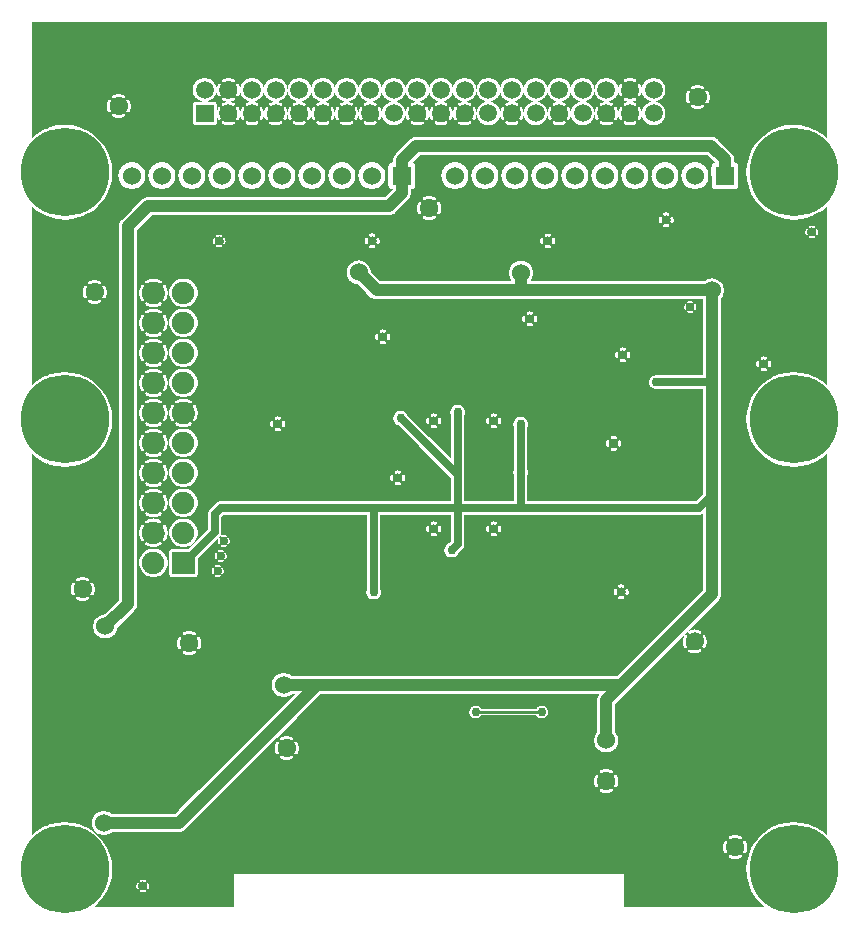
<source format=gbl>
G04 start of page 3 for group 1 idx 1 *
G04 Title: (unknown), solder *
G04 Creator: pcb 20110918 *
G04 CreationDate: Wed 26 Feb 2014 10:51:56 GMT UTC *
G04 For: michael *
G04 Format: Gerber/RS-274X *
G04 PCB-Dimensions: 275000 304000 *
G04 PCB-Coordinate-Origin: lower left *
%MOIN*%
%FSLAX25Y25*%
%LNBOTTOM*%
%ADD53C,0.0433*%
%ADD52C,0.0315*%
%ADD51C,0.0120*%
%ADD50C,0.0350*%
%ADD49C,0.1340*%
%ADD48C,0.0280*%
%ADD47C,0.0300*%
%ADD46C,0.2950*%
%ADD45C,0.0748*%
%ADD44C,0.0600*%
%ADD43C,0.0591*%
%ADD42C,0.0250*%
%ADD41C,0.0100*%
%ADD40C,0.0400*%
%ADD39C,0.0001*%
G54D39*G36*
X5000Y299000D02*X270000D01*
Y286500D01*
X5000D01*
Y299000D01*
G37*
G36*
X15000Y150780D02*Y32220D01*
X13529Y32104D01*
X11118Y31525D01*
X8828Y30577D01*
X6714Y29281D01*
X5000Y27818D01*
Y155182D01*
X6714Y153719D01*
X8828Y152423D01*
X11118Y151475D01*
X13529Y150896D01*
X15000Y150780D01*
G37*
G36*
Y233180D02*Y182220D01*
X13529Y182104D01*
X11118Y181525D01*
X8828Y180577D01*
X6714Y179281D01*
X5000Y177818D01*
Y237582D01*
X6714Y236119D01*
X8828Y234823D01*
X11118Y233875D01*
X13529Y233296D01*
X15000Y233180D01*
G37*
G36*
Y291500D02*Y264620D01*
X13529Y264504D01*
X11118Y263925D01*
X8828Y262977D01*
X6714Y261681D01*
X5000Y260218D01*
Y291500D01*
X15000D01*
G37*
G36*
X227312Y134750D02*X227400Y134743D01*
X227753Y134771D01*
X227753Y134771D01*
X228097Y134854D01*
X228425Y134989D01*
X228700Y135158D01*
Y109443D01*
X203459Y84202D01*
Y107938D01*
X203512Y107944D01*
X203588Y107965D01*
X203660Y107997D01*
X203725Y108040D01*
X203784Y108093D01*
X203833Y108154D01*
X203872Y108222D01*
X203899Y108296D01*
X203958Y108527D01*
X203992Y108762D01*
X204003Y109000D01*
X203992Y109238D01*
X203958Y109473D01*
X203902Y109705D01*
X203874Y109779D01*
X203835Y109847D01*
X203785Y109909D01*
X203726Y109962D01*
X203660Y110005D01*
X203588Y110037D01*
X203512Y110058D01*
X203459Y110063D01*
Y134750D01*
X227312D01*
G37*
G36*
X203459Y84202D02*X201501Y82244D01*
Y106497D01*
X201738Y106508D01*
X201973Y106542D01*
X202205Y106598D01*
X202279Y106626D01*
X202347Y106665D01*
X202409Y106715D01*
X202462Y106774D01*
X202505Y106840D01*
X202537Y106912D01*
X202558Y106988D01*
X202566Y107066D01*
X202562Y107145D01*
X202546Y107223D01*
X202518Y107296D01*
X202479Y107365D01*
X202429Y107426D01*
X202370Y107479D01*
X202304Y107523D01*
X202232Y107555D01*
X202156Y107575D01*
X202078Y107584D01*
X201999Y107580D01*
X201922Y107562D01*
X201784Y107527D01*
X201642Y107507D01*
X201501Y107500D01*
Y110500D01*
X201642Y110493D01*
X201784Y110473D01*
X201922Y110439D01*
X201999Y110422D01*
X202078Y110418D01*
X202156Y110426D01*
X202232Y110447D01*
X202304Y110479D01*
X202369Y110522D01*
X202428Y110575D01*
X202477Y110636D01*
X202516Y110704D01*
X202544Y110778D01*
X202560Y110855D01*
X202564Y110934D01*
X202556Y111012D01*
X202535Y111088D01*
X202503Y111160D01*
X202460Y111225D01*
X202407Y111284D01*
X202346Y111333D01*
X202278Y111372D01*
X202204Y111399D01*
X201973Y111458D01*
X201738Y111492D01*
X201501Y111503D01*
Y134750D01*
X203459D01*
Y110063D01*
X203434Y110066D01*
X203355Y110062D01*
X203277Y110046D01*
X203204Y110018D01*
X203135Y109979D01*
X203074Y109929D01*
X203021Y109870D01*
X202977Y109804D01*
X202945Y109732D01*
X202925Y109656D01*
X202916Y109578D01*
X202920Y109499D01*
X202938Y109422D01*
X202973Y109284D01*
X202993Y109142D01*
X203000Y109000D01*
X202993Y108858D01*
X202973Y108716D01*
X202939Y108578D01*
X202922Y108501D01*
X202918Y108422D01*
X202926Y108344D01*
X202947Y108268D01*
X202979Y108196D01*
X203022Y108131D01*
X203075Y108072D01*
X203136Y108023D01*
X203204Y107984D01*
X203278Y107956D01*
X203355Y107940D01*
X203434Y107936D01*
X203459Y107938D01*
Y84202D01*
G37*
G36*
X201501Y82244D02*X200257Y81000D01*
X199541D01*
Y107937D01*
X199566Y107934D01*
X199645Y107938D01*
X199723Y107954D01*
X199796Y107982D01*
X199865Y108021D01*
X199926Y108071D01*
X199979Y108130D01*
X200023Y108196D01*
X200055Y108268D01*
X200075Y108344D01*
X200084Y108422D01*
X200080Y108501D01*
X200062Y108578D01*
X200027Y108716D01*
X200007Y108858D01*
X200000Y109000D01*
X200007Y109142D01*
X200027Y109284D01*
X200061Y109422D01*
X200078Y109499D01*
X200082Y109578D01*
X200074Y109656D01*
X200053Y109732D01*
X200021Y109804D01*
X199978Y109869D01*
X199925Y109928D01*
X199864Y109977D01*
X199796Y110016D01*
X199722Y110044D01*
X199645Y110060D01*
X199566Y110064D01*
X199541Y110062D01*
Y134750D01*
X201501D01*
Y111503D01*
X201500Y111503D01*
X201262Y111492D01*
X201027Y111458D01*
X200795Y111402D01*
X200721Y111374D01*
X200653Y111335D01*
X200591Y111285D01*
X200538Y111226D01*
X200495Y111160D01*
X200463Y111088D01*
X200442Y111012D01*
X200434Y110934D01*
X200438Y110855D01*
X200454Y110777D01*
X200482Y110704D01*
X200521Y110635D01*
X200571Y110574D01*
X200630Y110521D01*
X200696Y110477D01*
X200768Y110445D01*
X200844Y110425D01*
X200922Y110416D01*
X201001Y110420D01*
X201078Y110438D01*
X201216Y110473D01*
X201358Y110493D01*
X201500Y110500D01*
X201501Y110500D01*
Y107500D01*
X201500Y107500D01*
X201358Y107507D01*
X201216Y107527D01*
X201078Y107561D01*
X201001Y107578D01*
X200922Y107582D01*
X200844Y107574D01*
X200768Y107553D01*
X200696Y107521D01*
X200631Y107478D01*
X200572Y107425D01*
X200523Y107364D01*
X200484Y107296D01*
X200456Y107222D01*
X200440Y107145D01*
X200436Y107066D01*
X200444Y106988D01*
X200465Y106912D01*
X200497Y106840D01*
X200540Y106775D01*
X200593Y106716D01*
X200654Y106667D01*
X200722Y106628D01*
X200796Y106601D01*
X201027Y106542D01*
X201262Y106508D01*
X201500Y106497D01*
X201501Y106497D01*
Y82244D01*
G37*
G36*
X199541Y81000D02*X160959D01*
Y128938D01*
X161012Y128944D01*
X161088Y128965D01*
X161160Y128997D01*
X161225Y129040D01*
X161284Y129093D01*
X161333Y129154D01*
X161372Y129222D01*
X161399Y129296D01*
X161458Y129527D01*
X161492Y129762D01*
X161503Y130000D01*
X161492Y130238D01*
X161458Y130473D01*
X161402Y130705D01*
X161374Y130779D01*
X161335Y130847D01*
X161285Y130909D01*
X161226Y130962D01*
X161160Y131005D01*
X161088Y131037D01*
X161012Y131058D01*
X160959Y131063D01*
Y134750D01*
X167912D01*
X168000Y134743D01*
X168088Y134750D01*
X199541D01*
Y110062D01*
X199488Y110056D01*
X199412Y110035D01*
X199340Y110003D01*
X199275Y109960D01*
X199216Y109907D01*
X199167Y109846D01*
X199128Y109778D01*
X199101Y109704D01*
X199042Y109473D01*
X199008Y109238D01*
X198997Y109000D01*
X199008Y108762D01*
X199042Y108527D01*
X199098Y108295D01*
X199126Y108221D01*
X199165Y108153D01*
X199215Y108091D01*
X199274Y108038D01*
X199340Y107995D01*
X199412Y107963D01*
X199488Y107942D01*
X199541Y107937D01*
Y81000D01*
G37*
G36*
X160959D02*X159001D01*
Y127497D01*
X159238Y127508D01*
X159473Y127542D01*
X159705Y127598D01*
X159779Y127626D01*
X159847Y127665D01*
X159909Y127715D01*
X159962Y127774D01*
X160005Y127840D01*
X160037Y127912D01*
X160058Y127988D01*
X160066Y128066D01*
X160062Y128145D01*
X160046Y128223D01*
X160018Y128296D01*
X159979Y128365D01*
X159929Y128426D01*
X159870Y128479D01*
X159804Y128523D01*
X159732Y128555D01*
X159656Y128575D01*
X159578Y128584D01*
X159499Y128580D01*
X159422Y128562D01*
X159284Y128527D01*
X159142Y128507D01*
X159001Y128500D01*
Y131500D01*
X159142Y131493D01*
X159284Y131473D01*
X159422Y131439D01*
X159499Y131422D01*
X159578Y131418D01*
X159656Y131426D01*
X159732Y131447D01*
X159804Y131479D01*
X159869Y131522D01*
X159928Y131575D01*
X159977Y131636D01*
X160016Y131704D01*
X160044Y131778D01*
X160060Y131855D01*
X160064Y131934D01*
X160056Y132012D01*
X160035Y132088D01*
X160003Y132160D01*
X159960Y132225D01*
X159907Y132284D01*
X159846Y132333D01*
X159778Y132372D01*
X159704Y132399D01*
X159473Y132458D01*
X159238Y132492D01*
X159001Y132503D01*
Y134750D01*
X160959D01*
Y131063D01*
X160934Y131066D01*
X160855Y131062D01*
X160777Y131046D01*
X160704Y131018D01*
X160635Y130979D01*
X160574Y130929D01*
X160521Y130870D01*
X160477Y130804D01*
X160445Y130732D01*
X160425Y130656D01*
X160416Y130578D01*
X160420Y130499D01*
X160438Y130422D01*
X160473Y130284D01*
X160493Y130142D01*
X160500Y130000D01*
X160493Y129858D01*
X160473Y129716D01*
X160439Y129578D01*
X160422Y129501D01*
X160418Y129422D01*
X160426Y129344D01*
X160447Y129268D01*
X160479Y129196D01*
X160522Y129131D01*
X160575Y129072D01*
X160636Y129023D01*
X160704Y128984D01*
X160778Y128956D01*
X160855Y128940D01*
X160934Y128936D01*
X160959Y128938D01*
Y81000D01*
G37*
G36*
X159001D02*X157041D01*
Y128937D01*
X157066Y128934D01*
X157145Y128938D01*
X157223Y128954D01*
X157296Y128982D01*
X157365Y129021D01*
X157426Y129071D01*
X157479Y129130D01*
X157523Y129196D01*
X157555Y129268D01*
X157575Y129344D01*
X157584Y129422D01*
X157580Y129501D01*
X157562Y129578D01*
X157527Y129716D01*
X157507Y129858D01*
X157500Y130000D01*
X157507Y130142D01*
X157527Y130284D01*
X157561Y130422D01*
X157578Y130499D01*
X157582Y130578D01*
X157574Y130656D01*
X157553Y130732D01*
X157521Y130804D01*
X157478Y130869D01*
X157425Y130928D01*
X157364Y130977D01*
X157296Y131016D01*
X157222Y131044D01*
X157145Y131060D01*
X157066Y131064D01*
X157041Y131062D01*
Y134750D01*
X159001D01*
Y132503D01*
X159000Y132503D01*
X158762Y132492D01*
X158527Y132458D01*
X158295Y132402D01*
X158221Y132374D01*
X158153Y132335D01*
X158091Y132285D01*
X158038Y132226D01*
X157995Y132160D01*
X157963Y132088D01*
X157942Y132012D01*
X157934Y131934D01*
X157938Y131855D01*
X157954Y131777D01*
X157982Y131704D01*
X158021Y131635D01*
X158071Y131574D01*
X158130Y131521D01*
X158196Y131477D01*
X158268Y131445D01*
X158344Y131425D01*
X158422Y131416D01*
X158501Y131420D01*
X158578Y131438D01*
X158716Y131473D01*
X158858Y131493D01*
X159000Y131500D01*
X159001Y131500D01*
Y128500D01*
X159000Y128500D01*
X158858Y128507D01*
X158716Y128527D01*
X158578Y128561D01*
X158501Y128578D01*
X158422Y128582D01*
X158344Y128574D01*
X158268Y128553D01*
X158196Y128521D01*
X158131Y128478D01*
X158072Y128425D01*
X158023Y128364D01*
X157984Y128296D01*
X157956Y128222D01*
X157940Y128145D01*
X157936Y128066D01*
X157944Y127988D01*
X157965Y127912D01*
X157997Y127840D01*
X158040Y127775D01*
X158093Y127716D01*
X158154Y127667D01*
X158222Y127628D01*
X158296Y127601D01*
X158527Y127542D01*
X158762Y127508D01*
X159000Y127497D01*
X159001Y127497D01*
Y81000D01*
G37*
G36*
X157041D02*X140959D01*
Y128938D01*
X141012Y128944D01*
X141088Y128965D01*
X141160Y128997D01*
X141225Y129040D01*
X141284Y129093D01*
X141333Y129154D01*
X141372Y129222D01*
X141399Y129296D01*
X141458Y129527D01*
X141492Y129762D01*
X141503Y130000D01*
X141492Y130238D01*
X141458Y130473D01*
X141402Y130705D01*
X141374Y130779D01*
X141335Y130847D01*
X141285Y130909D01*
X141226Y130962D01*
X141160Y131005D01*
X141088Y131037D01*
X141012Y131058D01*
X140959Y131063D01*
Y134750D01*
X144750D01*
Y125932D01*
X144187Y125369D01*
X143862Y125234D01*
X143526Y125029D01*
X143227Y124773D01*
X142971Y124474D01*
X142766Y124138D01*
X142615Y123775D01*
X142523Y123392D01*
X142492Y123000D01*
X142523Y122608D01*
X142615Y122225D01*
X142766Y121862D01*
X142971Y121526D01*
X143227Y121227D01*
X143526Y120971D01*
X143862Y120766D01*
X144225Y120615D01*
X144608Y120523D01*
X145000Y120492D01*
X145392Y120523D01*
X145775Y120615D01*
X146138Y120766D01*
X146474Y120971D01*
X146773Y121227D01*
X147029Y121526D01*
X147234Y121862D01*
X147369Y122187D01*
X148529Y123347D01*
X148596Y123404D01*
X148826Y123673D01*
X148826Y123673D01*
X149011Y123975D01*
X149146Y124303D01*
X149229Y124647D01*
X149257Y125000D01*
X149250Y125088D01*
Y134750D01*
X157041D01*
Y131062D01*
X156988Y131056D01*
X156912Y131035D01*
X156840Y131003D01*
X156775Y130960D01*
X156716Y130907D01*
X156667Y130846D01*
X156628Y130778D01*
X156601Y130704D01*
X156542Y130473D01*
X156508Y130238D01*
X156497Y130000D01*
X156508Y129762D01*
X156542Y129527D01*
X156598Y129295D01*
X156626Y129221D01*
X156665Y129153D01*
X156715Y129091D01*
X156774Y129038D01*
X156840Y128995D01*
X156912Y128963D01*
X156988Y128942D01*
X157041Y128937D01*
Y81000D01*
G37*
G36*
X140959D02*X139001D01*
Y127497D01*
X139238Y127508D01*
X139473Y127542D01*
X139705Y127598D01*
X139779Y127626D01*
X139847Y127665D01*
X139909Y127715D01*
X139962Y127774D01*
X140005Y127840D01*
X140037Y127912D01*
X140058Y127988D01*
X140066Y128066D01*
X140062Y128145D01*
X140046Y128223D01*
X140018Y128296D01*
X139979Y128365D01*
X139929Y128426D01*
X139870Y128479D01*
X139804Y128523D01*
X139732Y128555D01*
X139656Y128575D01*
X139578Y128584D01*
X139499Y128580D01*
X139422Y128562D01*
X139284Y128527D01*
X139142Y128507D01*
X139001Y128500D01*
Y131500D01*
X139142Y131493D01*
X139284Y131473D01*
X139422Y131439D01*
X139499Y131422D01*
X139578Y131418D01*
X139656Y131426D01*
X139732Y131447D01*
X139804Y131479D01*
X139869Y131522D01*
X139928Y131575D01*
X139977Y131636D01*
X140016Y131704D01*
X140044Y131778D01*
X140060Y131855D01*
X140064Y131934D01*
X140056Y132012D01*
X140035Y132088D01*
X140003Y132160D01*
X139960Y132225D01*
X139907Y132284D01*
X139846Y132333D01*
X139778Y132372D01*
X139704Y132399D01*
X139473Y132458D01*
X139238Y132492D01*
X139001Y132503D01*
Y134750D01*
X140959D01*
Y131063D01*
X140934Y131066D01*
X140855Y131062D01*
X140777Y131046D01*
X140704Y131018D01*
X140635Y130979D01*
X140574Y130929D01*
X140521Y130870D01*
X140477Y130804D01*
X140445Y130732D01*
X140425Y130656D01*
X140416Y130578D01*
X140420Y130499D01*
X140438Y130422D01*
X140473Y130284D01*
X140493Y130142D01*
X140500Y130000D01*
X140493Y129858D01*
X140473Y129716D01*
X140439Y129578D01*
X140422Y129501D01*
X140418Y129422D01*
X140426Y129344D01*
X140447Y129268D01*
X140479Y129196D01*
X140522Y129131D01*
X140575Y129072D01*
X140636Y129023D01*
X140704Y128984D01*
X140778Y128956D01*
X140855Y128940D01*
X140934Y128936D01*
X140959Y128938D01*
Y81000D01*
G37*
G36*
X139001D02*X137041D01*
Y128937D01*
X137066Y128934D01*
X137145Y128938D01*
X137223Y128954D01*
X137296Y128982D01*
X137365Y129021D01*
X137426Y129071D01*
X137479Y129130D01*
X137523Y129196D01*
X137555Y129268D01*
X137575Y129344D01*
X137584Y129422D01*
X137580Y129501D01*
X137562Y129578D01*
X137527Y129716D01*
X137507Y129858D01*
X137500Y130000D01*
X137507Y130142D01*
X137527Y130284D01*
X137561Y130422D01*
X137578Y130499D01*
X137582Y130578D01*
X137574Y130656D01*
X137553Y130732D01*
X137521Y130804D01*
X137478Y130869D01*
X137425Y130928D01*
X137364Y130977D01*
X137296Y131016D01*
X137222Y131044D01*
X137145Y131060D01*
X137066Y131064D01*
X137041Y131062D01*
Y134750D01*
X139001D01*
Y132503D01*
X139000Y132503D01*
X138762Y132492D01*
X138527Y132458D01*
X138295Y132402D01*
X138221Y132374D01*
X138153Y132335D01*
X138091Y132285D01*
X138038Y132226D01*
X137995Y132160D01*
X137963Y132088D01*
X137942Y132012D01*
X137934Y131934D01*
X137938Y131855D01*
X137954Y131777D01*
X137982Y131704D01*
X138021Y131635D01*
X138071Y131574D01*
X138130Y131521D01*
X138196Y131477D01*
X138268Y131445D01*
X138344Y131425D01*
X138422Y131416D01*
X138501Y131420D01*
X138578Y131438D01*
X138716Y131473D01*
X138858Y131493D01*
X139000Y131500D01*
X139001Y131500D01*
Y128500D01*
X139000Y128500D01*
X138858Y128507D01*
X138716Y128527D01*
X138578Y128561D01*
X138501Y128578D01*
X138422Y128582D01*
X138344Y128574D01*
X138268Y128553D01*
X138196Y128521D01*
X138131Y128478D01*
X138072Y128425D01*
X138023Y128364D01*
X137984Y128296D01*
X137956Y128222D01*
X137940Y128145D01*
X137936Y128066D01*
X137944Y127988D01*
X137965Y127912D01*
X137997Y127840D01*
X138040Y127775D01*
X138093Y127716D01*
X138154Y127667D01*
X138222Y127628D01*
X138296Y127601D01*
X138527Y127542D01*
X138762Y127508D01*
X139000Y127497D01*
X139001Y127497D01*
Y81000D01*
G37*
G36*
X137041D02*X100118D01*
X100000Y81009D01*
X99882Y81000D01*
X91646D01*
X91358Y81246D01*
X90822Y81575D01*
X90240Y81816D01*
X89628Y81963D01*
X89000Y82012D01*
X88372Y81963D01*
X87760Y81816D01*
X87178Y81575D01*
X86642Y81246D01*
X86163Y80837D01*
X85754Y80358D01*
X85425Y79822D01*
X85184Y79240D01*
X85037Y78628D01*
X84988Y78000D01*
X85037Y77372D01*
X85184Y76760D01*
X85425Y76178D01*
X85754Y75642D01*
X86163Y75163D01*
X86642Y74754D01*
X87178Y74425D01*
X87760Y74184D01*
X88372Y74037D01*
X89000Y73988D01*
X89628Y74037D01*
X90240Y74184D01*
X90822Y74425D01*
X91358Y74754D01*
X91646Y75000D01*
X92757D01*
X70621Y52863D01*
Y124998D01*
X70648Y125005D01*
X70690Y125025D01*
X70730Y125051D01*
X70764Y125083D01*
X70794Y125120D01*
X70816Y125162D01*
X70890Y125339D01*
X70945Y125524D01*
X70982Y125712D01*
X71000Y125904D01*
Y126096D01*
X70982Y126288D01*
X70945Y126476D01*
X70890Y126661D01*
X70818Y126839D01*
X70795Y126881D01*
X70766Y126918D01*
X70731Y126950D01*
X70691Y126977D01*
X70648Y126996D01*
X70621Y127004D01*
Y134750D01*
X71899D01*
X72225Y134615D01*
X72608Y134523D01*
X73000Y134492D01*
X73392Y134523D01*
X73775Y134615D01*
X74101Y134750D01*
X116750D01*
Y110101D01*
X116615Y109775D01*
X116523Y109392D01*
X116492Y109000D01*
X116523Y108608D01*
X116615Y108225D01*
X116766Y107862D01*
X116971Y107526D01*
X117227Y107227D01*
X117526Y106971D01*
X117862Y106766D01*
X118225Y106615D01*
X118608Y106523D01*
X119000Y106492D01*
X119392Y106523D01*
X119775Y106615D01*
X120138Y106766D01*
X120474Y106971D01*
X120773Y107227D01*
X121029Y107526D01*
X121234Y107862D01*
X121385Y108225D01*
X121477Y108608D01*
X121500Y109000D01*
X121477Y109392D01*
X121385Y109775D01*
X121250Y110101D01*
Y134750D01*
X137041D01*
Y131062D01*
X136988Y131056D01*
X136912Y131035D01*
X136840Y131003D01*
X136775Y130960D01*
X136716Y130907D01*
X136667Y130846D01*
X136628Y130778D01*
X136601Y130704D01*
X136542Y130473D01*
X136508Y130238D01*
X136497Y130000D01*
X136508Y129762D01*
X136542Y129527D01*
X136598Y129295D01*
X136626Y129221D01*
X136665Y129153D01*
X136715Y129091D01*
X136774Y129038D01*
X136840Y128995D01*
X136912Y128963D01*
X136988Y128942D01*
X137041Y128937D01*
Y81000D01*
G37*
G36*
X70621Y52863D02*X69621Y51863D01*
Y119998D01*
X69648Y120005D01*
X69690Y120025D01*
X69730Y120051D01*
X69764Y120083D01*
X69794Y120120D01*
X69816Y120162D01*
X69890Y120339D01*
X69945Y120524D01*
X69982Y120712D01*
X70000Y120904D01*
Y121096D01*
X69982Y121288D01*
X69945Y121476D01*
X69890Y121661D01*
X69818Y121839D01*
X69795Y121881D01*
X69766Y121918D01*
X69731Y121950D01*
X69691Y121977D01*
X69648Y121996D01*
X69621Y122004D01*
Y124098D01*
X69661Y124110D01*
X69839Y124182D01*
X69881Y124205D01*
X69918Y124234D01*
X69950Y124269D01*
X69977Y124309D01*
X69996Y124352D01*
X70009Y124398D01*
X70015Y124445D01*
X70013Y124492D01*
X70004Y124539D01*
X69987Y124583D01*
X69964Y124625D01*
X69935Y124662D01*
X69900Y124694D01*
X69860Y124721D01*
X69817Y124740D01*
X69771Y124753D01*
X69724Y124759D01*
X69677Y124757D01*
X69630Y124748D01*
X69621Y124744D01*
Y127258D01*
X69631Y127254D01*
X69677Y127245D01*
X69724Y127243D01*
X69771Y127248D01*
X69816Y127261D01*
X69859Y127281D01*
X69899Y127307D01*
X69933Y127339D01*
X69963Y127376D01*
X69986Y127417D01*
X70002Y127462D01*
X70011Y127508D01*
X70013Y127555D01*
X70008Y127602D01*
X69995Y127648D01*
X69975Y127690D01*
X69949Y127730D01*
X69917Y127764D01*
X69880Y127794D01*
X69838Y127816D01*
X69661Y127890D01*
X69621Y127902D01*
Y134750D01*
X70621D01*
Y127004D01*
X70602Y127009D01*
X70555Y127015D01*
X70508Y127013D01*
X70461Y127004D01*
X70417Y126987D01*
X70375Y126964D01*
X70338Y126935D01*
X70306Y126900D01*
X70279Y126860D01*
X70260Y126817D01*
X70247Y126771D01*
X70241Y126724D01*
X70243Y126677D01*
X70252Y126630D01*
X70270Y126586D01*
X70322Y126462D01*
X70360Y126333D01*
X70385Y126201D01*
X70398Y126067D01*
Y125933D01*
X70385Y125799D01*
X70360Y125667D01*
X70322Y125538D01*
X70271Y125413D01*
X70254Y125369D01*
X70245Y125323D01*
X70243Y125276D01*
X70248Y125229D01*
X70261Y125184D01*
X70281Y125141D01*
X70307Y125101D01*
X70339Y125067D01*
X70376Y125037D01*
X70417Y125014D01*
X70462Y124998D01*
X70508Y124989D01*
X70555Y124987D01*
X70602Y124992D01*
X70621Y124998D01*
Y52863D01*
G37*
G36*
X69621Y127902D02*X69476Y127945D01*
X69288Y127982D01*
X69096Y128000D01*
X68904D01*
X68712Y127982D01*
X68621Y127964D01*
Y134439D01*
X68932Y134750D01*
X69621D01*
Y127902D01*
G37*
G36*
Y124744D02*X69586Y124730D01*
X69462Y124678D01*
X69333Y124640D01*
X69201Y124615D01*
X69067Y124602D01*
X68933D01*
X68799Y124615D01*
X68667Y124640D01*
X68621Y124654D01*
Y127346D01*
X68667Y127360D01*
X68799Y127385D01*
X68933Y127398D01*
X69067D01*
X69201Y127385D01*
X69333Y127360D01*
X69462Y127322D01*
X69587Y127271D01*
X69621Y127258D01*
Y124744D01*
G37*
G36*
Y51863D02*X68621Y50863D01*
Y114998D01*
X68648Y115005D01*
X68690Y115025D01*
X68730Y115051D01*
X68764Y115083D01*
X68794Y115120D01*
X68816Y115162D01*
X68890Y115339D01*
X68945Y115524D01*
X68982Y115712D01*
X69000Y115904D01*
Y116096D01*
X68982Y116288D01*
X68945Y116476D01*
X68890Y116661D01*
X68818Y116839D01*
X68795Y116881D01*
X68766Y116918D01*
X68731Y116950D01*
X68691Y116977D01*
X68648Y116996D01*
X68621Y117004D01*
Y119098D01*
X68661Y119110D01*
X68839Y119182D01*
X68881Y119205D01*
X68918Y119234D01*
X68950Y119269D01*
X68977Y119309D01*
X68996Y119352D01*
X69009Y119398D01*
X69015Y119445D01*
X69013Y119492D01*
X69004Y119539D01*
X68987Y119583D01*
X68964Y119625D01*
X68935Y119662D01*
X68900Y119694D01*
X68860Y119721D01*
X68817Y119740D01*
X68771Y119753D01*
X68724Y119759D01*
X68677Y119757D01*
X68630Y119748D01*
X68621Y119744D01*
Y122258D01*
X68631Y122254D01*
X68677Y122245D01*
X68724Y122243D01*
X68771Y122248D01*
X68816Y122261D01*
X68859Y122281D01*
X68899Y122307D01*
X68933Y122339D01*
X68963Y122376D01*
X68986Y122417D01*
X69002Y122462D01*
X69011Y122508D01*
X69013Y122555D01*
X69008Y122602D01*
X68995Y122648D01*
X68975Y122690D01*
X68949Y122730D01*
X68917Y122764D01*
X68880Y122794D01*
X68838Y122816D01*
X68661Y122890D01*
X68621Y122902D01*
Y124036D01*
X68712Y124018D01*
X68904Y124000D01*
X69096D01*
X69288Y124018D01*
X69476Y124055D01*
X69621Y124098D01*
Y122004D01*
X69602Y122009D01*
X69555Y122015D01*
X69508Y122013D01*
X69461Y122004D01*
X69417Y121987D01*
X69375Y121964D01*
X69338Y121935D01*
X69306Y121900D01*
X69279Y121860D01*
X69260Y121817D01*
X69247Y121771D01*
X69241Y121724D01*
X69243Y121677D01*
X69252Y121630D01*
X69270Y121586D01*
X69322Y121462D01*
X69360Y121333D01*
X69385Y121201D01*
X69398Y121067D01*
Y120933D01*
X69385Y120799D01*
X69360Y120667D01*
X69322Y120538D01*
X69271Y120413D01*
X69254Y120369D01*
X69245Y120323D01*
X69243Y120276D01*
X69248Y120229D01*
X69261Y120184D01*
X69281Y120141D01*
X69307Y120101D01*
X69339Y120067D01*
X69376Y120037D01*
X69417Y120014D01*
X69462Y119998D01*
X69508Y119989D01*
X69555Y119987D01*
X69602Y119992D01*
X69621Y119998D01*
Y51863D01*
G37*
G36*
X68621Y122902D02*X68476Y122945D01*
X68288Y122982D01*
X68096Y123000D01*
X67904D01*
X67712Y122982D01*
X67524Y122945D01*
X67339Y122890D01*
X67161Y122818D01*
X67119Y122795D01*
X67082Y122766D01*
X67050Y122731D01*
X67023Y122691D01*
X67004Y122648D01*
X67001Y122638D01*
Y125895D01*
X67018Y125712D01*
X67055Y125524D01*
X67110Y125339D01*
X67182Y125161D01*
X67205Y125119D01*
X67234Y125082D01*
X67269Y125050D01*
X67309Y125023D01*
X67352Y125004D01*
X67398Y124991D01*
X67445Y124985D01*
X67492Y124987D01*
X67539Y124996D01*
X67583Y125013D01*
X67625Y125036D01*
X67662Y125065D01*
X67694Y125100D01*
X67721Y125140D01*
X67740Y125183D01*
X67753Y125229D01*
X67759Y125276D01*
X67757Y125323D01*
X67748Y125370D01*
X67730Y125414D01*
X67678Y125538D01*
X67640Y125667D01*
X67615Y125799D01*
X67602Y125933D01*
Y126067D01*
X67615Y126201D01*
X67640Y126333D01*
X67678Y126462D01*
X67729Y126587D01*
X67746Y126631D01*
X67755Y126677D01*
X67757Y126724D01*
X67752Y126771D01*
X67739Y126816D01*
X67719Y126859D01*
X67693Y126899D01*
X67661Y126933D01*
X67624Y126963D01*
X67583Y126986D01*
X67538Y127002D01*
X67492Y127011D01*
X67445Y127013D01*
X67398Y127008D01*
X67352Y126995D01*
X67310Y126975D01*
X67270Y126949D01*
X67236Y126917D01*
X67206Y126880D01*
X67184Y126838D01*
X67110Y126661D01*
X67055Y126476D01*
X67018Y126288D01*
X67001Y126105D01*
Y126819D01*
X67529Y127347D01*
X67596Y127404D01*
X67826Y127673D01*
X67826Y127673D01*
X68011Y127975D01*
X68146Y128303D01*
X68229Y128647D01*
X68257Y129000D01*
X68250Y129088D01*
Y134068D01*
X68621Y134439D01*
Y127964D01*
X68524Y127945D01*
X68339Y127890D01*
X68161Y127818D01*
X68119Y127795D01*
X68082Y127766D01*
X68050Y127731D01*
X68023Y127691D01*
X68004Y127648D01*
X67991Y127602D01*
X67985Y127555D01*
X67987Y127508D01*
X67996Y127461D01*
X68013Y127417D01*
X68036Y127375D01*
X68065Y127338D01*
X68100Y127306D01*
X68140Y127279D01*
X68183Y127260D01*
X68229Y127247D01*
X68276Y127241D01*
X68323Y127243D01*
X68370Y127252D01*
X68414Y127270D01*
X68538Y127322D01*
X68621Y127346D01*
Y124654D01*
X68538Y124678D01*
X68413Y124729D01*
X68369Y124746D01*
X68323Y124755D01*
X68276Y124757D01*
X68229Y124752D01*
X68184Y124739D01*
X68141Y124719D01*
X68101Y124693D01*
X68067Y124661D01*
X68037Y124624D01*
X68014Y124583D01*
X67998Y124538D01*
X67989Y124492D01*
X67987Y124445D01*
X67992Y124398D01*
X68005Y124352D01*
X68025Y124310D01*
X68051Y124270D01*
X68083Y124236D01*
X68120Y124206D01*
X68162Y124184D01*
X68339Y124110D01*
X68524Y124055D01*
X68621Y124036D01*
Y122902D01*
G37*
G36*
Y119744D02*X68586Y119730D01*
X68462Y119678D01*
X68333Y119640D01*
X68201Y119615D01*
X68067Y119602D01*
X67933D01*
X67799Y119615D01*
X67667Y119640D01*
X67538Y119678D01*
X67413Y119729D01*
X67369Y119746D01*
X67323Y119755D01*
X67276Y119757D01*
X67229Y119752D01*
X67184Y119739D01*
X67141Y119719D01*
X67101Y119693D01*
X67067Y119661D01*
X67037Y119624D01*
X67014Y119583D01*
X67001Y119546D01*
Y122449D01*
X67013Y122417D01*
X67036Y122375D01*
X67065Y122338D01*
X67100Y122306D01*
X67140Y122279D01*
X67183Y122260D01*
X67229Y122247D01*
X67276Y122241D01*
X67323Y122243D01*
X67370Y122252D01*
X67414Y122270D01*
X67538Y122322D01*
X67667Y122360D01*
X67799Y122385D01*
X67933Y122398D01*
X68067D01*
X68201Y122385D01*
X68333Y122360D01*
X68462Y122322D01*
X68587Y122271D01*
X68621Y122258D01*
Y119744D01*
G37*
G36*
Y50863D02*X67001Y49243D01*
Y114000D01*
X67096D01*
X67288Y114018D01*
X67476Y114055D01*
X67661Y114110D01*
X67839Y114182D01*
X67881Y114205D01*
X67918Y114234D01*
X67950Y114269D01*
X67977Y114309D01*
X67996Y114352D01*
X68009Y114398D01*
X68015Y114445D01*
X68013Y114492D01*
X68004Y114539D01*
X67987Y114583D01*
X67964Y114625D01*
X67935Y114662D01*
X67900Y114694D01*
X67860Y114721D01*
X67817Y114740D01*
X67771Y114753D01*
X67724Y114759D01*
X67677Y114757D01*
X67630Y114748D01*
X67586Y114730D01*
X67462Y114678D01*
X67333Y114640D01*
X67201Y114615D01*
X67067Y114602D01*
X67001D01*
Y117398D01*
X67067D01*
X67201Y117385D01*
X67333Y117360D01*
X67462Y117322D01*
X67587Y117271D01*
X67631Y117254D01*
X67677Y117245D01*
X67724Y117243D01*
X67771Y117248D01*
X67816Y117261D01*
X67859Y117281D01*
X67899Y117307D01*
X67933Y117339D01*
X67963Y117376D01*
X67986Y117417D01*
X68002Y117462D01*
X68011Y117508D01*
X68013Y117555D01*
X68008Y117602D01*
X67995Y117648D01*
X67975Y117690D01*
X67949Y117730D01*
X67917Y117764D01*
X67880Y117794D01*
X67838Y117816D01*
X67661Y117890D01*
X67476Y117945D01*
X67288Y117982D01*
X67096Y118000D01*
X67001D01*
Y119368D01*
X67005Y119352D01*
X67025Y119310D01*
X67051Y119270D01*
X67083Y119236D01*
X67120Y119206D01*
X67162Y119184D01*
X67339Y119110D01*
X67524Y119055D01*
X67712Y119018D01*
X67904Y119000D01*
X68096D01*
X68288Y119018D01*
X68476Y119055D01*
X68621Y119098D01*
Y117004D01*
X68602Y117009D01*
X68555Y117015D01*
X68508Y117013D01*
X68461Y117004D01*
X68417Y116987D01*
X68375Y116964D01*
X68338Y116935D01*
X68306Y116900D01*
X68279Y116860D01*
X68260Y116817D01*
X68247Y116771D01*
X68241Y116724D01*
X68243Y116677D01*
X68252Y116630D01*
X68270Y116586D01*
X68322Y116462D01*
X68360Y116333D01*
X68385Y116201D01*
X68398Y116067D01*
Y115933D01*
X68385Y115799D01*
X68360Y115667D01*
X68322Y115538D01*
X68271Y115413D01*
X68254Y115369D01*
X68245Y115323D01*
X68243Y115276D01*
X68248Y115229D01*
X68261Y115184D01*
X68281Y115141D01*
X68307Y115101D01*
X68339Y115067D01*
X68376Y115037D01*
X68417Y115014D01*
X68462Y114998D01*
X68508Y114989D01*
X68555Y114987D01*
X68602Y114992D01*
X68621Y114998D01*
Y50863D01*
G37*
G36*
X66379Y117256D02*X66414Y117270D01*
X66538Y117322D01*
X66667Y117360D01*
X66799Y117385D01*
X66933Y117398D01*
X67001D01*
Y114602D01*
X66933D01*
X66799Y114615D01*
X66667Y114640D01*
X66538Y114678D01*
X66413Y114729D01*
X66379Y114742D01*
Y117256D01*
G37*
G36*
Y126197D02*X67001Y126819D01*
Y126105D01*
X67000Y126096D01*
Y125904D01*
X67001Y125895D01*
Y122638D01*
X66991Y122602D01*
X66985Y122555D01*
X66987Y122508D01*
X66996Y122461D01*
X67001Y122449D01*
Y119546D01*
X66998Y119538D01*
X66989Y119492D01*
X66987Y119445D01*
X66992Y119398D01*
X67001Y119368D01*
Y118000D01*
X66904D01*
X66712Y117982D01*
X66524Y117945D01*
X66379Y117902D01*
Y119996D01*
X66398Y119991D01*
X66445Y119985D01*
X66492Y119987D01*
X66539Y119996D01*
X66583Y120013D01*
X66625Y120036D01*
X66662Y120065D01*
X66694Y120100D01*
X66721Y120140D01*
X66740Y120183D01*
X66753Y120229D01*
X66759Y120276D01*
X66757Y120323D01*
X66748Y120370D01*
X66730Y120414D01*
X66678Y120538D01*
X66640Y120667D01*
X66615Y120799D01*
X66602Y120933D01*
Y121067D01*
X66615Y121201D01*
X66640Y121333D01*
X66678Y121462D01*
X66729Y121587D01*
X66746Y121631D01*
X66755Y121677D01*
X66757Y121724D01*
X66752Y121771D01*
X66739Y121816D01*
X66719Y121859D01*
X66693Y121899D01*
X66661Y121933D01*
X66624Y121963D01*
X66583Y121986D01*
X66538Y122002D01*
X66492Y122011D01*
X66445Y122013D01*
X66398Y122008D01*
X66379Y122002D01*
Y126197D01*
G37*
G36*
X67001Y49243D02*X66379Y48622D01*
Y114098D01*
X66524Y114055D01*
X66712Y114018D01*
X66904Y114000D01*
X67001D01*
Y49243D01*
G37*
G36*
X66379Y48622D02*X65379Y47622D01*
Y114996D01*
X65398Y114991D01*
X65445Y114985D01*
X65492Y114987D01*
X65539Y114996D01*
X65583Y115013D01*
X65625Y115036D01*
X65662Y115065D01*
X65694Y115100D01*
X65721Y115140D01*
X65740Y115183D01*
X65753Y115229D01*
X65759Y115276D01*
X65757Y115323D01*
X65748Y115370D01*
X65730Y115414D01*
X65678Y115538D01*
X65640Y115667D01*
X65615Y115799D01*
X65602Y115933D01*
Y116067D01*
X65615Y116201D01*
X65640Y116333D01*
X65678Y116462D01*
X65729Y116587D01*
X65746Y116631D01*
X65755Y116677D01*
X65757Y116724D01*
X65752Y116771D01*
X65739Y116816D01*
X65719Y116859D01*
X65693Y116899D01*
X65661Y116933D01*
X65624Y116963D01*
X65583Y116986D01*
X65538Y117002D01*
X65492Y117011D01*
X65445Y117013D01*
X65398Y117008D01*
X65379Y117002D01*
Y125197D01*
X66379Y126197D01*
Y122002D01*
X66352Y121995D01*
X66310Y121975D01*
X66270Y121949D01*
X66236Y121917D01*
X66206Y121880D01*
X66184Y121838D01*
X66110Y121661D01*
X66055Y121476D01*
X66018Y121288D01*
X66000Y121096D01*
Y120904D01*
X66018Y120712D01*
X66055Y120524D01*
X66110Y120339D01*
X66182Y120161D01*
X66205Y120119D01*
X66234Y120082D01*
X66269Y120050D01*
X66309Y120023D01*
X66352Y120004D01*
X66379Y119996D01*
Y117902D01*
X66339Y117890D01*
X66161Y117818D01*
X66119Y117795D01*
X66082Y117766D01*
X66050Y117731D01*
X66023Y117691D01*
X66004Y117648D01*
X65991Y117602D01*
X65985Y117555D01*
X65987Y117508D01*
X65996Y117461D01*
X66013Y117417D01*
X66036Y117375D01*
X66065Y117338D01*
X66100Y117306D01*
X66140Y117279D01*
X66183Y117260D01*
X66229Y117247D01*
X66276Y117241D01*
X66323Y117243D01*
X66370Y117252D01*
X66379Y117256D01*
Y114742D01*
X66369Y114746D01*
X66323Y114755D01*
X66276Y114757D01*
X66229Y114752D01*
X66184Y114739D01*
X66141Y114719D01*
X66101Y114693D01*
X66067Y114661D01*
X66037Y114624D01*
X66014Y114583D01*
X65998Y114538D01*
X65989Y114492D01*
X65987Y114445D01*
X65992Y114398D01*
X66005Y114352D01*
X66025Y114310D01*
X66051Y114270D01*
X66083Y114236D01*
X66120Y114206D01*
X66162Y114184D01*
X66339Y114110D01*
X66379Y114098D01*
Y48622D01*
G37*
G36*
X65379Y47622D02*X63388Y45631D01*
Y123206D01*
X65379Y125197D01*
Y117002D01*
X65352Y116995D01*
X65310Y116975D01*
X65270Y116949D01*
X65236Y116917D01*
X65206Y116880D01*
X65184Y116838D01*
X65110Y116661D01*
X65055Y116476D01*
X65018Y116288D01*
X65000Y116096D01*
Y115904D01*
X65018Y115712D01*
X65055Y115524D01*
X65110Y115339D01*
X65182Y115161D01*
X65205Y115119D01*
X65234Y115082D01*
X65269Y115050D01*
X65309Y115023D01*
X65352Y115004D01*
X65379Y114996D01*
Y47622D01*
G37*
G36*
X137503Y154315D02*X144750Y147068D01*
Y139250D01*
X137503D01*
Y154315D01*
G37*
G36*
X224501Y176750D02*X228700D01*
Y141482D01*
X226468Y139250D01*
X224501D01*
Y176750D01*
G37*
G36*
X226121Y206500D02*X228700D01*
Y181250D01*
X226121D01*
Y202998D01*
X226148Y203005D01*
X226190Y203025D01*
X226230Y203051D01*
X226264Y203083D01*
X226294Y203120D01*
X226316Y203162D01*
X226390Y203339D01*
X226445Y203524D01*
X226482Y203712D01*
X226500Y203904D01*
Y204096D01*
X226482Y204288D01*
X226445Y204476D01*
X226390Y204661D01*
X226318Y204839D01*
X226295Y204881D01*
X226266Y204918D01*
X226231Y204950D01*
X226191Y204977D01*
X226148Y204996D01*
X226121Y205004D01*
Y206500D01*
G37*
G36*
X224501D02*X226121D01*
Y205004D01*
X226102Y205009D01*
X226055Y205015D01*
X226008Y205013D01*
X225961Y205004D01*
X225917Y204987D01*
X225875Y204964D01*
X225838Y204935D01*
X225806Y204900D01*
X225779Y204860D01*
X225760Y204817D01*
X225747Y204771D01*
X225741Y204724D01*
X225743Y204677D01*
X225752Y204630D01*
X225770Y204586D01*
X225822Y204462D01*
X225860Y204333D01*
X225885Y204201D01*
X225898Y204067D01*
Y203933D01*
X225885Y203799D01*
X225860Y203667D01*
X225822Y203538D01*
X225771Y203413D01*
X225754Y203369D01*
X225745Y203323D01*
X225743Y203276D01*
X225748Y203229D01*
X225761Y203184D01*
X225781Y203141D01*
X225807Y203101D01*
X225839Y203067D01*
X225876Y203037D01*
X225917Y203014D01*
X225962Y202998D01*
X226008Y202989D01*
X226055Y202987D01*
X226102Y202992D01*
X226121Y202998D01*
Y181250D01*
X224501D01*
Y202000D01*
X224596D01*
X224788Y202018D01*
X224976Y202055D01*
X225161Y202110D01*
X225339Y202182D01*
X225381Y202205D01*
X225418Y202234D01*
X225450Y202269D01*
X225477Y202309D01*
X225496Y202352D01*
X225509Y202398D01*
X225515Y202445D01*
X225513Y202492D01*
X225504Y202539D01*
X225487Y202583D01*
X225464Y202625D01*
X225435Y202662D01*
X225400Y202694D01*
X225360Y202721D01*
X225317Y202740D01*
X225271Y202753D01*
X225224Y202759D01*
X225177Y202757D01*
X225130Y202748D01*
X225086Y202730D01*
X224962Y202678D01*
X224833Y202640D01*
X224701Y202615D01*
X224567Y202602D01*
X224501D01*
Y205398D01*
X224567D01*
X224701Y205385D01*
X224833Y205360D01*
X224962Y205322D01*
X225087Y205271D01*
X225131Y205254D01*
X225177Y205245D01*
X225224Y205243D01*
X225271Y205248D01*
X225316Y205261D01*
X225359Y205281D01*
X225399Y205307D01*
X225433Y205339D01*
X225463Y205376D01*
X225486Y205417D01*
X225502Y205462D01*
X225511Y205508D01*
X225513Y205555D01*
X225508Y205602D01*
X225495Y205648D01*
X225475Y205690D01*
X225449Y205730D01*
X225417Y205764D01*
X225380Y205794D01*
X225338Y205816D01*
X225161Y205890D01*
X224976Y205945D01*
X224788Y205982D01*
X224596Y206000D01*
X224501D01*
Y206500D01*
G37*
G36*
X222879Y176750D02*X224501D01*
Y139250D01*
X222879D01*
Y176750D01*
G37*
G36*
Y206500D02*X224501D01*
Y206000D01*
X224404D01*
X224212Y205982D01*
X224024Y205945D01*
X223839Y205890D01*
X223661Y205818D01*
X223619Y205795D01*
X223582Y205766D01*
X223550Y205731D01*
X223523Y205691D01*
X223504Y205648D01*
X223491Y205602D01*
X223485Y205555D01*
X223487Y205508D01*
X223496Y205461D01*
X223513Y205417D01*
X223536Y205375D01*
X223565Y205338D01*
X223600Y205306D01*
X223640Y205279D01*
X223683Y205260D01*
X223729Y205247D01*
X223776Y205241D01*
X223823Y205243D01*
X223870Y205252D01*
X223914Y205270D01*
X224038Y205322D01*
X224167Y205360D01*
X224299Y205385D01*
X224433Y205398D01*
X224501D01*
Y202602D01*
X224433D01*
X224299Y202615D01*
X224167Y202640D01*
X224038Y202678D01*
X223913Y202729D01*
X223869Y202746D01*
X223823Y202755D01*
X223776Y202757D01*
X223729Y202752D01*
X223684Y202739D01*
X223641Y202719D01*
X223601Y202693D01*
X223567Y202661D01*
X223537Y202624D01*
X223514Y202583D01*
X223498Y202538D01*
X223489Y202492D01*
X223487Y202445D01*
X223492Y202398D01*
X223505Y202352D01*
X223525Y202310D01*
X223551Y202270D01*
X223583Y202236D01*
X223620Y202206D01*
X223662Y202184D01*
X223839Y202110D01*
X224024Y202055D01*
X224212Y202018D01*
X224404Y202000D01*
X224501D01*
Y181250D01*
X222879D01*
Y202996D01*
X222898Y202991D01*
X222945Y202985D01*
X222992Y202987D01*
X223039Y202996D01*
X223083Y203013D01*
X223125Y203036D01*
X223162Y203065D01*
X223194Y203100D01*
X223221Y203140D01*
X223240Y203183D01*
X223253Y203229D01*
X223259Y203276D01*
X223257Y203323D01*
X223248Y203370D01*
X223230Y203414D01*
X223178Y203538D01*
X223140Y203667D01*
X223115Y203799D01*
X223102Y203933D01*
Y204067D01*
X223115Y204201D01*
X223140Y204333D01*
X223178Y204462D01*
X223229Y204587D01*
X223246Y204631D01*
X223255Y204677D01*
X223257Y204724D01*
X223252Y204771D01*
X223239Y204816D01*
X223219Y204859D01*
X223193Y204899D01*
X223161Y204933D01*
X223124Y204963D01*
X223083Y204986D01*
X223038Y205002D01*
X222992Y205011D01*
X222945Y205013D01*
X222898Y205008D01*
X222879Y205002D01*
Y206500D01*
G37*
G36*
X203959D02*X222879D01*
Y205002D01*
X222852Y204995D01*
X222810Y204975D01*
X222770Y204949D01*
X222736Y204917D01*
X222706Y204880D01*
X222684Y204838D01*
X222610Y204661D01*
X222555Y204476D01*
X222518Y204288D01*
X222500Y204096D01*
Y203904D01*
X222518Y203712D01*
X222555Y203524D01*
X222610Y203339D01*
X222682Y203161D01*
X222705Y203119D01*
X222734Y203082D01*
X222769Y203050D01*
X222809Y203023D01*
X222852Y203004D01*
X222879Y202996D01*
Y181250D01*
X213000D01*
X212647Y181229D01*
X212303Y181146D01*
X211975Y181011D01*
X211673Y180826D01*
X211404Y180596D01*
X211174Y180327D01*
X210989Y180025D01*
X210854Y179697D01*
X210771Y179353D01*
X210743Y179000D01*
X210771Y178647D01*
X210854Y178303D01*
X210989Y177975D01*
X211174Y177673D01*
X211404Y177404D01*
X211673Y177174D01*
X211975Y176989D01*
X212303Y176854D01*
X212647Y176771D01*
X213000Y176750D01*
X222879D01*
Y139250D01*
X203959D01*
Y186938D01*
X204012Y186944D01*
X204088Y186965D01*
X204160Y186997D01*
X204225Y187040D01*
X204284Y187093D01*
X204333Y187154D01*
X204372Y187222D01*
X204399Y187296D01*
X204458Y187527D01*
X204492Y187762D01*
X204503Y188000D01*
X204492Y188238D01*
X204458Y188473D01*
X204402Y188705D01*
X204374Y188779D01*
X204335Y188847D01*
X204285Y188909D01*
X204226Y188962D01*
X204160Y189005D01*
X204088Y189037D01*
X204012Y189058D01*
X203959Y189063D01*
Y206500D01*
G37*
G36*
X202001D02*X203959D01*
Y189063D01*
X203934Y189066D01*
X203855Y189062D01*
X203777Y189046D01*
X203704Y189018D01*
X203635Y188979D01*
X203574Y188929D01*
X203521Y188870D01*
X203477Y188804D01*
X203445Y188732D01*
X203425Y188656D01*
X203416Y188578D01*
X203420Y188499D01*
X203438Y188422D01*
X203473Y188284D01*
X203493Y188142D01*
X203500Y188000D01*
X203493Y187858D01*
X203473Y187716D01*
X203439Y187578D01*
X203422Y187501D01*
X203418Y187422D01*
X203426Y187344D01*
X203447Y187268D01*
X203479Y187196D01*
X203522Y187131D01*
X203575Y187072D01*
X203636Y187023D01*
X203704Y186984D01*
X203778Y186956D01*
X203855Y186940D01*
X203934Y186936D01*
X203959Y186938D01*
Y139250D01*
X202001D01*
Y185497D01*
X202238Y185508D01*
X202473Y185542D01*
X202705Y185598D01*
X202779Y185626D01*
X202847Y185665D01*
X202909Y185715D01*
X202962Y185774D01*
X203005Y185840D01*
X203037Y185912D01*
X203058Y185988D01*
X203066Y186066D01*
X203062Y186145D01*
X203046Y186223D01*
X203018Y186296D01*
X202979Y186365D01*
X202929Y186426D01*
X202870Y186479D01*
X202804Y186523D01*
X202732Y186555D01*
X202656Y186575D01*
X202578Y186584D01*
X202499Y186580D01*
X202422Y186562D01*
X202284Y186527D01*
X202142Y186507D01*
X202001Y186500D01*
Y189500D01*
X202142Y189493D01*
X202284Y189473D01*
X202422Y189439D01*
X202499Y189422D01*
X202578Y189418D01*
X202656Y189426D01*
X202732Y189447D01*
X202804Y189479D01*
X202869Y189522D01*
X202928Y189575D01*
X202977Y189636D01*
X203016Y189704D01*
X203044Y189778D01*
X203060Y189855D01*
X203064Y189934D01*
X203056Y190012D01*
X203035Y190088D01*
X203003Y190160D01*
X202960Y190225D01*
X202907Y190284D01*
X202846Y190333D01*
X202778Y190372D01*
X202704Y190399D01*
X202473Y190458D01*
X202238Y190492D01*
X202001Y190503D01*
Y206500D01*
G37*
G36*
X200959Y185931D02*X200965Y185912D01*
X200997Y185840D01*
X201040Y185775D01*
X201093Y185716D01*
X201154Y185667D01*
X201222Y185628D01*
X201296Y185601D01*
X201527Y185542D01*
X201762Y185508D01*
X202000Y185497D01*
X202001Y185497D01*
Y139250D01*
X200959D01*
Y157438D01*
X201012Y157444D01*
X201088Y157465D01*
X201160Y157497D01*
X201225Y157540D01*
X201284Y157593D01*
X201333Y157654D01*
X201372Y157722D01*
X201399Y157796D01*
X201458Y158027D01*
X201492Y158262D01*
X201503Y158500D01*
X201492Y158738D01*
X201458Y158973D01*
X201402Y159205D01*
X201374Y159279D01*
X201335Y159347D01*
X201285Y159409D01*
X201226Y159462D01*
X201160Y159505D01*
X201088Y159537D01*
X201012Y159558D01*
X200959Y159563D01*
Y185931D01*
G37*
G36*
Y189763D02*X200982Y189704D01*
X201021Y189635D01*
X201071Y189574D01*
X201130Y189521D01*
X201196Y189477D01*
X201268Y189445D01*
X201344Y189425D01*
X201422Y189416D01*
X201501Y189420D01*
X201578Y189438D01*
X201716Y189473D01*
X201858Y189493D01*
X202000Y189500D01*
X202001Y189500D01*
Y186500D01*
X202000Y186500D01*
X201858Y186507D01*
X201716Y186527D01*
X201578Y186561D01*
X201501Y186578D01*
X201422Y186582D01*
X201344Y186574D01*
X201268Y186553D01*
X201196Y186521D01*
X201131Y186478D01*
X201072Y186425D01*
X201023Y186364D01*
X200984Y186296D01*
X200959Y186232D01*
Y189763D01*
G37*
G36*
Y206500D02*X202001D01*
Y190503D01*
X202000Y190503D01*
X201762Y190492D01*
X201527Y190458D01*
X201295Y190402D01*
X201221Y190374D01*
X201153Y190335D01*
X201091Y190285D01*
X201038Y190226D01*
X200995Y190160D01*
X200963Y190088D01*
X200959Y190075D01*
Y206500D01*
G37*
G36*
X200041D02*X200959D01*
Y190075D01*
X200942Y190012D01*
X200934Y189934D01*
X200938Y189855D01*
X200954Y189777D01*
X200959Y189763D01*
Y186232D01*
X200956Y186222D01*
X200940Y186145D01*
X200936Y186066D01*
X200944Y185988D01*
X200959Y185931D01*
Y159563D01*
X200934Y159566D01*
X200855Y159562D01*
X200777Y159546D01*
X200704Y159518D01*
X200635Y159479D01*
X200574Y159429D01*
X200521Y159370D01*
X200477Y159304D01*
X200445Y159232D01*
X200425Y159156D01*
X200416Y159078D01*
X200420Y158999D01*
X200438Y158922D01*
X200473Y158784D01*
X200493Y158642D01*
X200500Y158500D01*
X200493Y158358D01*
X200473Y158216D01*
X200439Y158078D01*
X200422Y158001D01*
X200418Y157922D01*
X200426Y157844D01*
X200447Y157768D01*
X200479Y157696D01*
X200522Y157631D01*
X200575Y157572D01*
X200636Y157523D01*
X200704Y157484D01*
X200778Y157456D01*
X200855Y157440D01*
X200934Y157436D01*
X200959Y157438D01*
Y139250D01*
X200041D01*
Y156425D01*
X200058Y156488D01*
X200066Y156566D01*
X200062Y156645D01*
X200046Y156723D01*
X200041Y156737D01*
Y160268D01*
X200044Y160278D01*
X200060Y160355D01*
X200064Y160434D01*
X200056Y160512D01*
X200041Y160569D01*
Y186937D01*
X200066Y186934D01*
X200145Y186938D01*
X200223Y186954D01*
X200296Y186982D01*
X200365Y187021D01*
X200426Y187071D01*
X200479Y187130D01*
X200523Y187196D01*
X200555Y187268D01*
X200575Y187344D01*
X200584Y187422D01*
X200580Y187501D01*
X200562Y187578D01*
X200527Y187716D01*
X200507Y187858D01*
X200500Y188000D01*
X200507Y188142D01*
X200527Y188284D01*
X200561Y188422D01*
X200578Y188499D01*
X200582Y188578D01*
X200574Y188656D01*
X200553Y188732D01*
X200521Y188804D01*
X200478Y188869D01*
X200425Y188928D01*
X200364Y188977D01*
X200296Y189016D01*
X200222Y189044D01*
X200145Y189060D01*
X200066Y189064D01*
X200041Y189062D01*
Y206500D01*
G37*
G36*
X197041D02*X200041D01*
Y189062D01*
X199988Y189056D01*
X199912Y189035D01*
X199840Y189003D01*
X199775Y188960D01*
X199716Y188907D01*
X199667Y188846D01*
X199628Y188778D01*
X199601Y188704D01*
X199542Y188473D01*
X199508Y188238D01*
X199497Y188000D01*
X199508Y187762D01*
X199542Y187527D01*
X199598Y187295D01*
X199626Y187221D01*
X199665Y187153D01*
X199715Y187091D01*
X199774Y187038D01*
X199840Y186995D01*
X199912Y186963D01*
X199988Y186942D01*
X200041Y186937D01*
Y160569D01*
X200035Y160588D01*
X200003Y160660D01*
X199960Y160725D01*
X199907Y160784D01*
X199846Y160833D01*
X199778Y160872D01*
X199704Y160899D01*
X199473Y160958D01*
X199238Y160992D01*
X199000Y161003D01*
X198762Y160992D01*
X198527Y160958D01*
X198295Y160902D01*
X198221Y160874D01*
X198153Y160835D01*
X198091Y160785D01*
X198038Y160726D01*
X197995Y160660D01*
X197963Y160588D01*
X197942Y160512D01*
X197934Y160434D01*
X197938Y160355D01*
X197954Y160277D01*
X197982Y160204D01*
X198021Y160135D01*
X198071Y160074D01*
X198130Y160021D01*
X198196Y159977D01*
X198268Y159945D01*
X198344Y159925D01*
X198422Y159916D01*
X198501Y159920D01*
X198578Y159938D01*
X198716Y159973D01*
X198858Y159993D01*
X199000Y160000D01*
X199142Y159993D01*
X199284Y159973D01*
X199422Y159939D01*
X199499Y159922D01*
X199578Y159918D01*
X199656Y159926D01*
X199732Y159947D01*
X199804Y159979D01*
X199869Y160022D01*
X199928Y160075D01*
X199977Y160136D01*
X200016Y160204D01*
X200041Y160268D01*
Y156737D01*
X200018Y156796D01*
X199979Y156865D01*
X199929Y156926D01*
X199870Y156979D01*
X199804Y157023D01*
X199732Y157055D01*
X199656Y157075D01*
X199578Y157084D01*
X199499Y157080D01*
X199422Y157062D01*
X199284Y157027D01*
X199142Y157007D01*
X199000Y157000D01*
X198858Y157007D01*
X198716Y157027D01*
X198578Y157061D01*
X198501Y157078D01*
X198422Y157082D01*
X198344Y157074D01*
X198268Y157053D01*
X198196Y157021D01*
X198131Y156978D01*
X198072Y156925D01*
X198023Y156864D01*
X197984Y156796D01*
X197956Y156722D01*
X197940Y156645D01*
X197936Y156566D01*
X197944Y156488D01*
X197965Y156412D01*
X197997Y156340D01*
X198040Y156275D01*
X198093Y156216D01*
X198154Y156167D01*
X198222Y156128D01*
X198296Y156101D01*
X198527Y156042D01*
X198762Y156008D01*
X199000Y155997D01*
X199238Y156008D01*
X199473Y156042D01*
X199705Y156098D01*
X199779Y156126D01*
X199847Y156165D01*
X199909Y156215D01*
X199962Y156274D01*
X200005Y156340D01*
X200037Y156412D01*
X200041Y156425D01*
Y139250D01*
X197041D01*
Y157437D01*
X197066Y157434D01*
X197145Y157438D01*
X197223Y157454D01*
X197296Y157482D01*
X197365Y157521D01*
X197426Y157571D01*
X197479Y157630D01*
X197523Y157696D01*
X197555Y157768D01*
X197575Y157844D01*
X197584Y157922D01*
X197580Y158001D01*
X197562Y158078D01*
X197527Y158216D01*
X197507Y158358D01*
X197500Y158500D01*
X197507Y158642D01*
X197527Y158784D01*
X197561Y158922D01*
X197578Y158999D01*
X197582Y159078D01*
X197574Y159156D01*
X197553Y159232D01*
X197521Y159304D01*
X197478Y159369D01*
X197425Y159428D01*
X197364Y159477D01*
X197296Y159516D01*
X197222Y159544D01*
X197145Y159560D01*
X197066Y159564D01*
X197041Y159562D01*
Y206500D01*
G37*
G36*
X172959D02*X197041D01*
Y159562D01*
X196988Y159556D01*
X196912Y159535D01*
X196840Y159503D01*
X196775Y159460D01*
X196716Y159407D01*
X196667Y159346D01*
X196628Y159278D01*
X196601Y159204D01*
X196542Y158973D01*
X196508Y158738D01*
X196497Y158500D01*
X196508Y158262D01*
X196542Y158027D01*
X196598Y157795D01*
X196626Y157721D01*
X196665Y157653D01*
X196715Y157591D01*
X196774Y157538D01*
X196840Y157495D01*
X196912Y157463D01*
X196988Y157442D01*
X197041Y157437D01*
Y139250D01*
X172959D01*
Y198938D01*
X173012Y198944D01*
X173088Y198965D01*
X173160Y198997D01*
X173225Y199040D01*
X173284Y199093D01*
X173333Y199154D01*
X173372Y199222D01*
X173399Y199296D01*
X173458Y199527D01*
X173492Y199762D01*
X173503Y200000D01*
X173492Y200238D01*
X173458Y200473D01*
X173402Y200705D01*
X173374Y200779D01*
X173335Y200847D01*
X173285Y200909D01*
X173226Y200962D01*
X173160Y201005D01*
X173088Y201037D01*
X173012Y201058D01*
X172959Y201063D01*
Y206500D01*
G37*
G36*
X171001D02*X172959D01*
Y201063D01*
X172934Y201066D01*
X172855Y201062D01*
X172777Y201046D01*
X172704Y201018D01*
X172635Y200979D01*
X172574Y200929D01*
X172521Y200870D01*
X172477Y200804D01*
X172445Y200732D01*
X172425Y200656D01*
X172416Y200578D01*
X172420Y200499D01*
X172438Y200422D01*
X172473Y200284D01*
X172493Y200142D01*
X172500Y200000D01*
X172493Y199858D01*
X172473Y199716D01*
X172439Y199578D01*
X172422Y199501D01*
X172418Y199422D01*
X172426Y199344D01*
X172447Y199268D01*
X172479Y199196D01*
X172522Y199131D01*
X172575Y199072D01*
X172636Y199023D01*
X172704Y198984D01*
X172778Y198956D01*
X172855Y198940D01*
X172934Y198936D01*
X172959Y198938D01*
Y139250D01*
X171001D01*
Y197497D01*
X171238Y197508D01*
X171473Y197542D01*
X171705Y197598D01*
X171779Y197626D01*
X171847Y197665D01*
X171909Y197715D01*
X171962Y197774D01*
X172005Y197840D01*
X172037Y197912D01*
X172058Y197988D01*
X172066Y198066D01*
X172062Y198145D01*
X172046Y198223D01*
X172018Y198296D01*
X171979Y198365D01*
X171929Y198426D01*
X171870Y198479D01*
X171804Y198523D01*
X171732Y198555D01*
X171656Y198575D01*
X171578Y198584D01*
X171499Y198580D01*
X171422Y198562D01*
X171284Y198527D01*
X171142Y198507D01*
X171001Y198500D01*
Y201500D01*
X171142Y201493D01*
X171284Y201473D01*
X171422Y201439D01*
X171499Y201422D01*
X171578Y201418D01*
X171656Y201426D01*
X171732Y201447D01*
X171804Y201479D01*
X171869Y201522D01*
X171928Y201575D01*
X171977Y201636D01*
X172016Y201704D01*
X172044Y201778D01*
X172060Y201855D01*
X172064Y201934D01*
X172056Y202012D01*
X172035Y202088D01*
X172003Y202160D01*
X171960Y202225D01*
X171907Y202284D01*
X171846Y202333D01*
X171778Y202372D01*
X171704Y202399D01*
X171473Y202458D01*
X171238Y202492D01*
X171001Y202503D01*
Y206500D01*
G37*
G36*
X169041D02*X171001D01*
Y202503D01*
X171000Y202503D01*
X170762Y202492D01*
X170527Y202458D01*
X170295Y202402D01*
X170221Y202374D01*
X170153Y202335D01*
X170091Y202285D01*
X170038Y202226D01*
X169995Y202160D01*
X169963Y202088D01*
X169942Y202012D01*
X169934Y201934D01*
X169938Y201855D01*
X169954Y201777D01*
X169982Y201704D01*
X170021Y201635D01*
X170071Y201574D01*
X170130Y201521D01*
X170196Y201477D01*
X170268Y201445D01*
X170344Y201425D01*
X170422Y201416D01*
X170501Y201420D01*
X170578Y201438D01*
X170716Y201473D01*
X170858Y201493D01*
X171000Y201500D01*
X171001Y201500D01*
Y198500D01*
X171000Y198500D01*
X170858Y198507D01*
X170716Y198527D01*
X170578Y198561D01*
X170501Y198578D01*
X170422Y198582D01*
X170344Y198574D01*
X170268Y198553D01*
X170196Y198521D01*
X170131Y198478D01*
X170072Y198425D01*
X170023Y198364D01*
X169984Y198296D01*
X169956Y198222D01*
X169940Y198145D01*
X169936Y198066D01*
X169944Y197988D01*
X169965Y197912D01*
X169997Y197840D01*
X170040Y197775D01*
X170093Y197716D01*
X170154Y197667D01*
X170222Y197628D01*
X170296Y197601D01*
X170527Y197542D01*
X170762Y197508D01*
X171000Y197497D01*
X171001Y197497D01*
Y139250D01*
X170250D01*
Y147899D01*
X170385Y148225D01*
X170477Y148608D01*
X170500Y149000D01*
X170477Y149392D01*
X170385Y149775D01*
X170250Y150101D01*
Y163899D01*
X170385Y164225D01*
X170477Y164608D01*
X170500Y165000D01*
X170477Y165392D01*
X170385Y165775D01*
X170234Y166138D01*
X170029Y166474D01*
X169773Y166773D01*
X169474Y167029D01*
X169138Y167234D01*
X169041Y167275D01*
Y198937D01*
X169066Y198934D01*
X169145Y198938D01*
X169223Y198954D01*
X169296Y198982D01*
X169365Y199021D01*
X169426Y199071D01*
X169479Y199130D01*
X169523Y199196D01*
X169555Y199268D01*
X169575Y199344D01*
X169584Y199422D01*
X169580Y199501D01*
X169562Y199578D01*
X169527Y199716D01*
X169507Y199858D01*
X169500Y200000D01*
X169507Y200142D01*
X169527Y200284D01*
X169561Y200422D01*
X169578Y200499D01*
X169582Y200578D01*
X169574Y200656D01*
X169553Y200732D01*
X169521Y200804D01*
X169478Y200869D01*
X169425Y200928D01*
X169364Y200977D01*
X169296Y201016D01*
X169222Y201044D01*
X169145Y201060D01*
X169066Y201064D01*
X169041Y201062D01*
Y206500D01*
G37*
G36*
X160959D02*X168382D01*
X168500Y206491D01*
X168618Y206500D01*
X169041D01*
Y201062D01*
X168988Y201056D01*
X168912Y201035D01*
X168840Y201003D01*
X168775Y200960D01*
X168716Y200907D01*
X168667Y200846D01*
X168628Y200778D01*
X168601Y200704D01*
X168542Y200473D01*
X168508Y200238D01*
X168497Y200000D01*
X168508Y199762D01*
X168542Y199527D01*
X168598Y199295D01*
X168626Y199221D01*
X168665Y199153D01*
X168715Y199091D01*
X168774Y199038D01*
X168840Y198995D01*
X168912Y198963D01*
X168988Y198942D01*
X169041Y198937D01*
Y167275D01*
X168775Y167385D01*
X168392Y167477D01*
X168000Y167508D01*
X167608Y167477D01*
X167225Y167385D01*
X166862Y167234D01*
X166526Y167029D01*
X166227Y166773D01*
X165971Y166474D01*
X165766Y166138D01*
X165615Y165775D01*
X165523Y165392D01*
X165492Y165000D01*
X165523Y164608D01*
X165615Y164225D01*
X165750Y163899D01*
Y150101D01*
X165615Y149775D01*
X165523Y149392D01*
X165492Y149000D01*
X165523Y148608D01*
X165615Y148225D01*
X165750Y147899D01*
Y139250D01*
X160959D01*
Y164938D01*
X161012Y164944D01*
X161088Y164965D01*
X161160Y164997D01*
X161225Y165040D01*
X161284Y165093D01*
X161333Y165154D01*
X161372Y165222D01*
X161399Y165296D01*
X161458Y165527D01*
X161492Y165762D01*
X161503Y166000D01*
X161492Y166238D01*
X161458Y166473D01*
X161402Y166705D01*
X161374Y166779D01*
X161335Y166847D01*
X161285Y166909D01*
X161226Y166962D01*
X161160Y167005D01*
X161088Y167037D01*
X161012Y167058D01*
X160959Y167063D01*
Y206500D01*
G37*
G36*
X159001D02*X160959D01*
Y167063D01*
X160934Y167066D01*
X160855Y167062D01*
X160777Y167046D01*
X160704Y167018D01*
X160635Y166979D01*
X160574Y166929D01*
X160521Y166870D01*
X160477Y166804D01*
X160445Y166732D01*
X160425Y166656D01*
X160416Y166578D01*
X160420Y166499D01*
X160438Y166422D01*
X160473Y166284D01*
X160493Y166142D01*
X160500Y166000D01*
X160493Y165858D01*
X160473Y165716D01*
X160439Y165578D01*
X160422Y165501D01*
X160418Y165422D01*
X160426Y165344D01*
X160447Y165268D01*
X160479Y165196D01*
X160522Y165131D01*
X160575Y165072D01*
X160636Y165023D01*
X160704Y164984D01*
X160778Y164956D01*
X160855Y164940D01*
X160934Y164936D01*
X160959Y164938D01*
Y139250D01*
X159001D01*
Y163497D01*
X159238Y163508D01*
X159473Y163542D01*
X159705Y163598D01*
X159779Y163626D01*
X159847Y163665D01*
X159909Y163715D01*
X159962Y163774D01*
X160005Y163840D01*
X160037Y163912D01*
X160058Y163988D01*
X160066Y164066D01*
X160062Y164145D01*
X160046Y164223D01*
X160018Y164296D01*
X159979Y164365D01*
X159929Y164426D01*
X159870Y164479D01*
X159804Y164523D01*
X159732Y164555D01*
X159656Y164575D01*
X159578Y164584D01*
X159499Y164580D01*
X159422Y164562D01*
X159284Y164527D01*
X159142Y164507D01*
X159001Y164500D01*
Y167500D01*
X159142Y167493D01*
X159284Y167473D01*
X159422Y167439D01*
X159499Y167422D01*
X159578Y167418D01*
X159656Y167426D01*
X159732Y167447D01*
X159804Y167479D01*
X159869Y167522D01*
X159928Y167575D01*
X159977Y167636D01*
X160016Y167704D01*
X160044Y167778D01*
X160060Y167855D01*
X160064Y167934D01*
X160056Y168012D01*
X160035Y168088D01*
X160003Y168160D01*
X159960Y168225D01*
X159907Y168284D01*
X159846Y168333D01*
X159778Y168372D01*
X159704Y168399D01*
X159473Y168458D01*
X159238Y168492D01*
X159001Y168503D01*
Y206500D01*
G37*
G36*
X157041D02*X159001D01*
Y168503D01*
X159000Y168503D01*
X158762Y168492D01*
X158527Y168458D01*
X158295Y168402D01*
X158221Y168374D01*
X158153Y168335D01*
X158091Y168285D01*
X158038Y168226D01*
X157995Y168160D01*
X157963Y168088D01*
X157942Y168012D01*
X157934Y167934D01*
X157938Y167855D01*
X157954Y167777D01*
X157982Y167704D01*
X158021Y167635D01*
X158071Y167574D01*
X158130Y167521D01*
X158196Y167477D01*
X158268Y167445D01*
X158344Y167425D01*
X158422Y167416D01*
X158501Y167420D01*
X158578Y167438D01*
X158716Y167473D01*
X158858Y167493D01*
X159000Y167500D01*
X159001Y167500D01*
Y164500D01*
X159000Y164500D01*
X158858Y164507D01*
X158716Y164527D01*
X158578Y164561D01*
X158501Y164578D01*
X158422Y164582D01*
X158344Y164574D01*
X158268Y164553D01*
X158196Y164521D01*
X158131Y164478D01*
X158072Y164425D01*
X158023Y164364D01*
X157984Y164296D01*
X157956Y164222D01*
X157940Y164145D01*
X157936Y164066D01*
X157944Y163988D01*
X157965Y163912D01*
X157997Y163840D01*
X158040Y163775D01*
X158093Y163716D01*
X158154Y163667D01*
X158222Y163628D01*
X158296Y163601D01*
X158527Y163542D01*
X158762Y163508D01*
X159000Y163497D01*
X159001Y163497D01*
Y139250D01*
X157041D01*
Y164937D01*
X157066Y164934D01*
X157145Y164938D01*
X157223Y164954D01*
X157296Y164982D01*
X157365Y165021D01*
X157426Y165071D01*
X157479Y165130D01*
X157523Y165196D01*
X157555Y165268D01*
X157575Y165344D01*
X157584Y165422D01*
X157580Y165501D01*
X157562Y165578D01*
X157527Y165716D01*
X157507Y165858D01*
X157500Y166000D01*
X157507Y166142D01*
X157527Y166284D01*
X157561Y166422D01*
X157578Y166499D01*
X157582Y166578D01*
X157574Y166656D01*
X157553Y166732D01*
X157521Y166804D01*
X157478Y166869D01*
X157425Y166928D01*
X157364Y166977D01*
X157296Y167016D01*
X157222Y167044D01*
X157145Y167060D01*
X157066Y167064D01*
X157041Y167062D01*
Y206500D01*
G37*
G36*
X140959D02*X157041D01*
Y167062D01*
X156988Y167056D01*
X156912Y167035D01*
X156840Y167003D01*
X156775Y166960D01*
X156716Y166907D01*
X156667Y166846D01*
X156628Y166778D01*
X156601Y166704D01*
X156542Y166473D01*
X156508Y166238D01*
X156497Y166000D01*
X156508Y165762D01*
X156542Y165527D01*
X156598Y165295D01*
X156626Y165221D01*
X156665Y165153D01*
X156715Y165091D01*
X156774Y165038D01*
X156840Y164995D01*
X156912Y164963D01*
X156988Y164942D01*
X157041Y164937D01*
Y139250D01*
X149250D01*
Y147912D01*
X149257Y148000D01*
X149250Y148088D01*
Y167899D01*
X149385Y168225D01*
X149477Y168608D01*
X149500Y169000D01*
X149477Y169392D01*
X149385Y169775D01*
X149234Y170138D01*
X149029Y170474D01*
X148773Y170773D01*
X148474Y171029D01*
X148138Y171234D01*
X147775Y171385D01*
X147392Y171477D01*
X147000Y171508D01*
X146608Y171477D01*
X146225Y171385D01*
X145862Y171234D01*
X145526Y171029D01*
X145227Y170773D01*
X144971Y170474D01*
X144766Y170138D01*
X144615Y169775D01*
X144523Y169392D01*
X144492Y169000D01*
X144523Y168608D01*
X144615Y168225D01*
X144750Y167899D01*
Y153432D01*
X140959Y157223D01*
Y164938D01*
X141012Y164944D01*
X141088Y164965D01*
X141160Y164997D01*
X141225Y165040D01*
X141284Y165093D01*
X141333Y165154D01*
X141372Y165222D01*
X141399Y165296D01*
X141458Y165527D01*
X141492Y165762D01*
X141503Y166000D01*
X141492Y166238D01*
X141458Y166473D01*
X141402Y166705D01*
X141374Y166779D01*
X141335Y166847D01*
X141285Y166909D01*
X141226Y166962D01*
X141160Y167005D01*
X141088Y167037D01*
X141012Y167058D01*
X140959Y167063D01*
Y206500D01*
G37*
G36*
X139001D02*X140959D01*
Y167063D01*
X140934Y167066D01*
X140855Y167062D01*
X140777Y167046D01*
X140704Y167018D01*
X140635Y166979D01*
X140574Y166929D01*
X140521Y166870D01*
X140477Y166804D01*
X140445Y166732D01*
X140425Y166656D01*
X140416Y166578D01*
X140420Y166499D01*
X140438Y166422D01*
X140473Y166284D01*
X140493Y166142D01*
X140500Y166000D01*
X140493Y165858D01*
X140473Y165716D01*
X140439Y165578D01*
X140422Y165501D01*
X140418Y165422D01*
X140426Y165344D01*
X140447Y165268D01*
X140479Y165196D01*
X140522Y165131D01*
X140575Y165072D01*
X140636Y165023D01*
X140704Y164984D01*
X140778Y164956D01*
X140855Y164940D01*
X140934Y164936D01*
X140959Y164938D01*
Y157223D01*
X139001Y159181D01*
Y163497D01*
X139238Y163508D01*
X139473Y163542D01*
X139705Y163598D01*
X139779Y163626D01*
X139847Y163665D01*
X139909Y163715D01*
X139962Y163774D01*
X140005Y163840D01*
X140037Y163912D01*
X140058Y163988D01*
X140066Y164066D01*
X140062Y164145D01*
X140046Y164223D01*
X140018Y164296D01*
X139979Y164365D01*
X139929Y164426D01*
X139870Y164479D01*
X139804Y164523D01*
X139732Y164555D01*
X139656Y164575D01*
X139578Y164584D01*
X139499Y164580D01*
X139422Y164562D01*
X139284Y164527D01*
X139142Y164507D01*
X139001Y164500D01*
Y167500D01*
X139142Y167493D01*
X139284Y167473D01*
X139422Y167439D01*
X139499Y167422D01*
X139578Y167418D01*
X139656Y167426D01*
X139732Y167447D01*
X139804Y167479D01*
X139869Y167522D01*
X139928Y167575D01*
X139977Y167636D01*
X140016Y167704D01*
X140044Y167778D01*
X140060Y167855D01*
X140064Y167934D01*
X140056Y168012D01*
X140035Y168088D01*
X140003Y168160D01*
X139960Y168225D01*
X139907Y168284D01*
X139846Y168333D01*
X139778Y168372D01*
X139704Y168399D01*
X139473Y168458D01*
X139238Y168492D01*
X139001Y168503D01*
Y206500D01*
G37*
G36*
X137503D02*X139001D01*
Y168503D01*
X139000Y168503D01*
X138762Y168492D01*
X138527Y168458D01*
X138295Y168402D01*
X138221Y168374D01*
X138153Y168335D01*
X138091Y168285D01*
X138038Y168226D01*
X137995Y168160D01*
X137963Y168088D01*
X137942Y168012D01*
X137934Y167934D01*
X137938Y167855D01*
X137954Y167777D01*
X137982Y167704D01*
X138021Y167635D01*
X138071Y167574D01*
X138130Y167521D01*
X138196Y167477D01*
X138268Y167445D01*
X138344Y167425D01*
X138422Y167416D01*
X138501Y167420D01*
X138578Y167438D01*
X138716Y167473D01*
X138858Y167493D01*
X139000Y167500D01*
X139001Y167500D01*
Y164500D01*
X139000Y164500D01*
X138858Y164507D01*
X138716Y164527D01*
X138578Y164561D01*
X138501Y164578D01*
X138422Y164582D01*
X138344Y164574D01*
X138268Y164553D01*
X138196Y164521D01*
X138131Y164478D01*
X138072Y164425D01*
X138023Y164364D01*
X137984Y164296D01*
X137956Y164222D01*
X137940Y164145D01*
X137936Y164066D01*
X137944Y163988D01*
X137965Y163912D01*
X137997Y163840D01*
X138040Y163775D01*
X138093Y163716D01*
X138154Y163667D01*
X138222Y163628D01*
X138296Y163601D01*
X138527Y163542D01*
X138762Y163508D01*
X139000Y163497D01*
X139001Y163497D01*
Y159181D01*
X137503Y160679D01*
Y165166D01*
X137523Y165196D01*
X137555Y165268D01*
X137575Y165344D01*
X137584Y165422D01*
X137580Y165501D01*
X137562Y165578D01*
X137527Y165716D01*
X137507Y165858D01*
X137503Y165937D01*
Y166063D01*
X137507Y166142D01*
X137527Y166284D01*
X137561Y166422D01*
X137578Y166499D01*
X137582Y166578D01*
X137574Y166656D01*
X137553Y166732D01*
X137521Y166804D01*
X137503Y166831D01*
Y206500D01*
G37*
G36*
X211612Y272472D02*X211686Y272455D01*
X211948Y272434D01*
X211686Y272413D01*
X211612Y272396D01*
Y272472D01*
G37*
G36*
X265001Y151938D02*X266172Y152423D01*
X268286Y153719D01*
X270000Y155182D01*
Y27818D01*
X268286Y29281D01*
X266172Y30577D01*
X265001Y31062D01*
Y151938D01*
G37*
G36*
X266709Y235152D02*X268286Y236119D01*
X270000Y237582D01*
Y177818D01*
X268286Y179281D01*
X266709Y180248D01*
Y227927D01*
X266718Y227929D01*
X266761Y227948D01*
X266801Y227974D01*
X266836Y228005D01*
X266866Y228042D01*
X266889Y228083D01*
X266966Y228256D01*
X267025Y228437D01*
X267068Y228622D01*
X267094Y228810D01*
X267102Y229000D01*
X267094Y229190D01*
X267068Y229378D01*
X267025Y229563D01*
X266966Y229744D01*
X266891Y229918D01*
X266867Y229959D01*
X266837Y229996D01*
X266802Y230028D01*
X266762Y230053D01*
X266718Y230072D01*
X266709Y230074D01*
Y235152D01*
G37*
G36*
X265001Y234338D02*X266172Y234823D01*
X266709Y235152D01*
Y230074D01*
X266672Y230084D01*
X266625Y230089D01*
X266578Y230086D01*
X266531Y230076D01*
X266487Y230058D01*
X266446Y230034D01*
X266409Y230004D01*
X266378Y229969D01*
X266352Y229929D01*
X266333Y229885D01*
X266321Y229839D01*
X266317Y229792D01*
X266320Y229745D01*
X266330Y229698D01*
X266348Y229655D01*
X266403Y229531D01*
X266445Y229402D01*
X266476Y229270D01*
X266494Y229135D01*
X266500Y229000D01*
X266494Y228865D01*
X266476Y228730D01*
X266445Y228598D01*
X266403Y228469D01*
X266349Y228345D01*
X266331Y228301D01*
X266321Y228255D01*
X266318Y228208D01*
X266323Y228161D01*
X266335Y228115D01*
X266354Y228072D01*
X266379Y228032D01*
X266411Y227997D01*
X266447Y227967D01*
X266488Y227943D01*
X266532Y227926D01*
X266578Y227916D01*
X266625Y227913D01*
X266672Y227917D01*
X266709Y227927D01*
Y180248D01*
X266172Y180577D01*
X265001Y181062D01*
Y226898D01*
X265190Y226906D01*
X265378Y226932D01*
X265563Y226975D01*
X265744Y227034D01*
X265918Y227109D01*
X265959Y227133D01*
X265996Y227163D01*
X266028Y227198D01*
X266053Y227238D01*
X266072Y227282D01*
X266084Y227328D01*
X266089Y227375D01*
X266086Y227422D01*
X266076Y227469D01*
X266058Y227513D01*
X266034Y227554D01*
X266004Y227591D01*
X265969Y227622D01*
X265929Y227648D01*
X265885Y227667D01*
X265839Y227679D01*
X265792Y227683D01*
X265745Y227680D01*
X265698Y227670D01*
X265655Y227652D01*
X265531Y227597D01*
X265402Y227555D01*
X265270Y227524D01*
X265135Y227506D01*
X265001Y227500D01*
Y230500D01*
X265135Y230494D01*
X265270Y230476D01*
X265402Y230445D01*
X265531Y230403D01*
X265655Y230349D01*
X265699Y230331D01*
X265745Y230321D01*
X265792Y230318D01*
X265839Y230323D01*
X265885Y230335D01*
X265928Y230354D01*
X265968Y230379D01*
X266003Y230411D01*
X266033Y230447D01*
X266057Y230488D01*
X266074Y230532D01*
X266084Y230578D01*
X266087Y230625D01*
X266083Y230672D01*
X266071Y230718D01*
X266052Y230761D01*
X266026Y230801D01*
X265995Y230836D01*
X265958Y230866D01*
X265917Y230889D01*
X265744Y230966D01*
X265563Y231025D01*
X265378Y231068D01*
X265190Y231094D01*
X265001Y231102D01*
Y234338D01*
G37*
G36*
Y294000D02*X270000D01*
Y260218D01*
X268286Y261681D01*
X266172Y262977D01*
X265001Y263462D01*
Y294000D01*
G37*
G36*
X263291Y151333D02*X263882Y151475D01*
X265001Y151938D01*
Y31062D01*
X263882Y31525D01*
X263291Y31667D01*
Y151333D01*
G37*
G36*
Y233733D02*X263882Y233875D01*
X265001Y234338D01*
Y231102D01*
X265000Y231102D01*
X264810Y231094D01*
X264622Y231068D01*
X264437Y231025D01*
X264256Y230966D01*
X264082Y230891D01*
X264041Y230867D01*
X264004Y230837D01*
X263972Y230802D01*
X263947Y230762D01*
X263928Y230718D01*
X263916Y230672D01*
X263911Y230625D01*
X263914Y230578D01*
X263924Y230531D01*
X263942Y230487D01*
X263966Y230446D01*
X263996Y230409D01*
X264031Y230378D01*
X264071Y230352D01*
X264115Y230333D01*
X264161Y230321D01*
X264208Y230317D01*
X264255Y230320D01*
X264302Y230330D01*
X264345Y230348D01*
X264469Y230403D01*
X264598Y230445D01*
X264730Y230476D01*
X264865Y230494D01*
X265000Y230500D01*
X265001Y230500D01*
Y227500D01*
X265000Y227500D01*
X264865Y227506D01*
X264730Y227524D01*
X264598Y227555D01*
X264469Y227597D01*
X264345Y227651D01*
X264301Y227669D01*
X264255Y227679D01*
X264208Y227682D01*
X264161Y227677D01*
X264115Y227665D01*
X264072Y227646D01*
X264032Y227621D01*
X263997Y227589D01*
X263967Y227553D01*
X263943Y227512D01*
X263926Y227468D01*
X263916Y227422D01*
X263913Y227375D01*
X263917Y227328D01*
X263929Y227282D01*
X263948Y227239D01*
X263974Y227199D01*
X264005Y227164D01*
X264042Y227134D01*
X264083Y227111D01*
X264256Y227034D01*
X264437Y226975D01*
X264622Y226932D01*
X264810Y226906D01*
X265000Y226898D01*
X265001Y226898D01*
Y181062D01*
X263882Y181525D01*
X263291Y181667D01*
Y227926D01*
X263328Y227916D01*
X263375Y227911D01*
X263422Y227914D01*
X263469Y227924D01*
X263513Y227942D01*
X263554Y227966D01*
X263591Y227996D01*
X263622Y228031D01*
X263648Y228071D01*
X263667Y228115D01*
X263679Y228161D01*
X263683Y228208D01*
X263680Y228255D01*
X263670Y228302D01*
X263652Y228345D01*
X263597Y228469D01*
X263555Y228598D01*
X263524Y228730D01*
X263506Y228865D01*
X263500Y229000D01*
X263506Y229135D01*
X263524Y229270D01*
X263555Y229402D01*
X263597Y229531D01*
X263651Y229655D01*
X263669Y229699D01*
X263679Y229745D01*
X263682Y229792D01*
X263677Y229839D01*
X263665Y229885D01*
X263646Y229928D01*
X263621Y229968D01*
X263589Y230003D01*
X263553Y230033D01*
X263512Y230057D01*
X263468Y230074D01*
X263422Y230084D01*
X263375Y230087D01*
X263328Y230083D01*
X263291Y230073D01*
Y233733D01*
G37*
G36*
Y294000D02*X265001D01*
Y263462D01*
X263882Y263925D01*
X263291Y264067D01*
Y294000D01*
G37*
G36*
X249001Y154328D02*X249714Y153719D01*
X251828Y152423D01*
X254118Y151475D01*
X256529Y150896D01*
X259000Y150701D01*
X261471Y150896D01*
X263291Y151333D01*
Y31667D01*
X261471Y32104D01*
X259000Y32299D01*
X256529Y32104D01*
X254118Y31525D01*
X251828Y30577D01*
X249714Y29281D01*
X249001Y28672D01*
Y154328D01*
G37*
G36*
X250959Y235355D02*X251828Y234823D01*
X254118Y233875D01*
X256529Y233296D01*
X259000Y233101D01*
X261471Y233296D01*
X263291Y233733D01*
Y230073D01*
X263282Y230071D01*
X263239Y230052D01*
X263199Y230026D01*
X263164Y229995D01*
X263134Y229958D01*
X263111Y229917D01*
X263034Y229744D01*
X262975Y229563D01*
X262932Y229378D01*
X262906Y229190D01*
X262898Y229000D01*
X262906Y228810D01*
X262932Y228622D01*
X262975Y228437D01*
X263034Y228256D01*
X263109Y228082D01*
X263133Y228041D01*
X263163Y228004D01*
X263198Y227972D01*
X263238Y227947D01*
X263282Y227928D01*
X263291Y227926D01*
Y181667D01*
X261471Y182104D01*
X259000Y182299D01*
X256529Y182104D01*
X254118Y181525D01*
X251828Y180577D01*
X250959Y180045D01*
Y183938D01*
X251012Y183944D01*
X251088Y183965D01*
X251160Y183997D01*
X251225Y184040D01*
X251284Y184093D01*
X251333Y184154D01*
X251372Y184222D01*
X251399Y184296D01*
X251458Y184527D01*
X251492Y184762D01*
X251503Y185000D01*
X251492Y185238D01*
X251458Y185473D01*
X251402Y185705D01*
X251374Y185779D01*
X251335Y185847D01*
X251285Y185909D01*
X251226Y185962D01*
X251160Y186005D01*
X251088Y186037D01*
X251012Y186058D01*
X250959Y186063D01*
Y235355D01*
G37*
G36*
X249001Y236728D02*X249714Y236119D01*
X250959Y235355D01*
Y186063D01*
X250934Y186066D01*
X250855Y186062D01*
X250777Y186046D01*
X250704Y186018D01*
X250635Y185979D01*
X250574Y185929D01*
X250521Y185870D01*
X250477Y185804D01*
X250445Y185732D01*
X250425Y185656D01*
X250416Y185578D01*
X250420Y185499D01*
X250438Y185422D01*
X250473Y185284D01*
X250493Y185142D01*
X250500Y185000D01*
X250493Y184858D01*
X250473Y184716D01*
X250439Y184578D01*
X250422Y184501D01*
X250418Y184422D01*
X250426Y184344D01*
X250447Y184268D01*
X250479Y184196D01*
X250522Y184131D01*
X250575Y184072D01*
X250636Y184023D01*
X250704Y183984D01*
X250778Y183956D01*
X250855Y183940D01*
X250934Y183936D01*
X250959Y183938D01*
Y180045D01*
X249714Y179281D01*
X249001Y178672D01*
Y182497D01*
X249238Y182508D01*
X249473Y182542D01*
X249705Y182598D01*
X249779Y182626D01*
X249847Y182665D01*
X249909Y182715D01*
X249962Y182774D01*
X250005Y182840D01*
X250037Y182912D01*
X250058Y182988D01*
X250066Y183066D01*
X250062Y183145D01*
X250046Y183223D01*
X250018Y183296D01*
X249979Y183365D01*
X249929Y183426D01*
X249870Y183479D01*
X249804Y183523D01*
X249732Y183555D01*
X249656Y183575D01*
X249578Y183584D01*
X249499Y183580D01*
X249422Y183562D01*
X249284Y183527D01*
X249142Y183507D01*
X249001Y183500D01*
Y186500D01*
X249142Y186493D01*
X249284Y186473D01*
X249422Y186439D01*
X249499Y186422D01*
X249578Y186418D01*
X249656Y186426D01*
X249732Y186447D01*
X249804Y186479D01*
X249869Y186522D01*
X249928Y186575D01*
X249977Y186636D01*
X250016Y186704D01*
X250044Y186778D01*
X250060Y186855D01*
X250064Y186934D01*
X250056Y187012D01*
X250035Y187088D01*
X250003Y187160D01*
X249960Y187225D01*
X249907Y187284D01*
X249846Y187333D01*
X249778Y187372D01*
X249704Y187399D01*
X249473Y187458D01*
X249238Y187492D01*
X249001Y187503D01*
Y236728D01*
G37*
G36*
Y294000D02*X263291D01*
Y264067D01*
X261471Y264504D01*
X259000Y264699D01*
X256529Y264504D01*
X254118Y263925D01*
X251828Y262977D01*
X249714Y261681D01*
X249001Y261072D01*
Y294000D01*
G37*
G36*
X247041Y156252D02*X247829Y155329D01*
X249001Y154328D01*
Y28672D01*
X247829Y27671D01*
X247041Y26748D01*
Y156252D01*
G37*
G36*
Y238652D02*X247829Y237729D01*
X249001Y236728D01*
Y187503D01*
X249000Y187503D01*
X248762Y187492D01*
X248527Y187458D01*
X248295Y187402D01*
X248221Y187374D01*
X248153Y187335D01*
X248091Y187285D01*
X248038Y187226D01*
X247995Y187160D01*
X247963Y187088D01*
X247942Y187012D01*
X247934Y186934D01*
X247938Y186855D01*
X247954Y186777D01*
X247982Y186704D01*
X248021Y186635D01*
X248071Y186574D01*
X248130Y186521D01*
X248196Y186477D01*
X248268Y186445D01*
X248344Y186425D01*
X248422Y186416D01*
X248501Y186420D01*
X248578Y186438D01*
X248716Y186473D01*
X248858Y186493D01*
X249000Y186500D01*
X249001Y186500D01*
Y183500D01*
X249000Y183500D01*
X248858Y183507D01*
X248716Y183527D01*
X248578Y183561D01*
X248501Y183578D01*
X248422Y183582D01*
X248344Y183574D01*
X248268Y183553D01*
X248196Y183521D01*
X248131Y183478D01*
X248072Y183425D01*
X248023Y183364D01*
X247984Y183296D01*
X247956Y183222D01*
X247940Y183145D01*
X247936Y183066D01*
X247944Y182988D01*
X247965Y182912D01*
X247997Y182840D01*
X248040Y182775D01*
X248093Y182716D01*
X248154Y182667D01*
X248222Y182628D01*
X248296Y182601D01*
X248527Y182542D01*
X248762Y182508D01*
X249000Y182497D01*
X249001Y182497D01*
Y178672D01*
X247829Y177671D01*
X247041Y176748D01*
Y183937D01*
X247066Y183934D01*
X247145Y183938D01*
X247223Y183954D01*
X247296Y183982D01*
X247365Y184021D01*
X247426Y184071D01*
X247479Y184130D01*
X247523Y184196D01*
X247555Y184268D01*
X247575Y184344D01*
X247584Y184422D01*
X247580Y184501D01*
X247562Y184578D01*
X247527Y184716D01*
X247507Y184858D01*
X247500Y185000D01*
X247507Y185142D01*
X247527Y185284D01*
X247561Y185422D01*
X247578Y185499D01*
X247582Y185578D01*
X247574Y185656D01*
X247553Y185732D01*
X247521Y185804D01*
X247478Y185869D01*
X247425Y185928D01*
X247364Y185977D01*
X247296Y186016D01*
X247222Y186044D01*
X247145Y186060D01*
X247066Y186064D01*
X247041Y186062D01*
Y238652D01*
G37*
G36*
Y294000D02*X249001D01*
Y261072D01*
X247829Y260071D01*
X247041Y259148D01*
Y294000D01*
G37*
G36*
X242784D02*X247041D01*
Y259148D01*
X246219Y258186D01*
X244923Y256072D01*
X243975Y253782D01*
X243396Y251371D01*
X243201Y248900D01*
X243396Y246429D01*
X243975Y244018D01*
X244923Y241728D01*
X246219Y239614D01*
X247041Y238652D01*
Y186062D01*
X246988Y186056D01*
X246912Y186035D01*
X246840Y186003D01*
X246775Y185960D01*
X246716Y185907D01*
X246667Y185846D01*
X246628Y185778D01*
X246601Y185704D01*
X246542Y185473D01*
X246508Y185238D01*
X246497Y185000D01*
X246508Y184762D01*
X246542Y184527D01*
X246598Y184295D01*
X246626Y184221D01*
X246665Y184153D01*
X246715Y184091D01*
X246774Y184038D01*
X246840Y183995D01*
X246912Y183963D01*
X246988Y183942D01*
X247041Y183937D01*
Y176748D01*
X246219Y175786D01*
X244923Y173672D01*
X243975Y171382D01*
X243396Y168971D01*
X243201Y166500D01*
X243396Y164029D01*
X243975Y161618D01*
X244923Y159328D01*
X246219Y157214D01*
X247041Y156252D01*
Y26748D01*
X246219Y25786D01*
X244923Y23672D01*
X243975Y21382D01*
X243396Y18971D01*
X243201Y16500D01*
X243319Y15000D01*
X242784D01*
Y21869D01*
X242787Y21870D01*
X242855Y21909D01*
X242916Y21958D01*
X242969Y22017D01*
X243011Y22083D01*
X243174Y22408D01*
X243303Y22748D01*
X243401Y23098D01*
X243467Y23456D01*
X243500Y23818D01*
Y24182D01*
X243467Y24544D01*
X243401Y24902D01*
X243303Y25252D01*
X243174Y25592D01*
X243015Y25919D01*
X242972Y25985D01*
X242919Y26044D01*
X242857Y26094D01*
X242788Y26133D01*
X242784Y26135D01*
Y294000D01*
G37*
G36*
X239502D02*X242784D01*
Y26135D01*
X242714Y26161D01*
X242637Y26177D01*
X242558Y26181D01*
X242479Y26173D01*
X242403Y26152D01*
X242330Y26120D01*
X242264Y26077D01*
X242205Y26024D01*
X242156Y25962D01*
X242116Y25893D01*
X242088Y25819D01*
X242072Y25742D01*
X242068Y25663D01*
X242076Y25584D01*
X242097Y25507D01*
X242130Y25436D01*
X242253Y25193D01*
X242350Y24938D01*
X242423Y24676D01*
X242472Y24408D01*
X242497Y24136D01*
Y23864D01*
X242472Y23592D01*
X242423Y23324D01*
X242350Y23062D01*
X242253Y22807D01*
X242133Y22563D01*
X242100Y22491D01*
X242079Y22416D01*
X242071Y22337D01*
X242075Y22259D01*
X242091Y22182D01*
X242119Y22108D01*
X242158Y22040D01*
X242207Y21979D01*
X242266Y21926D01*
X242332Y21883D01*
X242404Y21851D01*
X242480Y21830D01*
X242558Y21822D01*
X242636Y21826D01*
X242713Y21842D01*
X242784Y21869D01*
Y15000D01*
X239502D01*
Y20000D01*
X239682D01*
X240044Y20033D01*
X240402Y20099D01*
X240752Y20197D01*
X241092Y20326D01*
X241419Y20485D01*
X241485Y20528D01*
X241544Y20581D01*
X241594Y20643D01*
X241633Y20712D01*
X241661Y20786D01*
X241677Y20863D01*
X241681Y20942D01*
X241673Y21021D01*
X241652Y21097D01*
X241620Y21170D01*
X241577Y21236D01*
X241524Y21295D01*
X241462Y21344D01*
X241393Y21384D01*
X241319Y21412D01*
X241242Y21428D01*
X241163Y21432D01*
X241084Y21424D01*
X241007Y21403D01*
X240936Y21370D01*
X240693Y21247D01*
X240438Y21150D01*
X240176Y21077D01*
X239908Y21028D01*
X239636Y21003D01*
X239502D01*
Y26997D01*
X239636D01*
X239908Y26972D01*
X240176Y26923D01*
X240438Y26850D01*
X240693Y26753D01*
X240937Y26633D01*
X241009Y26600D01*
X241084Y26579D01*
X241163Y26571D01*
X241241Y26575D01*
X241318Y26591D01*
X241392Y26619D01*
X241460Y26658D01*
X241521Y26707D01*
X241574Y26766D01*
X241617Y26832D01*
X241649Y26904D01*
X241670Y26980D01*
X241678Y27058D01*
X241674Y27136D01*
X241658Y27213D01*
X241630Y27287D01*
X241591Y27355D01*
X241542Y27416D01*
X241483Y27469D01*
X241417Y27511D01*
X241092Y27674D01*
X240752Y27803D01*
X240402Y27901D01*
X240044Y27967D01*
X239682Y28000D01*
X239502D01*
Y243354D01*
X239565Y243369D01*
X239783Y243459D01*
X239984Y243583D01*
X240164Y243736D01*
X240317Y243916D01*
X240441Y244117D01*
X240531Y244335D01*
X240586Y244565D01*
X240600Y244800D01*
X240586Y251035D01*
X240531Y251265D01*
X240441Y251483D01*
X240317Y251684D01*
X240164Y251864D01*
X239984Y252017D01*
X239783Y252141D01*
X239565Y252231D01*
X239502Y252246D01*
Y294000D01*
G37*
G36*
Y15000D02*X236216D01*
Y21865D01*
X236286Y21839D01*
X236363Y21823D01*
X236442Y21819D01*
X236521Y21827D01*
X236597Y21848D01*
X236670Y21880D01*
X236736Y21923D01*
X236795Y21976D01*
X236844Y22038D01*
X236884Y22107D01*
X236912Y22181D01*
X236928Y22258D01*
X236932Y22337D01*
X236924Y22416D01*
X236903Y22493D01*
X236870Y22564D01*
X236747Y22807D01*
X236650Y23062D01*
X236577Y23324D01*
X236528Y23592D01*
X236503Y23864D01*
Y24136D01*
X236528Y24408D01*
X236577Y24676D01*
X236650Y24938D01*
X236747Y25193D01*
X236867Y25437D01*
X236900Y25509D01*
X236921Y25585D01*
X236929Y25663D01*
X236925Y25741D01*
X236909Y25818D01*
X236881Y25892D01*
X236842Y25960D01*
X236793Y26021D01*
X236734Y26074D01*
X236668Y26117D01*
X236596Y26149D01*
X236520Y26170D01*
X236442Y26178D01*
X236364Y26174D01*
X236287Y26158D01*
X236216Y26131D01*
Y243307D01*
X239335Y243314D01*
X239502Y243354D01*
Y28000D01*
X239318D01*
X238956Y27967D01*
X238598Y27901D01*
X238248Y27803D01*
X237908Y27674D01*
X237581Y27515D01*
X237515Y27472D01*
X237456Y27419D01*
X237406Y27357D01*
X237367Y27288D01*
X237339Y27214D01*
X237323Y27137D01*
X237319Y27058D01*
X237327Y26979D01*
X237348Y26903D01*
X237380Y26830D01*
X237423Y26764D01*
X237476Y26705D01*
X237538Y26656D01*
X237607Y26616D01*
X237681Y26588D01*
X237758Y26572D01*
X237837Y26568D01*
X237916Y26576D01*
X237993Y26597D01*
X238064Y26630D01*
X238307Y26753D01*
X238562Y26850D01*
X238824Y26923D01*
X239092Y26972D01*
X239364Y26997D01*
X239502D01*
Y21003D01*
X239364D01*
X239092Y21028D01*
X238824Y21077D01*
X238562Y21150D01*
X238307Y21247D01*
X238063Y21367D01*
X237991Y21400D01*
X237915Y21421D01*
X237837Y21429D01*
X237759Y21425D01*
X237682Y21409D01*
X237608Y21381D01*
X237540Y21342D01*
X237479Y21293D01*
X237426Y21234D01*
X237383Y21168D01*
X237351Y21096D01*
X237330Y21020D01*
X237322Y20942D01*
X237326Y20864D01*
X237342Y20787D01*
X237370Y20713D01*
X237409Y20645D01*
X237458Y20584D01*
X237517Y20531D01*
X237583Y20489D01*
X237908Y20326D01*
X238248Y20197D01*
X238598Y20099D01*
X238956Y20033D01*
X239318Y20000D01*
X239502D01*
Y15000D01*
G37*
G36*
X236216D02*X230284D01*
Y102541D01*
X233738Y105996D01*
X233828Y106072D01*
X234134Y106431D01*
X234135Y106431D01*
X234381Y106834D01*
X234562Y107270D01*
X234672Y107729D01*
X234709Y108200D01*
X234700Y108318D01*
Y206854D01*
X234946Y207142D01*
X235275Y207678D01*
X235516Y208260D01*
X235663Y208872D01*
X235700Y209500D01*
X235663Y210128D01*
X235516Y210740D01*
X235275Y211322D01*
X234946Y211858D01*
X234537Y212337D01*
X234058Y212746D01*
X233522Y213075D01*
X232940Y213316D01*
X232328Y213463D01*
X231700Y213512D01*
X231072Y213463D01*
X230460Y213316D01*
X230284Y213243D01*
Y246142D01*
X230393Y246405D01*
X230558Y247094D01*
X230600Y247800D01*
X230558Y248506D01*
X230393Y249195D01*
X230284Y249458D01*
Y254700D01*
X230357D01*
X232789Y252268D01*
X232635Y252231D01*
X232417Y252141D01*
X232216Y252017D01*
X232036Y251864D01*
X231883Y251684D01*
X231759Y251483D01*
X231669Y251265D01*
X231614Y251035D01*
X231600Y250800D01*
X231614Y244565D01*
X231669Y244335D01*
X231759Y244117D01*
X231883Y243916D01*
X232036Y243736D01*
X232216Y243583D01*
X232417Y243459D01*
X232635Y243369D01*
X232865Y243314D01*
X233100Y243300D01*
X236216Y243307D01*
Y26131D01*
X236213Y26130D01*
X236145Y26091D01*
X236084Y26042D01*
X236031Y25983D01*
X235989Y25917D01*
X235826Y25592D01*
X235697Y25252D01*
X235599Y24902D01*
X235533Y24544D01*
X235500Y24182D01*
Y23818D01*
X235533Y23456D01*
X235599Y23098D01*
X235697Y22748D01*
X235826Y22408D01*
X235985Y22081D01*
X236028Y22015D01*
X236081Y21956D01*
X236143Y21906D01*
X236212Y21867D01*
X236216Y21865D01*
Y15000D01*
G37*
G36*
X230284Y294000D02*X239502D01*
Y252246D01*
X239335Y252286D01*
X239100Y252300D01*
Y253082D01*
X239109Y253200D01*
X239072Y253671D01*
X239072Y253671D01*
X238962Y254130D01*
X238781Y254566D01*
X238535Y254969D01*
X238228Y255328D01*
X238138Y255404D01*
X233804Y259738D01*
X233728Y259828D01*
X233369Y260135D01*
X232966Y260381D01*
X232530Y260562D01*
X232071Y260672D01*
X232071Y260672D01*
X231600Y260709D01*
X231482Y260700D01*
X230284D01*
Y271869D01*
X230287Y271870D01*
X230355Y271909D01*
X230416Y271958D01*
X230469Y272017D01*
X230511Y272083D01*
X230674Y272408D01*
X230803Y272748D01*
X230901Y273098D01*
X230967Y273456D01*
X231000Y273818D01*
Y274182D01*
X230967Y274544D01*
X230901Y274902D01*
X230803Y275252D01*
X230674Y275592D01*
X230515Y275919D01*
X230472Y275985D01*
X230419Y276044D01*
X230357Y276094D01*
X230288Y276133D01*
X230284Y276135D01*
Y294000D01*
G37*
G36*
Y249458D02*X230122Y249849D01*
X229752Y250453D01*
X229292Y250992D01*
X228753Y251452D01*
X228149Y251822D01*
X227495Y252093D01*
X226806Y252258D01*
X226100Y252314D01*
X226093Y252313D01*
Y254700D01*
X230284D01*
Y249458D01*
G37*
G36*
Y213243D02*X229878Y213075D01*
X229342Y212746D01*
X229054Y212500D01*
X226093D01*
Y243287D01*
X226100Y243286D01*
X226806Y243342D01*
X227495Y243507D01*
X228149Y243778D01*
X228753Y244148D01*
X229292Y244608D01*
X229752Y245147D01*
X230122Y245751D01*
X230284Y246142D01*
Y213243D01*
G37*
G36*
Y15000D02*X229284D01*
Y90369D01*
X229287Y90370D01*
X229355Y90409D01*
X229416Y90458D01*
X229469Y90517D01*
X229511Y90583D01*
X229674Y90908D01*
X229803Y91248D01*
X229901Y91598D01*
X229967Y91956D01*
X230000Y92318D01*
Y92682D01*
X229967Y93044D01*
X229901Y93402D01*
X229803Y93752D01*
X229674Y94092D01*
X229515Y94419D01*
X229472Y94485D01*
X229419Y94544D01*
X229357Y94594D01*
X229288Y94633D01*
X229284Y94635D01*
Y101541D01*
X230284Y102541D01*
Y15000D01*
G37*
G36*
X229284D02*X226093D01*
Y88500D01*
X226182D01*
X226544Y88533D01*
X226902Y88599D01*
X227252Y88697D01*
X227592Y88826D01*
X227919Y88985D01*
X227985Y89028D01*
X228044Y89081D01*
X228094Y89143D01*
X228133Y89212D01*
X228161Y89286D01*
X228177Y89363D01*
X228181Y89442D01*
X228173Y89521D01*
X228152Y89597D01*
X228120Y89670D01*
X228077Y89736D01*
X228024Y89795D01*
X227962Y89844D01*
X227893Y89884D01*
X227819Y89912D01*
X227742Y89928D01*
X227663Y89932D01*
X227584Y89924D01*
X227507Y89903D01*
X227436Y89870D01*
X227193Y89747D01*
X226938Y89650D01*
X226676Y89577D01*
X226408Y89528D01*
X226136Y89503D01*
X226093D01*
Y95497D01*
X226136D01*
X226408Y95472D01*
X226676Y95423D01*
X226938Y95350D01*
X227193Y95253D01*
X227437Y95133D01*
X227509Y95100D01*
X227584Y95079D01*
X227663Y95071D01*
X227741Y95075D01*
X227818Y95091D01*
X227892Y95119D01*
X227960Y95158D01*
X228021Y95207D01*
X228074Y95266D01*
X228117Y95332D01*
X228149Y95404D01*
X228170Y95480D01*
X228178Y95558D01*
X228174Y95636D01*
X228158Y95713D01*
X228130Y95787D01*
X228091Y95855D01*
X228042Y95916D01*
X227983Y95969D01*
X227917Y96011D01*
X227592Y96174D01*
X227252Y96303D01*
X226902Y96401D01*
X226544Y96467D01*
X226182Y96500D01*
X226093D01*
Y98350D01*
X229284Y101541D01*
Y94635D01*
X229214Y94661D01*
X229137Y94677D01*
X229058Y94681D01*
X228979Y94673D01*
X228903Y94652D01*
X228830Y94620D01*
X228764Y94577D01*
X228705Y94524D01*
X228656Y94462D01*
X228616Y94393D01*
X228588Y94319D01*
X228572Y94242D01*
X228568Y94163D01*
X228576Y94084D01*
X228597Y94007D01*
X228630Y93936D01*
X228753Y93693D01*
X228850Y93438D01*
X228923Y93176D01*
X228972Y92908D01*
X228997Y92636D01*
Y92364D01*
X228972Y92092D01*
X228923Y91824D01*
X228850Y91562D01*
X228753Y91307D01*
X228633Y91063D01*
X228600Y90991D01*
X228579Y90916D01*
X228571Y90837D01*
X228575Y90759D01*
X228591Y90682D01*
X228619Y90608D01*
X228658Y90540D01*
X228707Y90479D01*
X228766Y90426D01*
X228832Y90383D01*
X228904Y90351D01*
X228980Y90330D01*
X229058Y90322D01*
X229136Y90326D01*
X229213Y90342D01*
X229284Y90369D01*
Y15000D01*
G37*
G36*
X226093Y294000D02*X230284D01*
Y276135D01*
X230214Y276161D01*
X230137Y276177D01*
X230058Y276181D01*
X229979Y276173D01*
X229903Y276152D01*
X229830Y276120D01*
X229764Y276077D01*
X229705Y276024D01*
X229656Y275962D01*
X229616Y275893D01*
X229588Y275819D01*
X229572Y275742D01*
X229568Y275663D01*
X229576Y275584D01*
X229597Y275507D01*
X229630Y275436D01*
X229753Y275193D01*
X229850Y274938D01*
X229923Y274676D01*
X229972Y274408D01*
X229997Y274136D01*
Y273864D01*
X229972Y273592D01*
X229923Y273324D01*
X229850Y273062D01*
X229753Y272807D01*
X229633Y272563D01*
X229600Y272491D01*
X229579Y272416D01*
X229571Y272337D01*
X229575Y272259D01*
X229591Y272182D01*
X229619Y272108D01*
X229658Y272040D01*
X229707Y271979D01*
X229766Y271926D01*
X229832Y271883D01*
X229904Y271851D01*
X229980Y271830D01*
X230058Y271822D01*
X230136Y271826D01*
X230213Y271842D01*
X230284Y271869D01*
Y260700D01*
X226093D01*
Y270100D01*
X226098Y270099D01*
X226456Y270033D01*
X226818Y270000D01*
X227182D01*
X227544Y270033D01*
X227902Y270099D01*
X228252Y270197D01*
X228592Y270326D01*
X228919Y270485D01*
X228985Y270528D01*
X229044Y270581D01*
X229094Y270643D01*
X229133Y270712D01*
X229161Y270786D01*
X229177Y270863D01*
X229181Y270942D01*
X229173Y271021D01*
X229152Y271097D01*
X229120Y271170D01*
X229077Y271236D01*
X229024Y271295D01*
X228962Y271344D01*
X228893Y271384D01*
X228819Y271412D01*
X228742Y271428D01*
X228663Y271432D01*
X228584Y271424D01*
X228507Y271403D01*
X228436Y271370D01*
X228193Y271247D01*
X227938Y271150D01*
X227676Y271077D01*
X227408Y271028D01*
X227136Y271003D01*
X226864D01*
X226592Y271028D01*
X226324Y271077D01*
X226093Y271142D01*
Y276858D01*
X226324Y276923D01*
X226592Y276972D01*
X226864Y276997D01*
X227136D01*
X227408Y276972D01*
X227676Y276923D01*
X227938Y276850D01*
X228193Y276753D01*
X228437Y276633D01*
X228509Y276600D01*
X228584Y276579D01*
X228663Y276571D01*
X228741Y276575D01*
X228818Y276591D01*
X228892Y276619D01*
X228960Y276658D01*
X229021Y276707D01*
X229074Y276766D01*
X229117Y276832D01*
X229149Y276904D01*
X229170Y276980D01*
X229178Y277058D01*
X229174Y277136D01*
X229158Y277213D01*
X229130Y277287D01*
X229091Y277355D01*
X229042Y277416D01*
X228983Y277469D01*
X228917Y277511D01*
X228592Y277674D01*
X228252Y277803D01*
X227902Y277901D01*
X227544Y277967D01*
X227182Y278000D01*
X226818D01*
X226456Y277967D01*
X226098Y277901D01*
X226093Y277900D01*
Y294000D01*
G37*
G36*
Y212500D02*X218459D01*
Y231938D01*
X218512Y231944D01*
X218588Y231965D01*
X218660Y231997D01*
X218725Y232040D01*
X218784Y232093D01*
X218833Y232154D01*
X218872Y232222D01*
X218899Y232296D01*
X218958Y232527D01*
X218992Y232762D01*
X219003Y233000D01*
X218992Y233238D01*
X218958Y233473D01*
X218902Y233705D01*
X218874Y233779D01*
X218835Y233847D01*
X218785Y233909D01*
X218726Y233962D01*
X218660Y234005D01*
X218588Y234037D01*
X218512Y234058D01*
X218459Y234063D01*
Y243968D01*
X218753Y244148D01*
X219292Y244608D01*
X219752Y245147D01*
X220122Y245751D01*
X220393Y246405D01*
X220558Y247094D01*
X220600Y247800D01*
X220558Y248506D01*
X220393Y249195D01*
X220122Y249849D01*
X219752Y250453D01*
X219292Y250992D01*
X218753Y251452D01*
X218459Y251632D01*
Y254700D01*
X226093D01*
Y252313D01*
X225394Y252258D01*
X224705Y252093D01*
X224051Y251822D01*
X223447Y251452D01*
X222908Y250992D01*
X222448Y250453D01*
X222078Y249849D01*
X221807Y249195D01*
X221642Y248506D01*
X221586Y247800D01*
X221642Y247094D01*
X221807Y246405D01*
X222078Y245751D01*
X222448Y245147D01*
X222908Y244608D01*
X223447Y244148D01*
X224051Y243778D01*
X224705Y243507D01*
X225394Y243342D01*
X226093Y243287D01*
Y212500D01*
G37*
G36*
X218459Y251632D02*X218149Y251822D01*
X217495Y252093D01*
X216806Y252258D01*
X216501Y252282D01*
Y254700D01*
X218459D01*
Y251632D01*
G37*
G36*
Y212500D02*X216501D01*
Y230497D01*
X216738Y230508D01*
X216973Y230542D01*
X217205Y230598D01*
X217279Y230626D01*
X217347Y230665D01*
X217409Y230715D01*
X217462Y230774D01*
X217505Y230840D01*
X217537Y230912D01*
X217558Y230988D01*
X217566Y231066D01*
X217562Y231145D01*
X217546Y231223D01*
X217518Y231296D01*
X217479Y231365D01*
X217429Y231426D01*
X217370Y231479D01*
X217304Y231523D01*
X217232Y231555D01*
X217156Y231575D01*
X217078Y231584D01*
X216999Y231580D01*
X216922Y231562D01*
X216784Y231527D01*
X216642Y231507D01*
X216501Y231500D01*
Y234500D01*
X216642Y234493D01*
X216784Y234473D01*
X216922Y234439D01*
X216999Y234422D01*
X217078Y234418D01*
X217156Y234426D01*
X217232Y234447D01*
X217304Y234479D01*
X217369Y234522D01*
X217428Y234575D01*
X217477Y234636D01*
X217516Y234704D01*
X217544Y234778D01*
X217560Y234855D01*
X217564Y234934D01*
X217556Y235012D01*
X217535Y235088D01*
X217503Y235160D01*
X217460Y235225D01*
X217407Y235284D01*
X217346Y235333D01*
X217278Y235372D01*
X217204Y235399D01*
X216973Y235458D01*
X216738Y235492D01*
X216501Y235503D01*
Y243318D01*
X216806Y243342D01*
X217495Y243507D01*
X218149Y243778D01*
X218459Y243968D01*
Y234063D01*
X218434Y234066D01*
X218355Y234062D01*
X218277Y234046D01*
X218204Y234018D01*
X218135Y233979D01*
X218074Y233929D01*
X218021Y233870D01*
X217977Y233804D01*
X217945Y233732D01*
X217925Y233656D01*
X217916Y233578D01*
X217920Y233499D01*
X217938Y233422D01*
X217973Y233284D01*
X217993Y233142D01*
X218000Y233000D01*
X217993Y232858D01*
X217973Y232716D01*
X217939Y232578D01*
X217922Y232501D01*
X217918Y232422D01*
X217926Y232344D01*
X217947Y232268D01*
X217979Y232196D01*
X218022Y232131D01*
X218075Y232072D01*
X218136Y232023D01*
X218204Y231984D01*
X218278Y231956D01*
X218355Y231940D01*
X218434Y231936D01*
X218459Y231938D01*
Y212500D01*
G37*
G36*
X216501Y252282D02*X216100Y252314D01*
X215394Y252258D01*
X214705Y252093D01*
X214051Y251822D01*
X213447Y251452D01*
X212908Y250992D01*
X212448Y250453D01*
X212078Y249849D01*
X211807Y249195D01*
X211642Y248506D01*
X211612Y248128D01*
Y254700D01*
X216501D01*
Y252282D01*
G37*
G36*
Y212500D02*X214541D01*
Y231937D01*
X214566Y231934D01*
X214645Y231938D01*
X214723Y231954D01*
X214796Y231982D01*
X214865Y232021D01*
X214926Y232071D01*
X214979Y232130D01*
X215023Y232196D01*
X215055Y232268D01*
X215075Y232344D01*
X215084Y232422D01*
X215080Y232501D01*
X215062Y232578D01*
X215027Y232716D01*
X215007Y232858D01*
X215000Y233000D01*
X215007Y233142D01*
X215027Y233284D01*
X215061Y233422D01*
X215078Y233499D01*
X215082Y233578D01*
X215074Y233656D01*
X215053Y233732D01*
X215021Y233804D01*
X214978Y233869D01*
X214925Y233928D01*
X214864Y233977D01*
X214796Y234016D01*
X214722Y234044D01*
X214645Y234060D01*
X214566Y234064D01*
X214541Y234062D01*
Y243575D01*
X214705Y243507D01*
X215394Y243342D01*
X216100Y243286D01*
X216501Y243318D01*
Y235503D01*
X216500Y235503D01*
X216262Y235492D01*
X216027Y235458D01*
X215795Y235402D01*
X215721Y235374D01*
X215653Y235335D01*
X215591Y235285D01*
X215538Y235226D01*
X215495Y235160D01*
X215463Y235088D01*
X215442Y235012D01*
X215434Y234934D01*
X215438Y234855D01*
X215454Y234777D01*
X215482Y234704D01*
X215521Y234635D01*
X215571Y234574D01*
X215630Y234521D01*
X215696Y234477D01*
X215768Y234445D01*
X215844Y234425D01*
X215922Y234416D01*
X216001Y234420D01*
X216078Y234438D01*
X216216Y234473D01*
X216358Y234493D01*
X216500Y234500D01*
X216501Y234500D01*
Y231500D01*
X216500Y231500D01*
X216358Y231507D01*
X216216Y231527D01*
X216078Y231561D01*
X216001Y231578D01*
X215922Y231582D01*
X215844Y231574D01*
X215768Y231553D01*
X215696Y231521D01*
X215631Y231478D01*
X215572Y231425D01*
X215523Y231364D01*
X215484Y231296D01*
X215456Y231222D01*
X215440Y231145D01*
X215436Y231066D01*
X215444Y230988D01*
X215465Y230912D01*
X215497Y230840D01*
X215540Y230775D01*
X215593Y230716D01*
X215654Y230667D01*
X215722Y230628D01*
X215796Y230601D01*
X216027Y230542D01*
X216262Y230508D01*
X216500Y230497D01*
X216501Y230497D01*
Y212500D01*
G37*
G36*
X214541D02*X211612D01*
Y247472D01*
X211642Y247094D01*
X211807Y246405D01*
X212078Y245751D01*
X212448Y245147D01*
X212908Y244608D01*
X213447Y244148D01*
X214051Y243778D01*
X214541Y243575D01*
Y234062D01*
X214488Y234056D01*
X214412Y234035D01*
X214340Y234003D01*
X214275Y233960D01*
X214216Y233907D01*
X214167Y233846D01*
X214128Y233778D01*
X214101Y233704D01*
X214042Y233473D01*
X214008Y233238D01*
X213997Y233000D01*
X214008Y232762D01*
X214042Y232527D01*
X214098Y232295D01*
X214126Y232221D01*
X214165Y232153D01*
X214215Y232091D01*
X214274Y232038D01*
X214340Y231995D01*
X214412Y231963D01*
X214488Y231942D01*
X214541Y231937D01*
Y212500D01*
G37*
G36*
X226093Y15000D02*X222716D01*
Y90365D01*
X222786Y90339D01*
X222863Y90323D01*
X222942Y90319D01*
X223021Y90327D01*
X223097Y90348D01*
X223170Y90380D01*
X223236Y90423D01*
X223295Y90476D01*
X223344Y90538D01*
X223384Y90607D01*
X223412Y90681D01*
X223428Y90758D01*
X223432Y90837D01*
X223424Y90916D01*
X223403Y90993D01*
X223370Y91064D01*
X223247Y91307D01*
X223150Y91562D01*
X223077Y91824D01*
X223028Y92092D01*
X223003Y92364D01*
Y92636D01*
X223028Y92908D01*
X223077Y93176D01*
X223150Y93438D01*
X223247Y93693D01*
X223367Y93937D01*
X223400Y94009D01*
X223421Y94085D01*
X223429Y94163D01*
X223425Y94241D01*
X223409Y94318D01*
X223381Y94392D01*
X223342Y94460D01*
X223293Y94521D01*
X223234Y94574D01*
X223168Y94617D01*
X223096Y94649D01*
X223020Y94670D01*
X222942Y94678D01*
X222864Y94674D01*
X222787Y94658D01*
X222716Y94631D01*
Y94974D01*
X226093Y98350D01*
Y96500D01*
X225818D01*
X225456Y96467D01*
X225098Y96401D01*
X224748Y96303D01*
X224408Y96174D01*
X224081Y96015D01*
X224015Y95972D01*
X223956Y95919D01*
X223906Y95857D01*
X223867Y95788D01*
X223839Y95714D01*
X223823Y95637D01*
X223819Y95558D01*
X223827Y95479D01*
X223848Y95403D01*
X223880Y95330D01*
X223923Y95264D01*
X223976Y95205D01*
X224038Y95156D01*
X224107Y95116D01*
X224181Y95088D01*
X224258Y95072D01*
X224337Y95068D01*
X224416Y95076D01*
X224493Y95097D01*
X224564Y95130D01*
X224807Y95253D01*
X225062Y95350D01*
X225324Y95423D01*
X225592Y95472D01*
X225864Y95497D01*
X226093D01*
Y89503D01*
X225864D01*
X225592Y89528D01*
X225324Y89577D01*
X225062Y89650D01*
X224807Y89747D01*
X224563Y89867D01*
X224491Y89900D01*
X224415Y89921D01*
X224337Y89929D01*
X224259Y89925D01*
X224182Y89909D01*
X224108Y89881D01*
X224040Y89842D01*
X223979Y89793D01*
X223926Y89734D01*
X223883Y89668D01*
X223851Y89596D01*
X223830Y89520D01*
X223822Y89442D01*
X223826Y89364D01*
X223842Y89287D01*
X223870Y89213D01*
X223909Y89145D01*
X223958Y89084D01*
X224017Y89031D01*
X224083Y88989D01*
X224408Y88826D01*
X224748Y88697D01*
X225098Y88599D01*
X225456Y88533D01*
X225818Y88500D01*
X226093D01*
Y15000D01*
G37*
G36*
X222716D02*X211612D01*
Y83869D01*
X222716Y94974D01*
Y94631D01*
X222713Y94630D01*
X222645Y94591D01*
X222584Y94542D01*
X222531Y94483D01*
X222489Y94417D01*
X222326Y94092D01*
X222197Y93752D01*
X222099Y93402D01*
X222033Y93044D01*
X222000Y92682D01*
Y92318D01*
X222033Y91956D01*
X222099Y91598D01*
X222197Y91248D01*
X222326Y90908D01*
X222485Y90581D01*
X222528Y90515D01*
X222581Y90456D01*
X222643Y90406D01*
X222712Y90367D01*
X222716Y90365D01*
Y15000D01*
G37*
G36*
X223716Y294000D02*X226093D01*
Y277900D01*
X225748Y277803D01*
X225408Y277674D01*
X225081Y277515D01*
X225015Y277472D01*
X224956Y277419D01*
X224906Y277357D01*
X224867Y277288D01*
X224839Y277214D01*
X224823Y277137D01*
X224819Y277058D01*
X224827Y276979D01*
X224848Y276903D01*
X224880Y276830D01*
X224923Y276764D01*
X224976Y276705D01*
X225038Y276656D01*
X225107Y276616D01*
X225181Y276588D01*
X225258Y276572D01*
X225337Y276568D01*
X225416Y276576D01*
X225493Y276597D01*
X225564Y276630D01*
X225807Y276753D01*
X226062Y276850D01*
X226093Y276858D01*
Y271142D01*
X226062Y271150D01*
X225807Y271247D01*
X225563Y271367D01*
X225491Y271400D01*
X225415Y271421D01*
X225337Y271429D01*
X225259Y271425D01*
X225182Y271409D01*
X225108Y271381D01*
X225040Y271342D01*
X224979Y271293D01*
X224926Y271234D01*
X224883Y271168D01*
X224851Y271096D01*
X224830Y271020D01*
X224822Y270942D01*
X224826Y270864D01*
X224842Y270787D01*
X224870Y270713D01*
X224909Y270645D01*
X224958Y270584D01*
X225017Y270531D01*
X225083Y270489D01*
X225408Y270326D01*
X225748Y270197D01*
X226093Y270100D01*
Y260700D01*
X223716D01*
Y271865D01*
X223786Y271839D01*
X223863Y271823D01*
X223942Y271819D01*
X224021Y271827D01*
X224097Y271848D01*
X224170Y271880D01*
X224236Y271923D01*
X224295Y271976D01*
X224344Y272038D01*
X224384Y272107D01*
X224412Y272181D01*
X224428Y272258D01*
X224432Y272337D01*
X224424Y272416D01*
X224403Y272493D01*
X224370Y272564D01*
X224247Y272807D01*
X224150Y273062D01*
X224077Y273324D01*
X224028Y273592D01*
X224003Y273864D01*
Y274136D01*
X224028Y274408D01*
X224077Y274676D01*
X224150Y274938D01*
X224247Y275193D01*
X224367Y275437D01*
X224400Y275509D01*
X224421Y275585D01*
X224429Y275663D01*
X224425Y275741D01*
X224409Y275818D01*
X224381Y275892D01*
X224342Y275960D01*
X224293Y276021D01*
X224234Y276074D01*
X224168Y276117D01*
X224096Y276149D01*
X224020Y276170D01*
X223942Y276178D01*
X223864Y276174D01*
X223787Y276158D01*
X223716Y276131D01*
Y294000D01*
G37*
G36*
X211612D02*X223716D01*
Y276131D01*
X223713Y276130D01*
X223645Y276091D01*
X223584Y276042D01*
X223531Y275983D01*
X223489Y275917D01*
X223326Y275592D01*
X223197Y275252D01*
X223099Y274902D01*
X223033Y274544D01*
X223000Y274182D01*
Y273818D01*
X223033Y273456D01*
X223099Y273098D01*
X223197Y272748D01*
X223326Y272408D01*
X223485Y272081D01*
X223528Y272015D01*
X223581Y271956D01*
X223643Y271906D01*
X223712Y271867D01*
X223716Y271865D01*
Y260700D01*
X211612D01*
Y264598D01*
X211686Y264581D01*
X212306Y264532D01*
X212926Y264581D01*
X213531Y264726D01*
X214106Y264964D01*
X214637Y265289D01*
X215110Y265693D01*
X215514Y266166D01*
X215839Y266697D01*
X216077Y267272D01*
X216222Y267877D01*
X216259Y268497D01*
X216222Y269117D01*
X216077Y269722D01*
X215839Y270297D01*
X215514Y270828D01*
X215110Y271301D01*
X214637Y271705D01*
X214106Y272030D01*
X213531Y272268D01*
X212926Y272413D01*
X212664Y272434D01*
X212926Y272455D01*
X213531Y272600D01*
X214106Y272838D01*
X214637Y273163D01*
X215110Y273567D01*
X215514Y274040D01*
X215839Y274571D01*
X216077Y275146D01*
X216222Y275751D01*
X216259Y276371D01*
X216222Y276991D01*
X216077Y277596D01*
X215839Y278171D01*
X215514Y278702D01*
X215110Y279175D01*
X214637Y279579D01*
X214106Y279904D01*
X213531Y280142D01*
X212926Y280287D01*
X212306Y280336D01*
X211686Y280287D01*
X211612Y280270D01*
Y294000D01*
G37*
G36*
Y212500D02*X206093D01*
Y243287D01*
X206100Y243286D01*
X206806Y243342D01*
X207495Y243507D01*
X208149Y243778D01*
X208753Y244148D01*
X209292Y244608D01*
X209752Y245147D01*
X210122Y245751D01*
X210393Y246405D01*
X210558Y247094D01*
X210600Y247800D01*
X210558Y248506D01*
X210393Y249195D01*
X210122Y249849D01*
X209752Y250453D01*
X209292Y250992D01*
X208753Y251452D01*
X208149Y251822D01*
X207495Y252093D01*
X206806Y252258D01*
X206100Y252314D01*
X206093Y252313D01*
Y254700D01*
X211612D01*
Y248128D01*
X211586Y247800D01*
X211612Y247472D01*
Y212500D01*
G37*
G36*
X206093D02*X196093D01*
Y243287D01*
X196100Y243286D01*
X196806Y243342D01*
X197495Y243507D01*
X198149Y243778D01*
X198753Y244148D01*
X199292Y244608D01*
X199752Y245147D01*
X200122Y245751D01*
X200393Y246405D01*
X200558Y247094D01*
X200600Y247800D01*
X200558Y248506D01*
X200393Y249195D01*
X200122Y249849D01*
X199752Y250453D01*
X199292Y250992D01*
X198753Y251452D01*
X198149Y251822D01*
X197495Y252093D01*
X196806Y252258D01*
X196100Y252314D01*
X196093Y252313D01*
Y254700D01*
X206093D01*
Y252313D01*
X205394Y252258D01*
X204705Y252093D01*
X204051Y251822D01*
X203447Y251452D01*
X202908Y250992D01*
X202448Y250453D01*
X202078Y249849D01*
X201807Y249195D01*
X201642Y248506D01*
X201586Y247800D01*
X201642Y247094D01*
X201807Y246405D01*
X202078Y245751D01*
X202448Y245147D01*
X202908Y244608D01*
X203447Y244148D01*
X204051Y243778D01*
X204705Y243507D01*
X205394Y243342D01*
X206093Y243287D01*
Y212500D01*
G37*
G36*
X196093D02*X186093D01*
Y243287D01*
X186100Y243286D01*
X186806Y243342D01*
X187495Y243507D01*
X188149Y243778D01*
X188753Y244148D01*
X189292Y244608D01*
X189752Y245147D01*
X190122Y245751D01*
X190393Y246405D01*
X190558Y247094D01*
X190600Y247800D01*
X190558Y248506D01*
X190393Y249195D01*
X190122Y249849D01*
X189752Y250453D01*
X189292Y250992D01*
X188753Y251452D01*
X188149Y251822D01*
X187495Y252093D01*
X186806Y252258D01*
X186100Y252314D01*
X186093Y252313D01*
Y254700D01*
X196093D01*
Y252313D01*
X195394Y252258D01*
X194705Y252093D01*
X194051Y251822D01*
X193447Y251452D01*
X192908Y250992D01*
X192448Y250453D01*
X192078Y249849D01*
X191807Y249195D01*
X191642Y248506D01*
X191586Y247800D01*
X191642Y247094D01*
X191807Y246405D01*
X192078Y245751D01*
X192448Y245147D01*
X192908Y244608D01*
X193447Y244148D01*
X194051Y243778D01*
X194705Y243507D01*
X195394Y243342D01*
X196093Y243287D01*
Y212500D01*
G37*
G36*
X186093D02*X178959D01*
Y224938D01*
X179012Y224944D01*
X179088Y224965D01*
X179160Y224997D01*
X179225Y225040D01*
X179284Y225093D01*
X179333Y225154D01*
X179372Y225222D01*
X179399Y225296D01*
X179458Y225527D01*
X179492Y225762D01*
X179503Y226000D01*
X179492Y226238D01*
X179458Y226473D01*
X179402Y226705D01*
X179374Y226779D01*
X179335Y226847D01*
X179285Y226909D01*
X179226Y226962D01*
X179160Y227005D01*
X179088Y227037D01*
X179012Y227058D01*
X178959Y227063D01*
Y244324D01*
X179292Y244608D01*
X179752Y245147D01*
X180122Y245751D01*
X180393Y246405D01*
X180558Y247094D01*
X180600Y247800D01*
X180558Y248506D01*
X180393Y249195D01*
X180122Y249849D01*
X179752Y250453D01*
X179292Y250992D01*
X178959Y251276D01*
Y254700D01*
X186093D01*
Y252313D01*
X185394Y252258D01*
X184705Y252093D01*
X184051Y251822D01*
X183447Y251452D01*
X182908Y250992D01*
X182448Y250453D01*
X182078Y249849D01*
X181807Y249195D01*
X181642Y248506D01*
X181586Y247800D01*
X181642Y247094D01*
X181807Y246405D01*
X182078Y245751D01*
X182448Y245147D01*
X182908Y244608D01*
X183447Y244148D01*
X184051Y243778D01*
X184705Y243507D01*
X185394Y243342D01*
X186093Y243287D01*
Y212500D01*
G37*
G36*
X178959Y251276D02*X178753Y251452D01*
X178149Y251822D01*
X177495Y252093D01*
X176806Y252258D01*
X176100Y252314D01*
X176093Y252313D01*
Y254700D01*
X178959D01*
Y251276D01*
G37*
G36*
Y212500D02*X176093D01*
Y223716D01*
X176154Y223667D01*
X176222Y223628D01*
X176296Y223601D01*
X176527Y223542D01*
X176762Y223508D01*
X177000Y223497D01*
X177238Y223508D01*
X177473Y223542D01*
X177705Y223598D01*
X177779Y223626D01*
X177847Y223665D01*
X177909Y223715D01*
X177962Y223774D01*
X178005Y223840D01*
X178037Y223912D01*
X178058Y223988D01*
X178066Y224066D01*
X178062Y224145D01*
X178046Y224223D01*
X178018Y224296D01*
X177979Y224365D01*
X177929Y224426D01*
X177870Y224479D01*
X177804Y224523D01*
X177732Y224555D01*
X177656Y224575D01*
X177578Y224584D01*
X177499Y224580D01*
X177422Y224562D01*
X177284Y224527D01*
X177142Y224507D01*
X177000Y224500D01*
X176858Y224507D01*
X176716Y224527D01*
X176578Y224561D01*
X176501Y224578D01*
X176422Y224582D01*
X176344Y224574D01*
X176268Y224553D01*
X176196Y224521D01*
X176131Y224478D01*
X176093Y224444D01*
Y227554D01*
X176130Y227521D01*
X176196Y227477D01*
X176268Y227445D01*
X176344Y227425D01*
X176422Y227416D01*
X176501Y227420D01*
X176578Y227438D01*
X176716Y227473D01*
X176858Y227493D01*
X177000Y227500D01*
X177142Y227493D01*
X177284Y227473D01*
X177422Y227439D01*
X177499Y227422D01*
X177578Y227418D01*
X177656Y227426D01*
X177732Y227447D01*
X177804Y227479D01*
X177869Y227522D01*
X177928Y227575D01*
X177977Y227636D01*
X178016Y227704D01*
X178044Y227778D01*
X178060Y227855D01*
X178064Y227934D01*
X178056Y228012D01*
X178035Y228088D01*
X178003Y228160D01*
X177960Y228225D01*
X177907Y228284D01*
X177846Y228333D01*
X177778Y228372D01*
X177704Y228399D01*
X177473Y228458D01*
X177238Y228492D01*
X177000Y228503D01*
X176762Y228492D01*
X176527Y228458D01*
X176295Y228402D01*
X176221Y228374D01*
X176153Y228335D01*
X176093Y228286D01*
Y243287D01*
X176100Y243286D01*
X176806Y243342D01*
X177495Y243507D01*
X178149Y243778D01*
X178753Y244148D01*
X178959Y244324D01*
Y227063D01*
X178934Y227066D01*
X178855Y227062D01*
X178777Y227046D01*
X178704Y227018D01*
X178635Y226979D01*
X178574Y226929D01*
X178521Y226870D01*
X178477Y226804D01*
X178445Y226732D01*
X178425Y226656D01*
X178416Y226578D01*
X178420Y226499D01*
X178438Y226422D01*
X178473Y226284D01*
X178493Y226142D01*
X178500Y226000D01*
X178493Y225858D01*
X178473Y225716D01*
X178439Y225578D01*
X178422Y225501D01*
X178418Y225422D01*
X178426Y225344D01*
X178447Y225268D01*
X178479Y225196D01*
X178522Y225131D01*
X178575Y225072D01*
X178636Y225023D01*
X178704Y224984D01*
X178778Y224956D01*
X178855Y224940D01*
X178934Y224936D01*
X178959Y224938D01*
Y212500D01*
G37*
G36*
X175041Y254700D02*X176093D01*
Y252313D01*
X175394Y252258D01*
X175041Y252173D01*
Y254700D01*
G37*
G36*
X176093Y212500D02*X175041D01*
Y224937D01*
X175066Y224934D01*
X175145Y224938D01*
X175223Y224954D01*
X175296Y224982D01*
X175365Y225021D01*
X175426Y225071D01*
X175479Y225130D01*
X175523Y225196D01*
X175555Y225268D01*
X175575Y225344D01*
X175584Y225422D01*
X175580Y225501D01*
X175562Y225578D01*
X175527Y225716D01*
X175507Y225858D01*
X175500Y226000D01*
X175507Y226142D01*
X175527Y226284D01*
X175561Y226422D01*
X175578Y226499D01*
X175582Y226578D01*
X175574Y226656D01*
X175553Y226732D01*
X175521Y226804D01*
X175478Y226869D01*
X175425Y226928D01*
X175364Y226977D01*
X175296Y227016D01*
X175222Y227044D01*
X175145Y227060D01*
X175066Y227064D01*
X175041Y227062D01*
Y243427D01*
X175394Y243342D01*
X176093Y243287D01*
Y228286D01*
X176091Y228285D01*
X176038Y228226D01*
X175995Y228160D01*
X175963Y228088D01*
X175942Y228012D01*
X175934Y227934D01*
X175938Y227855D01*
X175954Y227777D01*
X175982Y227704D01*
X176021Y227635D01*
X176071Y227574D01*
X176093Y227554D01*
Y224444D01*
X176072Y224425D01*
X176023Y224364D01*
X175984Y224296D01*
X175956Y224222D01*
X175940Y224145D01*
X175936Y224066D01*
X175944Y223988D01*
X175965Y223912D01*
X175997Y223840D01*
X176040Y223775D01*
X176093Y223716D01*
X176093Y223716D01*
Y212500D01*
G37*
G36*
X175041D02*X171100D01*
Y212754D01*
X171346Y213042D01*
X171675Y213578D01*
X171916Y214160D01*
X172063Y214772D01*
X172100Y215400D01*
X172063Y216028D01*
X171916Y216640D01*
X171675Y217222D01*
X171346Y217758D01*
X170937Y218237D01*
X170458Y218646D01*
X169922Y218975D01*
X169340Y219216D01*
X168728Y219363D01*
X168100Y219412D01*
X167472Y219363D01*
X166860Y219216D01*
X166278Y218975D01*
X166093Y218861D01*
Y243287D01*
X166100Y243286D01*
X166806Y243342D01*
X167495Y243507D01*
X168149Y243778D01*
X168753Y244148D01*
X169292Y244608D01*
X169752Y245147D01*
X170122Y245751D01*
X170393Y246405D01*
X170558Y247094D01*
X170600Y247800D01*
X170558Y248506D01*
X170393Y249195D01*
X170122Y249849D01*
X169752Y250453D01*
X169292Y250992D01*
X168753Y251452D01*
X168149Y251822D01*
X167495Y252093D01*
X166806Y252258D01*
X166100Y252314D01*
X166093Y252313D01*
Y254700D01*
X175041D01*
Y252173D01*
X174705Y252093D01*
X174051Y251822D01*
X173447Y251452D01*
X172908Y250992D01*
X172448Y250453D01*
X172078Y249849D01*
X171807Y249195D01*
X171642Y248506D01*
X171586Y247800D01*
X171642Y247094D01*
X171807Y246405D01*
X172078Y245751D01*
X172448Y245147D01*
X172908Y244608D01*
X173447Y244148D01*
X174051Y243778D01*
X174705Y243507D01*
X175041Y243427D01*
Y227062D01*
X174988Y227056D01*
X174912Y227035D01*
X174840Y227003D01*
X174775Y226960D01*
X174716Y226907D01*
X174667Y226846D01*
X174628Y226778D01*
X174601Y226704D01*
X174542Y226473D01*
X174508Y226238D01*
X174497Y226000D01*
X174508Y225762D01*
X174542Y225527D01*
X174598Y225295D01*
X174626Y225221D01*
X174665Y225153D01*
X174715Y225091D01*
X174774Y225038D01*
X174840Y224995D01*
X174912Y224963D01*
X174988Y224942D01*
X175041Y224937D01*
Y212500D01*
G37*
G36*
X166093Y218861D02*X165742Y218646D01*
X165263Y218237D01*
X164854Y217758D01*
X164525Y217222D01*
X164284Y216640D01*
X164137Y216028D01*
X164088Y215400D01*
X164137Y214772D01*
X164284Y214160D01*
X164525Y213578D01*
X164854Y213042D01*
X165100Y212754D01*
Y212500D01*
X156093D01*
Y243287D01*
X156100Y243286D01*
X156806Y243342D01*
X157495Y243507D01*
X158149Y243778D01*
X158753Y244148D01*
X159292Y244608D01*
X159752Y245147D01*
X160122Y245751D01*
X160393Y246405D01*
X160558Y247094D01*
X160600Y247800D01*
X160558Y248506D01*
X160393Y249195D01*
X160122Y249849D01*
X159752Y250453D01*
X159292Y250992D01*
X158753Y251452D01*
X158149Y251822D01*
X157495Y252093D01*
X156806Y252258D01*
X156100Y252314D01*
X156093Y252313D01*
Y254700D01*
X166093D01*
Y252313D01*
X165394Y252258D01*
X164705Y252093D01*
X164051Y251822D01*
X163447Y251452D01*
X162908Y250992D01*
X162448Y250453D01*
X162078Y249849D01*
X161807Y249195D01*
X161642Y248506D01*
X161586Y247800D01*
X161642Y247094D01*
X161807Y246405D01*
X162078Y245751D01*
X162448Y245147D01*
X162908Y244608D01*
X163447Y244148D01*
X164051Y243778D01*
X164705Y243507D01*
X165394Y243342D01*
X166093Y243287D01*
Y218861D01*
G37*
G36*
X156093Y212500D02*X146093D01*
Y243287D01*
X146100Y243286D01*
X146806Y243342D01*
X147495Y243507D01*
X148149Y243778D01*
X148753Y244148D01*
X149292Y244608D01*
X149752Y245147D01*
X150122Y245751D01*
X150393Y246405D01*
X150558Y247094D01*
X150600Y247800D01*
X150558Y248506D01*
X150393Y249195D01*
X150122Y249849D01*
X149752Y250453D01*
X149292Y250992D01*
X148753Y251452D01*
X148149Y251822D01*
X147495Y252093D01*
X146806Y252258D01*
X146100Y252314D01*
X146093Y252313D01*
Y254700D01*
X156093D01*
Y252313D01*
X155394Y252258D01*
X154705Y252093D01*
X154051Y251822D01*
X153447Y251452D01*
X152908Y250992D01*
X152448Y250453D01*
X152078Y249849D01*
X151807Y249195D01*
X151642Y248506D01*
X151586Y247800D01*
X151642Y247094D01*
X151807Y246405D01*
X152078Y245751D01*
X152448Y245147D01*
X152908Y244608D01*
X153447Y244148D01*
X154051Y243778D01*
X154705Y243507D01*
X155394Y243342D01*
X156093Y243287D01*
Y212500D01*
G37*
G36*
X146093D02*X140784D01*
Y234869D01*
X140787Y234870D01*
X140855Y234909D01*
X140916Y234958D01*
X140969Y235017D01*
X141011Y235083D01*
X141174Y235408D01*
X141303Y235748D01*
X141401Y236098D01*
X141467Y236456D01*
X141500Y236818D01*
Y237182D01*
X141467Y237544D01*
X141401Y237902D01*
X141303Y238252D01*
X141174Y238592D01*
X141015Y238919D01*
X140972Y238985D01*
X140919Y239044D01*
X140857Y239094D01*
X140788Y239133D01*
X140784Y239135D01*
Y254700D01*
X146093D01*
Y252313D01*
X145394Y252258D01*
X144705Y252093D01*
X144051Y251822D01*
X143447Y251452D01*
X142908Y250992D01*
X142448Y250453D01*
X142078Y249849D01*
X141807Y249195D01*
X141642Y248506D01*
X141586Y247800D01*
X141642Y247094D01*
X141807Y246405D01*
X142078Y245751D01*
X142448Y245147D01*
X142908Y244608D01*
X143447Y244148D01*
X144051Y243778D01*
X144705Y243507D01*
X145394Y243342D01*
X146093Y243287D01*
Y212500D01*
G37*
G36*
X140784D02*X137503D01*
Y233000D01*
X137682D01*
X138044Y233033D01*
X138402Y233099D01*
X138752Y233197D01*
X139092Y233326D01*
X139419Y233485D01*
X139485Y233528D01*
X139544Y233581D01*
X139594Y233643D01*
X139633Y233712D01*
X139661Y233786D01*
X139677Y233863D01*
X139681Y233942D01*
X139673Y234021D01*
X139652Y234097D01*
X139620Y234170D01*
X139577Y234236D01*
X139524Y234295D01*
X139462Y234344D01*
X139393Y234384D01*
X139319Y234412D01*
X139242Y234428D01*
X139163Y234432D01*
X139084Y234424D01*
X139007Y234403D01*
X138936Y234370D01*
X138693Y234247D01*
X138438Y234150D01*
X138176Y234077D01*
X137908Y234028D01*
X137636Y234003D01*
X137503D01*
Y239997D01*
X137636D01*
X137908Y239972D01*
X138176Y239923D01*
X138438Y239850D01*
X138693Y239753D01*
X138937Y239633D01*
X139009Y239600D01*
X139084Y239579D01*
X139163Y239571D01*
X139241Y239575D01*
X139318Y239591D01*
X139392Y239619D01*
X139460Y239658D01*
X139521Y239707D01*
X139574Y239766D01*
X139617Y239832D01*
X139649Y239904D01*
X139670Y239980D01*
X139678Y240058D01*
X139674Y240136D01*
X139658Y240213D01*
X139630Y240287D01*
X139591Y240355D01*
X139542Y240416D01*
X139483Y240469D01*
X139417Y240511D01*
X139092Y240674D01*
X138752Y240803D01*
X138402Y240901D01*
X138044Y240967D01*
X137682Y241000D01*
X137503D01*
Y254700D01*
X140784D01*
Y239135D01*
X140714Y239161D01*
X140637Y239177D01*
X140558Y239181D01*
X140479Y239173D01*
X140403Y239152D01*
X140330Y239120D01*
X140264Y239077D01*
X140205Y239024D01*
X140156Y238962D01*
X140116Y238893D01*
X140088Y238819D01*
X140072Y238742D01*
X140068Y238663D01*
X140076Y238584D01*
X140097Y238507D01*
X140130Y238436D01*
X140253Y238193D01*
X140350Y237938D01*
X140423Y237676D01*
X140472Y237408D01*
X140497Y237136D01*
Y236864D01*
X140472Y236592D01*
X140423Y236324D01*
X140350Y236062D01*
X140253Y235807D01*
X140133Y235563D01*
X140100Y235491D01*
X140079Y235416D01*
X140071Y235337D01*
X140075Y235259D01*
X140091Y235182D01*
X140119Y235108D01*
X140158Y235040D01*
X140207Y234979D01*
X140266Y234926D01*
X140332Y234883D01*
X140404Y234851D01*
X140480Y234830D01*
X140558Y234822D01*
X140636Y234826D01*
X140713Y234842D01*
X140784Y234869D01*
Y212500D01*
G37*
G36*
X211612Y15000D02*X199784D01*
Y43869D01*
X199787Y43870D01*
X199855Y43909D01*
X199916Y43958D01*
X199969Y44017D01*
X200011Y44083D01*
X200174Y44408D01*
X200303Y44748D01*
X200401Y45098D01*
X200467Y45456D01*
X200500Y45818D01*
Y46182D01*
X200467Y46544D01*
X200401Y46902D01*
X200303Y47252D01*
X200174Y47592D01*
X200015Y47919D01*
X199972Y47985D01*
X199919Y48044D01*
X199857Y48094D01*
X199788Y48133D01*
X199784Y48135D01*
Y57203D01*
X200075Y57678D01*
X200316Y58260D01*
X200463Y58872D01*
X200500Y59500D01*
X200463Y60128D01*
X200316Y60740D01*
X200075Y61322D01*
X199784Y61797D01*
Y72041D01*
X203538Y75795D01*
X203628Y75872D01*
X203705Y75962D01*
X211612Y83869D01*
Y15000D01*
G37*
G36*
X199784Y61797D02*X199746Y61858D01*
X199500Y62146D01*
Y71757D01*
X199784Y72041D01*
Y61797D01*
G37*
G36*
Y15000D02*X196502D01*
Y42000D01*
X196682D01*
X197044Y42033D01*
X197402Y42099D01*
X197752Y42197D01*
X198092Y42326D01*
X198419Y42485D01*
X198485Y42528D01*
X198544Y42581D01*
X198594Y42643D01*
X198633Y42712D01*
X198661Y42786D01*
X198677Y42863D01*
X198681Y42942D01*
X198673Y43021D01*
X198652Y43097D01*
X198620Y43170D01*
X198577Y43236D01*
X198524Y43295D01*
X198462Y43344D01*
X198393Y43384D01*
X198319Y43412D01*
X198242Y43428D01*
X198163Y43432D01*
X198084Y43424D01*
X198007Y43403D01*
X197936Y43370D01*
X197693Y43247D01*
X197438Y43150D01*
X197176Y43077D01*
X196908Y43028D01*
X196636Y43003D01*
X196502D01*
Y48997D01*
X196636D01*
X196908Y48972D01*
X197176Y48923D01*
X197438Y48850D01*
X197693Y48753D01*
X197937Y48633D01*
X198009Y48600D01*
X198084Y48579D01*
X198163Y48571D01*
X198241Y48575D01*
X198318Y48591D01*
X198392Y48619D01*
X198460Y48658D01*
X198521Y48707D01*
X198574Y48766D01*
X198617Y48832D01*
X198649Y48904D01*
X198670Y48980D01*
X198678Y49058D01*
X198674Y49136D01*
X198658Y49213D01*
X198630Y49287D01*
X198591Y49355D01*
X198542Y49416D01*
X198483Y49469D01*
X198417Y49511D01*
X198092Y49674D01*
X197752Y49803D01*
X197402Y49901D01*
X197044Y49967D01*
X196682Y50000D01*
X196502D01*
Y55488D01*
X197128Y55537D01*
X197740Y55684D01*
X198322Y55925D01*
X198858Y56254D01*
X199337Y56663D01*
X199746Y57142D01*
X199784Y57203D01*
Y48135D01*
X199714Y48161D01*
X199637Y48177D01*
X199558Y48181D01*
X199479Y48173D01*
X199403Y48152D01*
X199330Y48120D01*
X199264Y48077D01*
X199205Y48024D01*
X199156Y47962D01*
X199116Y47893D01*
X199088Y47819D01*
X199072Y47742D01*
X199068Y47663D01*
X199076Y47584D01*
X199097Y47507D01*
X199130Y47436D01*
X199253Y47193D01*
X199350Y46938D01*
X199423Y46676D01*
X199472Y46408D01*
X199497Y46136D01*
Y45864D01*
X199472Y45592D01*
X199423Y45324D01*
X199350Y45062D01*
X199253Y44807D01*
X199133Y44563D01*
X199100Y44491D01*
X199079Y44416D01*
X199071Y44337D01*
X199075Y44259D01*
X199091Y44182D01*
X199119Y44108D01*
X199158Y44040D01*
X199207Y43979D01*
X199266Y43926D01*
X199332Y43883D01*
X199404Y43851D01*
X199480Y43830D01*
X199558Y43822D01*
X199636Y43826D01*
X199713Y43842D01*
X199784Y43869D01*
Y15000D01*
G37*
G36*
X193216Y75000D02*X194263D01*
X194065Y74769D01*
X193819Y74366D01*
X193638Y73930D01*
X193528Y73471D01*
X193528Y73471D01*
X193491Y73000D01*
X193500Y72882D01*
Y62146D01*
X193254Y61858D01*
X193216Y61797D01*
Y75000D01*
G37*
G36*
X196502Y15000D02*X193216D01*
Y43865D01*
X193286Y43839D01*
X193363Y43823D01*
X193442Y43819D01*
X193521Y43827D01*
X193597Y43848D01*
X193670Y43880D01*
X193736Y43923D01*
X193795Y43976D01*
X193844Y44038D01*
X193884Y44107D01*
X193912Y44181D01*
X193928Y44258D01*
X193932Y44337D01*
X193924Y44416D01*
X193903Y44493D01*
X193870Y44564D01*
X193747Y44807D01*
X193650Y45062D01*
X193577Y45324D01*
X193528Y45592D01*
X193503Y45864D01*
Y46136D01*
X193528Y46408D01*
X193577Y46676D01*
X193650Y46938D01*
X193747Y47193D01*
X193867Y47437D01*
X193900Y47509D01*
X193921Y47585D01*
X193929Y47663D01*
X193925Y47741D01*
X193909Y47818D01*
X193881Y47892D01*
X193842Y47960D01*
X193793Y48021D01*
X193734Y48074D01*
X193668Y48117D01*
X193596Y48149D01*
X193520Y48170D01*
X193442Y48178D01*
X193364Y48174D01*
X193287Y48158D01*
X193216Y48131D01*
Y57203D01*
X193254Y57142D01*
X193663Y56663D01*
X194142Y56254D01*
X194678Y55925D01*
X195260Y55684D01*
X195872Y55537D01*
X196500Y55488D01*
X196502Y55488D01*
Y50000D01*
X196318D01*
X195956Y49967D01*
X195598Y49901D01*
X195248Y49803D01*
X194908Y49674D01*
X194581Y49515D01*
X194515Y49472D01*
X194456Y49419D01*
X194406Y49357D01*
X194367Y49288D01*
X194339Y49214D01*
X194323Y49137D01*
X194319Y49058D01*
X194327Y48979D01*
X194348Y48903D01*
X194380Y48830D01*
X194423Y48764D01*
X194476Y48705D01*
X194538Y48656D01*
X194607Y48616D01*
X194681Y48588D01*
X194758Y48572D01*
X194837Y48568D01*
X194916Y48576D01*
X194993Y48597D01*
X195064Y48630D01*
X195307Y48753D01*
X195562Y48850D01*
X195824Y48923D01*
X196092Y48972D01*
X196364Y48997D01*
X196502D01*
Y43003D01*
X196364D01*
X196092Y43028D01*
X195824Y43077D01*
X195562Y43150D01*
X195307Y43247D01*
X195063Y43367D01*
X194991Y43400D01*
X194915Y43421D01*
X194837Y43429D01*
X194759Y43425D01*
X194682Y43409D01*
X194608Y43381D01*
X194540Y43342D01*
X194479Y43293D01*
X194426Y43234D01*
X194383Y43168D01*
X194351Y43096D01*
X194330Y43020D01*
X194322Y42942D01*
X194326Y42864D01*
X194342Y42787D01*
X194370Y42713D01*
X194409Y42645D01*
X194458Y42584D01*
X194517Y42531D01*
X194583Y42489D01*
X194908Y42326D01*
X195248Y42197D01*
X195598Y42099D01*
X195956Y42033D01*
X196318Y42000D01*
X196502D01*
Y15000D01*
G37*
G36*
X193216D02*X163997D01*
Y67900D01*
X173211D01*
X173296Y67762D01*
X173510Y67510D01*
X173762Y67296D01*
X174044Y67123D01*
X174349Y66997D01*
X174670Y66919D01*
X175000Y66894D01*
X175330Y66919D01*
X175651Y66997D01*
X175956Y67123D01*
X176238Y67296D01*
X176490Y67510D01*
X176704Y67762D01*
X176877Y68044D01*
X177003Y68349D01*
X177081Y68670D01*
X177100Y69000D01*
X177081Y69330D01*
X177003Y69651D01*
X176877Y69956D01*
X176704Y70238D01*
X176490Y70490D01*
X176238Y70704D01*
X175956Y70877D01*
X175651Y71003D01*
X175330Y71081D01*
X175000Y71106D01*
X174670Y71081D01*
X174349Y71003D01*
X174044Y70877D01*
X173762Y70704D01*
X173510Y70490D01*
X173296Y70238D01*
X173211Y70100D01*
X163997D01*
Y75000D01*
X193216D01*
Y61797D01*
X192925Y61322D01*
X192684Y60740D01*
X192537Y60128D01*
X192488Y59500D01*
X192537Y58872D01*
X192684Y58260D01*
X192925Y57678D01*
X193216Y57203D01*
Y48131D01*
X193213Y48130D01*
X193145Y48091D01*
X193084Y48042D01*
X193031Y47983D01*
X192989Y47917D01*
X192826Y47592D01*
X192697Y47252D01*
X192599Y46902D01*
X192533Y46544D01*
X192500Y46182D01*
Y45818D01*
X192533Y45456D01*
X192599Y45098D01*
X192697Y44748D01*
X192826Y44408D01*
X192985Y44081D01*
X193028Y44015D01*
X193081Y43956D01*
X193143Y43906D01*
X193212Y43867D01*
X193216Y43865D01*
Y15000D01*
G37*
G36*
X163997D02*X137503D01*
Y75000D01*
X163997D01*
Y70100D01*
X154789D01*
X154704Y70238D01*
X154490Y70490D01*
X154238Y70704D01*
X153956Y70877D01*
X153651Y71003D01*
X153330Y71081D01*
X153000Y71106D01*
X152670Y71081D01*
X152349Y71003D01*
X152044Y70877D01*
X151762Y70704D01*
X151510Y70490D01*
X151296Y70238D01*
X151123Y69956D01*
X150997Y69651D01*
X150919Y69330D01*
X150894Y69000D01*
X150919Y68670D01*
X150997Y68349D01*
X151123Y68044D01*
X151296Y67762D01*
X151510Y67510D01*
X151762Y67296D01*
X152044Y67123D01*
X152349Y66997D01*
X152670Y66919D01*
X153000Y66894D01*
X153330Y66919D01*
X153651Y66997D01*
X153956Y67123D01*
X154238Y67296D01*
X154490Y67510D01*
X154704Y67762D01*
X154789Y67900D01*
X163997D01*
Y15000D01*
G37*
G36*
X204432Y294000D02*X211612D01*
Y280270D01*
X211081Y280142D01*
X210506Y279904D01*
X209975Y279579D01*
X209502Y279175D01*
X209098Y278702D01*
X208773Y278171D01*
X208535Y277596D01*
X208390Y276991D01*
X208369Y276728D01*
X208353Y276904D01*
X208289Y277255D01*
X208194Y277599D01*
X208068Y277933D01*
X207913Y278253D01*
X207870Y278320D01*
X207817Y278379D01*
X207756Y278429D01*
X207687Y278469D01*
X207613Y278497D01*
X207536Y278514D01*
X207457Y278518D01*
X207378Y278510D01*
X207302Y278490D01*
X207229Y278458D01*
X207163Y278414D01*
X207104Y278362D01*
X207054Y278300D01*
X207014Y278232D01*
X206986Y278158D01*
X206969Y278080D01*
X206965Y278001D01*
X206973Y277923D01*
X206993Y277846D01*
X207027Y277774D01*
X207145Y277536D01*
X207239Y277287D01*
X207310Y277031D01*
X207358Y276769D01*
X207382Y276504D01*
Y276238D01*
X207358Y275973D01*
X207310Y275711D01*
X207239Y275455D01*
X207145Y275206D01*
X207029Y274966D01*
X206996Y274895D01*
X206976Y274819D01*
X206968Y274741D01*
X206972Y274662D01*
X206989Y274585D01*
X207017Y274512D01*
X207056Y274444D01*
X207106Y274382D01*
X207165Y274330D01*
X207231Y274287D01*
X207303Y274255D01*
X207379Y274235D01*
X207457Y274227D01*
X207535Y274231D01*
X207612Y274248D01*
X207686Y274276D01*
X207754Y274315D01*
X207815Y274365D01*
X207868Y274424D01*
X207909Y274490D01*
X208068Y274810D01*
X208194Y275143D01*
X208289Y275487D01*
X208353Y275838D01*
X208369Y276014D01*
X208390Y275751D01*
X208535Y275146D01*
X208773Y274571D01*
X209098Y274040D01*
X209502Y273567D01*
X209975Y273163D01*
X210506Y272838D01*
X211081Y272600D01*
X211612Y272472D01*
Y272396D01*
X211081Y272268D01*
X210506Y272030D01*
X209975Y271705D01*
X209502Y271301D01*
X209098Y270828D01*
X208773Y270297D01*
X208535Y269722D01*
X208390Y269117D01*
X208369Y268854D01*
X208353Y269030D01*
X208289Y269381D01*
X208194Y269725D01*
X208068Y270059D01*
X207913Y270379D01*
X207870Y270446D01*
X207817Y270505D01*
X207756Y270555D01*
X207687Y270595D01*
X207613Y270623D01*
X207536Y270640D01*
X207457Y270644D01*
X207378Y270636D01*
X207302Y270616D01*
X207229Y270584D01*
X207163Y270540D01*
X207104Y270488D01*
X207054Y270426D01*
X207014Y270358D01*
X206986Y270284D01*
X206969Y270206D01*
X206965Y270127D01*
X206973Y270049D01*
X206993Y269972D01*
X207027Y269900D01*
X207145Y269662D01*
X207239Y269413D01*
X207310Y269157D01*
X207358Y268895D01*
X207382Y268630D01*
Y268364D01*
X207358Y268099D01*
X207310Y267837D01*
X207239Y267581D01*
X207145Y267332D01*
X207029Y267092D01*
X206996Y267021D01*
X206976Y266945D01*
X206968Y266867D01*
X206972Y266788D01*
X206989Y266711D01*
X207017Y266638D01*
X207056Y266570D01*
X207106Y266508D01*
X207165Y266456D01*
X207231Y266413D01*
X207303Y266381D01*
X207379Y266361D01*
X207457Y266353D01*
X207535Y266357D01*
X207612Y266374D01*
X207686Y266402D01*
X207754Y266441D01*
X207815Y266491D01*
X207868Y266550D01*
X207909Y266616D01*
X208068Y266936D01*
X208194Y267269D01*
X208289Y267613D01*
X208353Y267964D01*
X208369Y268140D01*
X208390Y267877D01*
X208535Y267272D01*
X208773Y266697D01*
X209098Y266166D01*
X209502Y265693D01*
X209975Y265289D01*
X210506Y264964D01*
X211081Y264726D01*
X211612Y264598D01*
Y260700D01*
X204432D01*
Y264544D01*
X204610D01*
X204965Y264576D01*
X205316Y264640D01*
X205660Y264735D01*
X205994Y264861D01*
X206314Y265016D01*
X206381Y265059D01*
X206440Y265112D01*
X206490Y265173D01*
X206530Y265242D01*
X206558Y265316D01*
X206575Y265393D01*
X206579Y265472D01*
X206571Y265551D01*
X206551Y265627D01*
X206518Y265700D01*
X206475Y265766D01*
X206423Y265825D01*
X206361Y265875D01*
X206293Y265915D01*
X206219Y265943D01*
X206141Y265960D01*
X206062Y265964D01*
X205984Y265956D01*
X205907Y265936D01*
X205835Y265902D01*
X205597Y265784D01*
X205348Y265690D01*
X205092Y265619D01*
X204830Y265571D01*
X204565Y265547D01*
X204432D01*
Y271447D01*
X204565D01*
X204830Y271423D01*
X205092Y271375D01*
X205348Y271304D01*
X205597Y271210D01*
X205837Y271094D01*
X205908Y271061D01*
X205984Y271041D01*
X206062Y271033D01*
X206141Y271037D01*
X206218Y271054D01*
X206291Y271082D01*
X206359Y271121D01*
X206421Y271171D01*
X206473Y271230D01*
X206516Y271296D01*
X206548Y271368D01*
X206568Y271444D01*
X206576Y271522D01*
X206572Y271600D01*
X206555Y271677D01*
X206527Y271751D01*
X206488Y271819D01*
X206438Y271880D01*
X206379Y271933D01*
X206313Y271974D01*
X205994Y272133D01*
X205660Y272259D01*
X205316Y272354D01*
X204965Y272418D01*
X204787Y272434D01*
X204965Y272450D01*
X205316Y272514D01*
X205660Y272609D01*
X205994Y272735D01*
X206314Y272890D01*
X206381Y272933D01*
X206440Y272986D01*
X206490Y273047D01*
X206530Y273116D01*
X206558Y273190D01*
X206575Y273267D01*
X206579Y273346D01*
X206571Y273425D01*
X206551Y273501D01*
X206518Y273574D01*
X206475Y273640D01*
X206423Y273699D01*
X206361Y273749D01*
X206293Y273789D01*
X206219Y273817D01*
X206141Y273834D01*
X206062Y273838D01*
X205984Y273830D01*
X205907Y273810D01*
X205835Y273776D01*
X205597Y273658D01*
X205348Y273564D01*
X205092Y273493D01*
X204830Y273445D01*
X204565Y273421D01*
X204432D01*
Y279321D01*
X204565D01*
X204830Y279297D01*
X205092Y279249D01*
X205348Y279178D01*
X205597Y279084D01*
X205837Y278968D01*
X205908Y278935D01*
X205984Y278915D01*
X206062Y278907D01*
X206141Y278911D01*
X206218Y278928D01*
X206291Y278956D01*
X206359Y278995D01*
X206421Y279045D01*
X206473Y279104D01*
X206516Y279170D01*
X206548Y279242D01*
X206568Y279318D01*
X206576Y279396D01*
X206572Y279474D01*
X206555Y279551D01*
X206527Y279625D01*
X206488Y279693D01*
X206438Y279754D01*
X206379Y279807D01*
X206313Y279848D01*
X205994Y280007D01*
X205660Y280133D01*
X205316Y280228D01*
X204965Y280292D01*
X204610Y280324D01*
X204432D01*
Y294000D01*
G37*
G36*
X200495D02*X204432D01*
Y280324D01*
X204254D01*
X203899Y280292D01*
X203548Y280228D01*
X203204Y280133D01*
X202870Y280007D01*
X202550Y279852D01*
X202483Y279809D01*
X202424Y279756D01*
X202374Y279695D01*
X202334Y279626D01*
X202306Y279552D01*
X202289Y279475D01*
X202285Y279396D01*
X202293Y279317D01*
X202313Y279241D01*
X202346Y279168D01*
X202389Y279102D01*
X202441Y279043D01*
X202503Y278993D01*
X202571Y278953D01*
X202645Y278925D01*
X202723Y278908D01*
X202802Y278904D01*
X202880Y278912D01*
X202957Y278932D01*
X203029Y278966D01*
X203267Y279084D01*
X203516Y279178D01*
X203772Y279249D01*
X204034Y279297D01*
X204299Y279321D01*
X204432D01*
Y273421D01*
X204299D01*
X204034Y273445D01*
X203772Y273493D01*
X203516Y273564D01*
X203267Y273658D01*
X203027Y273774D01*
X202956Y273807D01*
X202880Y273827D01*
X202802Y273835D01*
X202723Y273831D01*
X202646Y273814D01*
X202573Y273786D01*
X202505Y273747D01*
X202443Y273697D01*
X202391Y273638D01*
X202348Y273572D01*
X202316Y273500D01*
X202296Y273424D01*
X202288Y273346D01*
X202292Y273268D01*
X202309Y273191D01*
X202337Y273117D01*
X202376Y273049D01*
X202426Y272988D01*
X202485Y272935D01*
X202551Y272894D01*
X202870Y272735D01*
X203204Y272609D01*
X203548Y272514D01*
X203899Y272450D01*
X204077Y272434D01*
X203899Y272418D01*
X203548Y272354D01*
X203204Y272259D01*
X202870Y272133D01*
X202550Y271978D01*
X202483Y271935D01*
X202424Y271882D01*
X202374Y271821D01*
X202334Y271752D01*
X202306Y271678D01*
X202289Y271601D01*
X202285Y271522D01*
X202293Y271443D01*
X202313Y271367D01*
X202346Y271294D01*
X202389Y271228D01*
X202441Y271169D01*
X202503Y271119D01*
X202571Y271079D01*
X202645Y271051D01*
X202723Y271034D01*
X202802Y271030D01*
X202880Y271038D01*
X202957Y271058D01*
X203029Y271092D01*
X203267Y271210D01*
X203516Y271304D01*
X203772Y271375D01*
X204034Y271423D01*
X204299Y271447D01*
X204432D01*
Y265547D01*
X204299D01*
X204034Y265571D01*
X203772Y265619D01*
X203516Y265690D01*
X203267Y265784D01*
X203027Y265900D01*
X202956Y265933D01*
X202880Y265953D01*
X202802Y265961D01*
X202723Y265957D01*
X202646Y265940D01*
X202573Y265912D01*
X202505Y265873D01*
X202443Y265823D01*
X202391Y265764D01*
X202348Y265698D01*
X202316Y265626D01*
X202296Y265550D01*
X202288Y265472D01*
X202292Y265394D01*
X202309Y265317D01*
X202337Y265243D01*
X202376Y265175D01*
X202426Y265114D01*
X202485Y265061D01*
X202551Y265020D01*
X202870Y264861D01*
X203204Y264735D01*
X203548Y264640D01*
X203899Y264576D01*
X204254Y264544D01*
X204432D01*
Y260700D01*
X200495D01*
Y268142D01*
X200511Y267964D01*
X200575Y267613D01*
X200670Y267269D01*
X200796Y266936D01*
X200951Y266615D01*
X200994Y266548D01*
X201047Y266489D01*
X201108Y266439D01*
X201177Y266399D01*
X201251Y266371D01*
X201328Y266354D01*
X201407Y266350D01*
X201486Y266358D01*
X201562Y266378D01*
X201635Y266411D01*
X201701Y266454D01*
X201760Y266506D01*
X201810Y266568D01*
X201850Y266636D01*
X201878Y266710D01*
X201895Y266788D01*
X201899Y266867D01*
X201891Y266945D01*
X201871Y267022D01*
X201837Y267094D01*
X201719Y267332D01*
X201625Y267581D01*
X201554Y267837D01*
X201506Y268099D01*
X201482Y268364D01*
Y268630D01*
X201506Y268895D01*
X201554Y269157D01*
X201625Y269413D01*
X201719Y269662D01*
X201835Y269902D01*
X201868Y269973D01*
X201888Y270049D01*
X201896Y270127D01*
X201892Y270206D01*
X201875Y270283D01*
X201847Y270356D01*
X201808Y270424D01*
X201758Y270486D01*
X201699Y270538D01*
X201633Y270581D01*
X201561Y270613D01*
X201485Y270633D01*
X201407Y270641D01*
X201328Y270637D01*
X201252Y270620D01*
X201178Y270592D01*
X201110Y270553D01*
X201049Y270503D01*
X200996Y270444D01*
X200955Y270378D01*
X200796Y270059D01*
X200670Y269725D01*
X200575Y269381D01*
X200511Y269030D01*
X200495Y268852D01*
Y276016D01*
X200511Y275838D01*
X200575Y275487D01*
X200670Y275143D01*
X200796Y274810D01*
X200951Y274489D01*
X200994Y274422D01*
X201047Y274363D01*
X201108Y274313D01*
X201177Y274273D01*
X201251Y274245D01*
X201328Y274228D01*
X201407Y274224D01*
X201486Y274232D01*
X201562Y274252D01*
X201635Y274285D01*
X201701Y274328D01*
X201760Y274380D01*
X201810Y274442D01*
X201850Y274510D01*
X201878Y274584D01*
X201895Y274662D01*
X201899Y274741D01*
X201891Y274819D01*
X201871Y274896D01*
X201837Y274968D01*
X201719Y275206D01*
X201625Y275455D01*
X201554Y275711D01*
X201506Y275973D01*
X201482Y276238D01*
Y276504D01*
X201506Y276769D01*
X201554Y277031D01*
X201625Y277287D01*
X201719Y277536D01*
X201835Y277776D01*
X201868Y277847D01*
X201888Y277923D01*
X201896Y278001D01*
X201892Y278080D01*
X201875Y278157D01*
X201847Y278230D01*
X201808Y278298D01*
X201758Y278360D01*
X201699Y278412D01*
X201633Y278455D01*
X201561Y278487D01*
X201485Y278507D01*
X201407Y278515D01*
X201328Y278511D01*
X201252Y278494D01*
X201178Y278466D01*
X201110Y278427D01*
X201049Y278377D01*
X200996Y278318D01*
X200955Y278252D01*
X200796Y277933D01*
X200670Y277599D01*
X200575Y277255D01*
X200511Y276904D01*
X200495Y276726D01*
Y294000D01*
G37*
G36*
Y260700D02*X196560D01*
Y264544D01*
X196736D01*
X197091Y264576D01*
X197442Y264640D01*
X197786Y264735D01*
X198120Y264861D01*
X198440Y265016D01*
X198507Y265059D01*
X198566Y265112D01*
X198616Y265173D01*
X198656Y265242D01*
X198684Y265316D01*
X198701Y265393D01*
X198705Y265472D01*
X198697Y265551D01*
X198677Y265627D01*
X198644Y265700D01*
X198601Y265766D01*
X198549Y265825D01*
X198487Y265875D01*
X198419Y265915D01*
X198345Y265943D01*
X198267Y265960D01*
X198188Y265964D01*
X198110Y265956D01*
X198033Y265936D01*
X197961Y265902D01*
X197723Y265784D01*
X197474Y265690D01*
X197218Y265619D01*
X196956Y265571D01*
X196691Y265547D01*
X196560D01*
Y271447D01*
X196691D01*
X196956Y271423D01*
X197218Y271375D01*
X197474Y271304D01*
X197723Y271210D01*
X197963Y271094D01*
X198034Y271061D01*
X198110Y271041D01*
X198188Y271033D01*
X198267Y271037D01*
X198344Y271054D01*
X198417Y271082D01*
X198485Y271121D01*
X198547Y271171D01*
X198599Y271230D01*
X198642Y271296D01*
X198674Y271368D01*
X198694Y271444D01*
X198702Y271522D01*
X198698Y271600D01*
X198681Y271677D01*
X198653Y271751D01*
X198614Y271819D01*
X198564Y271880D01*
X198505Y271933D01*
X198439Y271974D01*
X198120Y272133D01*
X197786Y272259D01*
X197442Y272354D01*
X197091Y272418D01*
X196915Y272434D01*
X197178Y272455D01*
X197783Y272600D01*
X198358Y272838D01*
X198889Y273163D01*
X199362Y273567D01*
X199766Y274040D01*
X200091Y274571D01*
X200329Y275146D01*
X200474Y275751D01*
X200492Y276049D01*
X200495Y276016D01*
Y268852D01*
X200479Y269030D01*
X200415Y269381D01*
X200320Y269725D01*
X200194Y270059D01*
X200039Y270379D01*
X199996Y270446D01*
X199943Y270505D01*
X199882Y270555D01*
X199813Y270595D01*
X199739Y270623D01*
X199662Y270640D01*
X199583Y270644D01*
X199504Y270636D01*
X199428Y270616D01*
X199355Y270584D01*
X199289Y270540D01*
X199230Y270488D01*
X199180Y270426D01*
X199140Y270358D01*
X199112Y270284D01*
X199095Y270206D01*
X199091Y270127D01*
X199099Y270049D01*
X199119Y269972D01*
X199153Y269900D01*
X199271Y269662D01*
X199365Y269413D01*
X199436Y269157D01*
X199484Y268895D01*
X199508Y268630D01*
Y268364D01*
X199484Y268099D01*
X199436Y267837D01*
X199365Y267581D01*
X199271Y267332D01*
X199155Y267092D01*
X199122Y267021D01*
X199102Y266945D01*
X199094Y266867D01*
X199098Y266788D01*
X199115Y266711D01*
X199143Y266638D01*
X199182Y266570D01*
X199232Y266508D01*
X199291Y266456D01*
X199357Y266413D01*
X199429Y266381D01*
X199505Y266361D01*
X199583Y266353D01*
X199661Y266357D01*
X199738Y266374D01*
X199812Y266402D01*
X199880Y266441D01*
X199941Y266491D01*
X199994Y266550D01*
X200035Y266616D01*
X200194Y266936D01*
X200320Y267269D01*
X200415Y267613D01*
X200479Y267964D01*
X200495Y268142D01*
Y260700D01*
G37*
G36*
X196560D02*X180812D01*
Y264544D01*
X180988D01*
X181343Y264576D01*
X181694Y264640D01*
X182038Y264735D01*
X182372Y264861D01*
X182692Y265016D01*
X182759Y265059D01*
X182818Y265112D01*
X182868Y265173D01*
X182908Y265242D01*
X182936Y265316D01*
X182953Y265393D01*
X182957Y265472D01*
X182949Y265551D01*
X182929Y265627D01*
X182896Y265700D01*
X182853Y265766D01*
X182801Y265825D01*
X182739Y265875D01*
X182671Y265915D01*
X182597Y265943D01*
X182519Y265960D01*
X182440Y265964D01*
X182362Y265956D01*
X182285Y265936D01*
X182213Y265902D01*
X181975Y265784D01*
X181726Y265690D01*
X181470Y265619D01*
X181208Y265571D01*
X180943Y265547D01*
X180812D01*
Y271447D01*
X180943D01*
X181208Y271423D01*
X181470Y271375D01*
X181726Y271304D01*
X181975Y271210D01*
X182215Y271094D01*
X182286Y271061D01*
X182362Y271041D01*
X182440Y271033D01*
X182519Y271037D01*
X182596Y271054D01*
X182669Y271082D01*
X182737Y271121D01*
X182799Y271171D01*
X182851Y271230D01*
X182894Y271296D01*
X182926Y271368D01*
X182946Y271444D01*
X182954Y271522D01*
X182950Y271600D01*
X182933Y271677D01*
X182905Y271751D01*
X182866Y271819D01*
X182816Y271880D01*
X182757Y271933D01*
X182691Y271974D01*
X182372Y272133D01*
X182038Y272259D01*
X181694Y272354D01*
X181343Y272418D01*
X181167Y272434D01*
X181430Y272455D01*
X182035Y272600D01*
X182610Y272838D01*
X183141Y273163D01*
X183614Y273567D01*
X184018Y274040D01*
X184343Y274571D01*
X184581Y275146D01*
X184726Y275751D01*
X184744Y276050D01*
X184768Y275751D01*
X184913Y275146D01*
X185151Y274571D01*
X185476Y274040D01*
X185880Y273567D01*
X186353Y273163D01*
X186884Y272838D01*
X187459Y272600D01*
X188064Y272455D01*
X188326Y272434D01*
X188064Y272413D01*
X187459Y272268D01*
X186884Y272030D01*
X186353Y271705D01*
X185880Y271301D01*
X185476Y270828D01*
X185151Y270297D01*
X184913Y269722D01*
X184768Y269117D01*
X184747Y268854D01*
X184731Y269030D01*
X184667Y269381D01*
X184572Y269725D01*
X184446Y270059D01*
X184291Y270379D01*
X184248Y270446D01*
X184195Y270505D01*
X184134Y270555D01*
X184065Y270595D01*
X183991Y270623D01*
X183914Y270640D01*
X183835Y270644D01*
X183756Y270636D01*
X183680Y270616D01*
X183607Y270584D01*
X183541Y270540D01*
X183482Y270488D01*
X183432Y270426D01*
X183392Y270358D01*
X183364Y270284D01*
X183347Y270206D01*
X183343Y270127D01*
X183351Y270049D01*
X183371Y269972D01*
X183405Y269900D01*
X183523Y269662D01*
X183617Y269413D01*
X183688Y269157D01*
X183736Y268895D01*
X183760Y268630D01*
Y268364D01*
X183736Y268099D01*
X183688Y267837D01*
X183617Y267581D01*
X183523Y267332D01*
X183407Y267092D01*
X183374Y267021D01*
X183354Y266945D01*
X183346Y266867D01*
X183350Y266788D01*
X183367Y266711D01*
X183395Y266638D01*
X183434Y266570D01*
X183484Y266508D01*
X183543Y266456D01*
X183609Y266413D01*
X183681Y266381D01*
X183757Y266361D01*
X183835Y266353D01*
X183913Y266357D01*
X183990Y266374D01*
X184064Y266402D01*
X184132Y266441D01*
X184193Y266491D01*
X184246Y266550D01*
X184287Y266616D01*
X184446Y266936D01*
X184572Y267269D01*
X184667Y267613D01*
X184731Y267964D01*
X184747Y268140D01*
X184768Y267877D01*
X184913Y267272D01*
X185151Y266697D01*
X185476Y266166D01*
X185880Y265693D01*
X186353Y265289D01*
X186884Y264964D01*
X187459Y264726D01*
X188064Y264581D01*
X188684Y264532D01*
X189304Y264581D01*
X189909Y264726D01*
X190484Y264964D01*
X191015Y265289D01*
X191488Y265693D01*
X191892Y266166D01*
X192217Y266697D01*
X192455Y267272D01*
X192600Y267877D01*
X192618Y268175D01*
X192637Y267964D01*
X192701Y267613D01*
X192796Y267269D01*
X192922Y266936D01*
X193077Y266615D01*
X193120Y266548D01*
X193173Y266489D01*
X193234Y266439D01*
X193303Y266399D01*
X193377Y266371D01*
X193454Y266354D01*
X193533Y266350D01*
X193612Y266358D01*
X193688Y266378D01*
X193761Y266411D01*
X193827Y266454D01*
X193886Y266506D01*
X193936Y266568D01*
X193976Y266636D01*
X194004Y266710D01*
X194021Y266788D01*
X194025Y266867D01*
X194017Y266945D01*
X193997Y267022D01*
X193963Y267094D01*
X193845Y267332D01*
X193751Y267581D01*
X193680Y267837D01*
X193632Y268099D01*
X193608Y268364D01*
Y268630D01*
X193632Y268895D01*
X193680Y269157D01*
X193751Y269413D01*
X193845Y269662D01*
X193961Y269902D01*
X193994Y269973D01*
X194014Y270049D01*
X194022Y270127D01*
X194018Y270206D01*
X194001Y270283D01*
X193973Y270356D01*
X193934Y270424D01*
X193884Y270486D01*
X193825Y270538D01*
X193759Y270581D01*
X193687Y270613D01*
X193611Y270633D01*
X193533Y270641D01*
X193454Y270637D01*
X193378Y270620D01*
X193304Y270592D01*
X193236Y270553D01*
X193175Y270503D01*
X193122Y270444D01*
X193081Y270378D01*
X192922Y270059D01*
X192796Y269725D01*
X192701Y269381D01*
X192637Y269030D01*
X192618Y268819D01*
X192600Y269117D01*
X192455Y269722D01*
X192217Y270297D01*
X191892Y270828D01*
X191488Y271301D01*
X191015Y271705D01*
X190484Y272030D01*
X189909Y272268D01*
X189304Y272413D01*
X189042Y272434D01*
X189304Y272455D01*
X189909Y272600D01*
X190484Y272838D01*
X191015Y273163D01*
X191488Y273567D01*
X191892Y274040D01*
X192217Y274571D01*
X192455Y275146D01*
X192600Y275751D01*
X192618Y276050D01*
X192642Y275751D01*
X192787Y275146D01*
X193025Y274571D01*
X193350Y274040D01*
X193754Y273567D01*
X194227Y273163D01*
X194758Y272838D01*
X195333Y272600D01*
X195938Y272455D01*
X196201Y272434D01*
X196025Y272418D01*
X195674Y272354D01*
X195330Y272259D01*
X194996Y272133D01*
X194676Y271978D01*
X194609Y271935D01*
X194550Y271882D01*
X194500Y271821D01*
X194460Y271752D01*
X194432Y271678D01*
X194415Y271601D01*
X194411Y271522D01*
X194419Y271443D01*
X194439Y271367D01*
X194472Y271294D01*
X194515Y271228D01*
X194567Y271169D01*
X194629Y271119D01*
X194697Y271079D01*
X194771Y271051D01*
X194849Y271034D01*
X194928Y271030D01*
X195006Y271038D01*
X195083Y271058D01*
X195155Y271092D01*
X195393Y271210D01*
X195642Y271304D01*
X195898Y271375D01*
X196160Y271423D01*
X196425Y271447D01*
X196560D01*
Y265547D01*
X196425D01*
X196160Y265571D01*
X195898Y265619D01*
X195642Y265690D01*
X195393Y265784D01*
X195153Y265900D01*
X195082Y265933D01*
X195006Y265953D01*
X194928Y265961D01*
X194849Y265957D01*
X194772Y265940D01*
X194699Y265912D01*
X194631Y265873D01*
X194569Y265823D01*
X194517Y265764D01*
X194474Y265698D01*
X194442Y265626D01*
X194422Y265550D01*
X194414Y265472D01*
X194418Y265394D01*
X194435Y265317D01*
X194463Y265243D01*
X194502Y265175D01*
X194552Y265114D01*
X194611Y265061D01*
X194677Y265020D01*
X194996Y264861D01*
X195330Y264735D01*
X195674Y264640D01*
X196025Y264576D01*
X196380Y264544D01*
X196560D01*
Y260700D01*
G37*
G36*
X180812D02*X165064D01*
Y264544D01*
X165240D01*
X165595Y264576D01*
X165946Y264640D01*
X166290Y264735D01*
X166624Y264861D01*
X166944Y265016D01*
X167011Y265059D01*
X167070Y265112D01*
X167120Y265173D01*
X167160Y265242D01*
X167188Y265316D01*
X167205Y265393D01*
X167209Y265472D01*
X167201Y265551D01*
X167181Y265627D01*
X167148Y265700D01*
X167105Y265766D01*
X167053Y265825D01*
X166991Y265875D01*
X166923Y265915D01*
X166849Y265943D01*
X166771Y265960D01*
X166692Y265964D01*
X166614Y265956D01*
X166537Y265936D01*
X166465Y265902D01*
X166227Y265784D01*
X165978Y265690D01*
X165722Y265619D01*
X165460Y265571D01*
X165195Y265547D01*
X165064D01*
Y271447D01*
X165195D01*
X165460Y271423D01*
X165722Y271375D01*
X165978Y271304D01*
X166227Y271210D01*
X166467Y271094D01*
X166538Y271061D01*
X166614Y271041D01*
X166692Y271033D01*
X166771Y271037D01*
X166848Y271054D01*
X166921Y271082D01*
X166989Y271121D01*
X167051Y271171D01*
X167103Y271230D01*
X167146Y271296D01*
X167178Y271368D01*
X167198Y271444D01*
X167206Y271522D01*
X167202Y271600D01*
X167185Y271677D01*
X167157Y271751D01*
X167118Y271819D01*
X167068Y271880D01*
X167009Y271933D01*
X166943Y271974D01*
X166624Y272133D01*
X166290Y272259D01*
X165946Y272354D01*
X165595Y272418D01*
X165419Y272434D01*
X165682Y272455D01*
X166287Y272600D01*
X166862Y272838D01*
X167393Y273163D01*
X167866Y273567D01*
X168270Y274040D01*
X168595Y274571D01*
X168833Y275146D01*
X168978Y275751D01*
X168996Y276050D01*
X169020Y275751D01*
X169165Y275146D01*
X169403Y274571D01*
X169728Y274040D01*
X170132Y273567D01*
X170605Y273163D01*
X171136Y272838D01*
X171711Y272600D01*
X172316Y272455D01*
X172578Y272434D01*
X172316Y272413D01*
X171711Y272268D01*
X171136Y272030D01*
X170605Y271705D01*
X170132Y271301D01*
X169728Y270828D01*
X169403Y270297D01*
X169165Y269722D01*
X169020Y269117D01*
X168999Y268854D01*
X168983Y269030D01*
X168919Y269381D01*
X168824Y269725D01*
X168698Y270059D01*
X168543Y270379D01*
X168500Y270446D01*
X168447Y270505D01*
X168386Y270555D01*
X168317Y270595D01*
X168243Y270623D01*
X168166Y270640D01*
X168087Y270644D01*
X168008Y270636D01*
X167932Y270616D01*
X167859Y270584D01*
X167793Y270540D01*
X167734Y270488D01*
X167684Y270426D01*
X167644Y270358D01*
X167616Y270284D01*
X167599Y270206D01*
X167595Y270127D01*
X167603Y270049D01*
X167623Y269972D01*
X167657Y269900D01*
X167775Y269662D01*
X167869Y269413D01*
X167940Y269157D01*
X167988Y268895D01*
X168012Y268630D01*
Y268364D01*
X167988Y268099D01*
X167940Y267837D01*
X167869Y267581D01*
X167775Y267332D01*
X167659Y267092D01*
X167626Y267021D01*
X167606Y266945D01*
X167598Y266867D01*
X167602Y266788D01*
X167619Y266711D01*
X167647Y266638D01*
X167686Y266570D01*
X167736Y266508D01*
X167795Y266456D01*
X167861Y266413D01*
X167933Y266381D01*
X168009Y266361D01*
X168087Y266353D01*
X168165Y266357D01*
X168242Y266374D01*
X168316Y266402D01*
X168384Y266441D01*
X168445Y266491D01*
X168498Y266550D01*
X168539Y266616D01*
X168698Y266936D01*
X168824Y267269D01*
X168919Y267613D01*
X168983Y267964D01*
X168999Y268140D01*
X169020Y267877D01*
X169165Y267272D01*
X169403Y266697D01*
X169728Y266166D01*
X170132Y265693D01*
X170605Y265289D01*
X171136Y264964D01*
X171711Y264726D01*
X172316Y264581D01*
X172936Y264532D01*
X173556Y264581D01*
X174161Y264726D01*
X174736Y264964D01*
X175267Y265289D01*
X175740Y265693D01*
X176144Y266166D01*
X176469Y266697D01*
X176707Y267272D01*
X176852Y267877D01*
X176870Y268175D01*
X176889Y267964D01*
X176953Y267613D01*
X177048Y267269D01*
X177174Y266936D01*
X177329Y266615D01*
X177372Y266548D01*
X177425Y266489D01*
X177486Y266439D01*
X177555Y266399D01*
X177629Y266371D01*
X177706Y266354D01*
X177785Y266350D01*
X177864Y266358D01*
X177940Y266378D01*
X178013Y266411D01*
X178079Y266454D01*
X178138Y266506D01*
X178188Y266568D01*
X178228Y266636D01*
X178256Y266710D01*
X178273Y266788D01*
X178277Y266867D01*
X178269Y266945D01*
X178249Y267022D01*
X178215Y267094D01*
X178097Y267332D01*
X178003Y267581D01*
X177932Y267837D01*
X177884Y268099D01*
X177860Y268364D01*
Y268630D01*
X177884Y268895D01*
X177932Y269157D01*
X178003Y269413D01*
X178097Y269662D01*
X178213Y269902D01*
X178246Y269973D01*
X178266Y270049D01*
X178274Y270127D01*
X178270Y270206D01*
X178253Y270283D01*
X178225Y270356D01*
X178186Y270424D01*
X178136Y270486D01*
X178077Y270538D01*
X178011Y270581D01*
X177939Y270613D01*
X177863Y270633D01*
X177785Y270641D01*
X177706Y270637D01*
X177630Y270620D01*
X177556Y270592D01*
X177488Y270553D01*
X177427Y270503D01*
X177374Y270444D01*
X177333Y270378D01*
X177174Y270059D01*
X177048Y269725D01*
X176953Y269381D01*
X176889Y269030D01*
X176870Y268819D01*
X176852Y269117D01*
X176707Y269722D01*
X176469Y270297D01*
X176144Y270828D01*
X175740Y271301D01*
X175267Y271705D01*
X174736Y272030D01*
X174161Y272268D01*
X173556Y272413D01*
X173294Y272434D01*
X173556Y272455D01*
X174161Y272600D01*
X174736Y272838D01*
X175267Y273163D01*
X175740Y273567D01*
X176144Y274040D01*
X176469Y274571D01*
X176707Y275146D01*
X176852Y275751D01*
X176870Y276050D01*
X176894Y275751D01*
X177039Y275146D01*
X177277Y274571D01*
X177602Y274040D01*
X178006Y273567D01*
X178479Y273163D01*
X179010Y272838D01*
X179585Y272600D01*
X180190Y272455D01*
X180453Y272434D01*
X180277Y272418D01*
X179926Y272354D01*
X179582Y272259D01*
X179248Y272133D01*
X178928Y271978D01*
X178861Y271935D01*
X178802Y271882D01*
X178752Y271821D01*
X178712Y271752D01*
X178684Y271678D01*
X178667Y271601D01*
X178663Y271522D01*
X178671Y271443D01*
X178691Y271367D01*
X178724Y271294D01*
X178767Y271228D01*
X178819Y271169D01*
X178881Y271119D01*
X178949Y271079D01*
X179023Y271051D01*
X179101Y271034D01*
X179180Y271030D01*
X179258Y271038D01*
X179335Y271058D01*
X179407Y271092D01*
X179645Y271210D01*
X179894Y271304D01*
X180150Y271375D01*
X180412Y271423D01*
X180677Y271447D01*
X180812D01*
Y265547D01*
X180677D01*
X180412Y265571D01*
X180150Y265619D01*
X179894Y265690D01*
X179645Y265784D01*
X179405Y265900D01*
X179334Y265933D01*
X179258Y265953D01*
X179180Y265961D01*
X179101Y265957D01*
X179024Y265940D01*
X178951Y265912D01*
X178883Y265873D01*
X178821Y265823D01*
X178769Y265764D01*
X178726Y265698D01*
X178694Y265626D01*
X178674Y265550D01*
X178666Y265472D01*
X178670Y265394D01*
X178687Y265317D01*
X178715Y265243D01*
X178754Y265175D01*
X178804Y265114D01*
X178863Y265061D01*
X178929Y265020D01*
X179248Y264861D01*
X179582Y264735D01*
X179926Y264640D01*
X180277Y264576D01*
X180632Y264544D01*
X180812D01*
Y260700D01*
G37*
G36*
X165064D02*X149316D01*
Y264544D01*
X149492D01*
X149847Y264576D01*
X150198Y264640D01*
X150542Y264735D01*
X150876Y264861D01*
X151196Y265016D01*
X151263Y265059D01*
X151322Y265112D01*
X151372Y265173D01*
X151412Y265242D01*
X151440Y265316D01*
X151457Y265393D01*
X151461Y265472D01*
X151453Y265551D01*
X151433Y265627D01*
X151400Y265700D01*
X151357Y265766D01*
X151305Y265825D01*
X151243Y265875D01*
X151175Y265915D01*
X151101Y265943D01*
X151023Y265960D01*
X150944Y265964D01*
X150866Y265956D01*
X150789Y265936D01*
X150717Y265902D01*
X150479Y265784D01*
X150230Y265690D01*
X149974Y265619D01*
X149712Y265571D01*
X149447Y265547D01*
X149316D01*
Y271447D01*
X149447D01*
X149712Y271423D01*
X149974Y271375D01*
X150230Y271304D01*
X150479Y271210D01*
X150719Y271094D01*
X150790Y271061D01*
X150866Y271041D01*
X150944Y271033D01*
X151023Y271037D01*
X151100Y271054D01*
X151173Y271082D01*
X151241Y271121D01*
X151303Y271171D01*
X151355Y271230D01*
X151398Y271296D01*
X151430Y271368D01*
X151450Y271444D01*
X151458Y271522D01*
X151454Y271600D01*
X151437Y271677D01*
X151409Y271751D01*
X151370Y271819D01*
X151320Y271880D01*
X151261Y271933D01*
X151195Y271974D01*
X150876Y272133D01*
X150542Y272259D01*
X150198Y272354D01*
X149847Y272418D01*
X149671Y272434D01*
X149934Y272455D01*
X150539Y272600D01*
X151114Y272838D01*
X151645Y273163D01*
X152118Y273567D01*
X152522Y274040D01*
X152847Y274571D01*
X153085Y275146D01*
X153230Y275751D01*
X153248Y276050D01*
X153272Y275751D01*
X153417Y275146D01*
X153655Y274571D01*
X153980Y274040D01*
X154384Y273567D01*
X154857Y273163D01*
X155388Y272838D01*
X155963Y272600D01*
X156568Y272455D01*
X156830Y272434D01*
X156568Y272413D01*
X155963Y272268D01*
X155388Y272030D01*
X154857Y271705D01*
X154384Y271301D01*
X153980Y270828D01*
X153655Y270297D01*
X153417Y269722D01*
X153272Y269117D01*
X153251Y268854D01*
X153235Y269030D01*
X153171Y269381D01*
X153076Y269725D01*
X152950Y270059D01*
X152795Y270379D01*
X152752Y270446D01*
X152699Y270505D01*
X152638Y270555D01*
X152569Y270595D01*
X152495Y270623D01*
X152418Y270640D01*
X152339Y270644D01*
X152260Y270636D01*
X152184Y270616D01*
X152111Y270584D01*
X152045Y270540D01*
X151986Y270488D01*
X151936Y270426D01*
X151896Y270358D01*
X151868Y270284D01*
X151851Y270206D01*
X151847Y270127D01*
X151855Y270049D01*
X151875Y269972D01*
X151909Y269900D01*
X152027Y269662D01*
X152121Y269413D01*
X152192Y269157D01*
X152240Y268895D01*
X152264Y268630D01*
Y268364D01*
X152240Y268099D01*
X152192Y267837D01*
X152121Y267581D01*
X152027Y267332D01*
X151911Y267092D01*
X151878Y267021D01*
X151858Y266945D01*
X151850Y266867D01*
X151854Y266788D01*
X151871Y266711D01*
X151899Y266638D01*
X151938Y266570D01*
X151988Y266508D01*
X152047Y266456D01*
X152113Y266413D01*
X152185Y266381D01*
X152261Y266361D01*
X152339Y266353D01*
X152417Y266357D01*
X152494Y266374D01*
X152568Y266402D01*
X152636Y266441D01*
X152697Y266491D01*
X152750Y266550D01*
X152791Y266616D01*
X152950Y266936D01*
X153076Y267269D01*
X153171Y267613D01*
X153235Y267964D01*
X153251Y268140D01*
X153272Y267877D01*
X153417Y267272D01*
X153655Y266697D01*
X153980Y266166D01*
X154384Y265693D01*
X154857Y265289D01*
X155388Y264964D01*
X155963Y264726D01*
X156568Y264581D01*
X157188Y264532D01*
X157808Y264581D01*
X158413Y264726D01*
X158988Y264964D01*
X159519Y265289D01*
X159992Y265693D01*
X160396Y266166D01*
X160721Y266697D01*
X160959Y267272D01*
X161104Y267877D01*
X161122Y268175D01*
X161141Y267964D01*
X161205Y267613D01*
X161300Y267269D01*
X161426Y266936D01*
X161581Y266615D01*
X161624Y266548D01*
X161677Y266489D01*
X161738Y266439D01*
X161807Y266399D01*
X161881Y266371D01*
X161958Y266354D01*
X162037Y266350D01*
X162116Y266358D01*
X162192Y266378D01*
X162265Y266411D01*
X162331Y266454D01*
X162390Y266506D01*
X162440Y266568D01*
X162480Y266636D01*
X162508Y266710D01*
X162525Y266788D01*
X162529Y266867D01*
X162521Y266945D01*
X162501Y267022D01*
X162467Y267094D01*
X162349Y267332D01*
X162255Y267581D01*
X162184Y267837D01*
X162136Y268099D01*
X162112Y268364D01*
Y268630D01*
X162136Y268895D01*
X162184Y269157D01*
X162255Y269413D01*
X162349Y269662D01*
X162465Y269902D01*
X162498Y269973D01*
X162518Y270049D01*
X162526Y270127D01*
X162522Y270206D01*
X162505Y270283D01*
X162477Y270356D01*
X162438Y270424D01*
X162388Y270486D01*
X162329Y270538D01*
X162263Y270581D01*
X162191Y270613D01*
X162115Y270633D01*
X162037Y270641D01*
X161958Y270637D01*
X161882Y270620D01*
X161808Y270592D01*
X161740Y270553D01*
X161679Y270503D01*
X161626Y270444D01*
X161585Y270378D01*
X161426Y270059D01*
X161300Y269725D01*
X161205Y269381D01*
X161141Y269030D01*
X161122Y268819D01*
X161104Y269117D01*
X160959Y269722D01*
X160721Y270297D01*
X160396Y270828D01*
X159992Y271301D01*
X159519Y271705D01*
X158988Y272030D01*
X158413Y272268D01*
X157808Y272413D01*
X157546Y272434D01*
X157808Y272455D01*
X158413Y272600D01*
X158988Y272838D01*
X159519Y273163D01*
X159992Y273567D01*
X160396Y274040D01*
X160721Y274571D01*
X160959Y275146D01*
X161104Y275751D01*
X161122Y276050D01*
X161146Y275751D01*
X161291Y275146D01*
X161529Y274571D01*
X161854Y274040D01*
X162258Y273567D01*
X162731Y273163D01*
X163262Y272838D01*
X163837Y272600D01*
X164442Y272455D01*
X164705Y272434D01*
X164529Y272418D01*
X164178Y272354D01*
X163834Y272259D01*
X163500Y272133D01*
X163180Y271978D01*
X163113Y271935D01*
X163054Y271882D01*
X163004Y271821D01*
X162964Y271752D01*
X162936Y271678D01*
X162919Y271601D01*
X162915Y271522D01*
X162923Y271443D01*
X162943Y271367D01*
X162976Y271294D01*
X163019Y271228D01*
X163071Y271169D01*
X163133Y271119D01*
X163201Y271079D01*
X163275Y271051D01*
X163353Y271034D01*
X163432Y271030D01*
X163510Y271038D01*
X163587Y271058D01*
X163659Y271092D01*
X163897Y271210D01*
X164146Y271304D01*
X164402Y271375D01*
X164664Y271423D01*
X164929Y271447D01*
X165064D01*
Y265547D01*
X164929D01*
X164664Y265571D01*
X164402Y265619D01*
X164146Y265690D01*
X163897Y265784D01*
X163657Y265900D01*
X163586Y265933D01*
X163510Y265953D01*
X163432Y265961D01*
X163353Y265957D01*
X163276Y265940D01*
X163203Y265912D01*
X163135Y265873D01*
X163073Y265823D01*
X163021Y265764D01*
X162978Y265698D01*
X162946Y265626D01*
X162926Y265550D01*
X162918Y265472D01*
X162922Y265394D01*
X162939Y265317D01*
X162967Y265243D01*
X163006Y265175D01*
X163056Y265114D01*
X163115Y265061D01*
X163181Y265020D01*
X163500Y264861D01*
X163834Y264735D01*
X164178Y264640D01*
X164529Y264576D01*
X164884Y264544D01*
X165064D01*
Y260700D01*
G37*
G36*
X149316D02*X145377D01*
Y268142D01*
X145393Y267964D01*
X145457Y267613D01*
X145552Y267269D01*
X145678Y266936D01*
X145833Y266615D01*
X145876Y266548D01*
X145929Y266489D01*
X145990Y266439D01*
X146059Y266399D01*
X146133Y266371D01*
X146210Y266354D01*
X146289Y266350D01*
X146368Y266358D01*
X146444Y266378D01*
X146517Y266411D01*
X146583Y266454D01*
X146642Y266506D01*
X146692Y266568D01*
X146732Y266636D01*
X146760Y266710D01*
X146777Y266788D01*
X146781Y266867D01*
X146773Y266945D01*
X146753Y267022D01*
X146719Y267094D01*
X146601Y267332D01*
X146507Y267581D01*
X146436Y267837D01*
X146388Y268099D01*
X146364Y268364D01*
Y268630D01*
X146388Y268895D01*
X146436Y269157D01*
X146507Y269413D01*
X146601Y269662D01*
X146717Y269902D01*
X146750Y269973D01*
X146770Y270049D01*
X146778Y270127D01*
X146774Y270206D01*
X146757Y270283D01*
X146729Y270356D01*
X146690Y270424D01*
X146640Y270486D01*
X146581Y270538D01*
X146515Y270581D01*
X146443Y270613D01*
X146367Y270633D01*
X146289Y270641D01*
X146210Y270637D01*
X146134Y270620D01*
X146060Y270592D01*
X145992Y270553D01*
X145931Y270503D01*
X145878Y270444D01*
X145837Y270378D01*
X145678Y270059D01*
X145552Y269725D01*
X145457Y269381D01*
X145393Y269030D01*
X145377Y268852D01*
Y276013D01*
X145398Y275751D01*
X145543Y275146D01*
X145781Y274571D01*
X146106Y274040D01*
X146510Y273567D01*
X146983Y273163D01*
X147514Y272838D01*
X148089Y272600D01*
X148694Y272455D01*
X148957Y272434D01*
X148781Y272418D01*
X148430Y272354D01*
X148086Y272259D01*
X147752Y272133D01*
X147432Y271978D01*
X147365Y271935D01*
X147306Y271882D01*
X147256Y271821D01*
X147216Y271752D01*
X147188Y271678D01*
X147171Y271601D01*
X147167Y271522D01*
X147175Y271443D01*
X147195Y271367D01*
X147228Y271294D01*
X147271Y271228D01*
X147323Y271169D01*
X147385Y271119D01*
X147453Y271079D01*
X147527Y271051D01*
X147605Y271034D01*
X147684Y271030D01*
X147762Y271038D01*
X147839Y271058D01*
X147911Y271092D01*
X148149Y271210D01*
X148398Y271304D01*
X148654Y271375D01*
X148916Y271423D01*
X149181Y271447D01*
X149316D01*
Y265547D01*
X149181D01*
X148916Y265571D01*
X148654Y265619D01*
X148398Y265690D01*
X148149Y265784D01*
X147909Y265900D01*
X147838Y265933D01*
X147762Y265953D01*
X147684Y265961D01*
X147605Y265957D01*
X147528Y265940D01*
X147455Y265912D01*
X147387Y265873D01*
X147325Y265823D01*
X147273Y265764D01*
X147230Y265698D01*
X147198Y265626D01*
X147178Y265550D01*
X147170Y265472D01*
X147174Y265394D01*
X147191Y265317D01*
X147219Y265243D01*
X147258Y265175D01*
X147308Y265114D01*
X147367Y265061D01*
X147433Y265020D01*
X147752Y264861D01*
X148086Y264735D01*
X148430Y264640D01*
X148781Y264576D01*
X149136Y264544D01*
X149316D01*
Y260700D01*
G37*
G36*
X145377D02*X142700D01*
X142700Y260700D01*
X141442D01*
Y264544D01*
X141618D01*
X141973Y264576D01*
X142324Y264640D01*
X142668Y264735D01*
X143002Y264861D01*
X143322Y265016D01*
X143389Y265059D01*
X143448Y265112D01*
X143498Y265173D01*
X143538Y265242D01*
X143566Y265316D01*
X143583Y265393D01*
X143587Y265472D01*
X143579Y265551D01*
X143559Y265627D01*
X143526Y265700D01*
X143483Y265766D01*
X143431Y265825D01*
X143369Y265875D01*
X143301Y265915D01*
X143227Y265943D01*
X143149Y265960D01*
X143070Y265964D01*
X142992Y265956D01*
X142915Y265936D01*
X142843Y265902D01*
X142605Y265784D01*
X142356Y265690D01*
X142100Y265619D01*
X141838Y265571D01*
X141573Y265547D01*
X141442D01*
Y271447D01*
X141573D01*
X141838Y271423D01*
X142100Y271375D01*
X142356Y271304D01*
X142605Y271210D01*
X142845Y271094D01*
X142916Y271061D01*
X142992Y271041D01*
X143070Y271033D01*
X143149Y271037D01*
X143226Y271054D01*
X143299Y271082D01*
X143367Y271121D01*
X143429Y271171D01*
X143481Y271230D01*
X143524Y271296D01*
X143556Y271368D01*
X143576Y271444D01*
X143584Y271522D01*
X143580Y271600D01*
X143563Y271677D01*
X143535Y271751D01*
X143496Y271819D01*
X143446Y271880D01*
X143387Y271933D01*
X143321Y271974D01*
X143002Y272133D01*
X142668Y272259D01*
X142324Y272354D01*
X141973Y272418D01*
X141797Y272434D01*
X142060Y272455D01*
X142665Y272600D01*
X143240Y272838D01*
X143771Y273163D01*
X144244Y273567D01*
X144648Y274040D01*
X144973Y274571D01*
X145211Y275146D01*
X145356Y275751D01*
X145374Y276050D01*
X145377Y276013D01*
Y268852D01*
X145361Y269030D01*
X145297Y269381D01*
X145202Y269725D01*
X145076Y270059D01*
X144921Y270379D01*
X144878Y270446D01*
X144825Y270505D01*
X144764Y270555D01*
X144695Y270595D01*
X144621Y270623D01*
X144544Y270640D01*
X144465Y270644D01*
X144386Y270636D01*
X144310Y270616D01*
X144237Y270584D01*
X144171Y270540D01*
X144112Y270488D01*
X144062Y270426D01*
X144022Y270358D01*
X143994Y270284D01*
X143977Y270206D01*
X143973Y270127D01*
X143981Y270049D01*
X144001Y269972D01*
X144035Y269900D01*
X144153Y269662D01*
X144247Y269413D01*
X144318Y269157D01*
X144366Y268895D01*
X144390Y268630D01*
Y268364D01*
X144366Y268099D01*
X144318Y267837D01*
X144247Y267581D01*
X144153Y267332D01*
X144037Y267092D01*
X144004Y267021D01*
X143984Y266945D01*
X143976Y266867D01*
X143980Y266788D01*
X143997Y266711D01*
X144025Y266638D01*
X144064Y266570D01*
X144114Y266508D01*
X144173Y266456D01*
X144239Y266413D01*
X144311Y266381D01*
X144387Y266361D01*
X144465Y266353D01*
X144543Y266357D01*
X144620Y266374D01*
X144694Y266402D01*
X144762Y266441D01*
X144823Y266491D01*
X144876Y266550D01*
X144917Y266616D01*
X145076Y266936D01*
X145202Y267269D01*
X145297Y267613D01*
X145361Y267964D01*
X145377Y268142D01*
Y260700D01*
G37*
G36*
X141442Y260700D02*X137503D01*
Y268142D01*
X137519Y267964D01*
X137583Y267613D01*
X137678Y267269D01*
X137804Y266936D01*
X137959Y266615D01*
X138002Y266548D01*
X138055Y266489D01*
X138116Y266439D01*
X138185Y266399D01*
X138259Y266371D01*
X138336Y266354D01*
X138415Y266350D01*
X138494Y266358D01*
X138570Y266378D01*
X138643Y266411D01*
X138709Y266454D01*
X138768Y266506D01*
X138818Y266568D01*
X138858Y266636D01*
X138886Y266710D01*
X138903Y266788D01*
X138907Y266867D01*
X138899Y266945D01*
X138879Y267022D01*
X138845Y267094D01*
X138727Y267332D01*
X138633Y267581D01*
X138562Y267837D01*
X138514Y268099D01*
X138490Y268364D01*
Y268630D01*
X138514Y268895D01*
X138562Y269157D01*
X138633Y269413D01*
X138727Y269662D01*
X138843Y269902D01*
X138876Y269973D01*
X138896Y270049D01*
X138904Y270127D01*
X138900Y270206D01*
X138883Y270283D01*
X138855Y270356D01*
X138816Y270424D01*
X138766Y270486D01*
X138707Y270538D01*
X138641Y270581D01*
X138569Y270613D01*
X138493Y270633D01*
X138415Y270641D01*
X138336Y270637D01*
X138260Y270620D01*
X138186Y270592D01*
X138118Y270553D01*
X138057Y270503D01*
X138004Y270444D01*
X137963Y270378D01*
X137804Y270059D01*
X137678Y269725D01*
X137583Y269381D01*
X137519Y269030D01*
X137503Y268852D01*
Y276013D01*
X137524Y275751D01*
X137669Y275146D01*
X137907Y274571D01*
X138232Y274040D01*
X138636Y273567D01*
X139109Y273163D01*
X139640Y272838D01*
X140215Y272600D01*
X140820Y272455D01*
X141083Y272434D01*
X140907Y272418D01*
X140556Y272354D01*
X140212Y272259D01*
X139878Y272133D01*
X139558Y271978D01*
X139491Y271935D01*
X139432Y271882D01*
X139382Y271821D01*
X139342Y271752D01*
X139314Y271678D01*
X139297Y271601D01*
X139293Y271522D01*
X139301Y271443D01*
X139321Y271367D01*
X139354Y271294D01*
X139397Y271228D01*
X139449Y271169D01*
X139511Y271119D01*
X139579Y271079D01*
X139653Y271051D01*
X139731Y271034D01*
X139810Y271030D01*
X139888Y271038D01*
X139965Y271058D01*
X140037Y271092D01*
X140275Y271210D01*
X140524Y271304D01*
X140780Y271375D01*
X141042Y271423D01*
X141307Y271447D01*
X141442D01*
Y265547D01*
X141307D01*
X141042Y265571D01*
X140780Y265619D01*
X140524Y265690D01*
X140275Y265784D01*
X140035Y265900D01*
X139964Y265933D01*
X139888Y265953D01*
X139810Y265961D01*
X139731Y265957D01*
X139654Y265940D01*
X139581Y265912D01*
X139513Y265873D01*
X139451Y265823D01*
X139399Y265764D01*
X139356Y265698D01*
X139324Y265626D01*
X139304Y265550D01*
X139296Y265472D01*
X139300Y265394D01*
X139317Y265317D01*
X139345Y265243D01*
X139384Y265175D01*
X139434Y265114D01*
X139493Y265061D01*
X139559Y265020D01*
X139878Y264861D01*
X140212Y264735D01*
X140556Y264640D01*
X140907Y264576D01*
X141262Y264544D01*
X141442D01*
Y260700D01*
G37*
G36*
X137503Y294000D02*X200495D01*
Y276726D01*
X200492Y276693D01*
X200474Y276991D01*
X200329Y277596D01*
X200091Y278171D01*
X199766Y278702D01*
X199362Y279175D01*
X198889Y279579D01*
X198358Y279904D01*
X197783Y280142D01*
X197178Y280287D01*
X196558Y280336D01*
X195938Y280287D01*
X195333Y280142D01*
X194758Y279904D01*
X194227Y279579D01*
X193754Y279175D01*
X193350Y278702D01*
X193025Y278171D01*
X192787Y277596D01*
X192642Y276991D01*
X192618Y276692D01*
X192600Y276991D01*
X192455Y277596D01*
X192217Y278171D01*
X191892Y278702D01*
X191488Y279175D01*
X191015Y279579D01*
X190484Y279904D01*
X189909Y280142D01*
X189304Y280287D01*
X188684Y280336D01*
X188064Y280287D01*
X187459Y280142D01*
X186884Y279904D01*
X186353Y279579D01*
X185880Y279175D01*
X185476Y278702D01*
X185151Y278171D01*
X184913Y277596D01*
X184768Y276991D01*
X184744Y276692D01*
X184726Y276991D01*
X184581Y277596D01*
X184343Y278171D01*
X184018Y278702D01*
X183614Y279175D01*
X183141Y279579D01*
X182610Y279904D01*
X182035Y280142D01*
X181430Y280287D01*
X180810Y280336D01*
X180190Y280287D01*
X179585Y280142D01*
X179010Y279904D01*
X178479Y279579D01*
X178006Y279175D01*
X177602Y278702D01*
X177277Y278171D01*
X177039Y277596D01*
X176894Y276991D01*
X176870Y276692D01*
X176852Y276991D01*
X176707Y277596D01*
X176469Y278171D01*
X176144Y278702D01*
X175740Y279175D01*
X175267Y279579D01*
X174736Y279904D01*
X174161Y280142D01*
X173556Y280287D01*
X172936Y280336D01*
X172316Y280287D01*
X171711Y280142D01*
X171136Y279904D01*
X170605Y279579D01*
X170132Y279175D01*
X169728Y278702D01*
X169403Y278171D01*
X169165Y277596D01*
X169020Y276991D01*
X168996Y276692D01*
X168978Y276991D01*
X168833Y277596D01*
X168595Y278171D01*
X168270Y278702D01*
X167866Y279175D01*
X167393Y279579D01*
X166862Y279904D01*
X166287Y280142D01*
X165682Y280287D01*
X165062Y280336D01*
X164442Y280287D01*
X163837Y280142D01*
X163262Y279904D01*
X162731Y279579D01*
X162258Y279175D01*
X161854Y278702D01*
X161529Y278171D01*
X161291Y277596D01*
X161146Y276991D01*
X161122Y276692D01*
X161104Y276991D01*
X160959Y277596D01*
X160721Y278171D01*
X160396Y278702D01*
X159992Y279175D01*
X159519Y279579D01*
X158988Y279904D01*
X158413Y280142D01*
X157808Y280287D01*
X157188Y280336D01*
X156568Y280287D01*
X155963Y280142D01*
X155388Y279904D01*
X154857Y279579D01*
X154384Y279175D01*
X153980Y278702D01*
X153655Y278171D01*
X153417Y277596D01*
X153272Y276991D01*
X153248Y276692D01*
X153230Y276991D01*
X153085Y277596D01*
X152847Y278171D01*
X152522Y278702D01*
X152118Y279175D01*
X151645Y279579D01*
X151114Y279904D01*
X150539Y280142D01*
X149934Y280287D01*
X149314Y280336D01*
X148694Y280287D01*
X148089Y280142D01*
X147514Y279904D01*
X146983Y279579D01*
X146510Y279175D01*
X146106Y278702D01*
X145781Y278171D01*
X145543Y277596D01*
X145398Y276991D01*
X145374Y276692D01*
X145356Y276991D01*
X145211Y277596D01*
X144973Y278171D01*
X144648Y278702D01*
X144244Y279175D01*
X143771Y279579D01*
X143240Y279904D01*
X142665Y280142D01*
X142060Y280287D01*
X141440Y280336D01*
X140820Y280287D01*
X140215Y280142D01*
X139640Y279904D01*
X139109Y279579D01*
X138636Y279175D01*
X138232Y278702D01*
X137907Y278171D01*
X137669Y277596D01*
X137524Y276991D01*
X137503Y276729D01*
Y294000D01*
G37*
G36*
Y165937D02*X137500Y166000D01*
X137503Y166063D01*
Y165937D01*
G37*
G36*
X134216Y157602D02*X137503Y154315D01*
Y139250D01*
X134216D01*
Y157602D01*
G37*
G36*
Y206500D02*X137503D01*
Y166831D01*
X137478Y166869D01*
X137425Y166928D01*
X137364Y166977D01*
X137296Y167016D01*
X137222Y167044D01*
X137145Y167060D01*
X137066Y167064D01*
X136988Y167056D01*
X136912Y167035D01*
X136840Y167003D01*
X136775Y166960D01*
X136716Y166907D01*
X136667Y166846D01*
X136628Y166778D01*
X136601Y166704D01*
X136542Y166473D01*
X136508Y166238D01*
X136497Y166000D01*
X136508Y165762D01*
X136542Y165527D01*
X136598Y165295D01*
X136626Y165221D01*
X136665Y165153D01*
X136715Y165091D01*
X136774Y165038D01*
X136840Y164995D01*
X136912Y164963D01*
X136988Y164942D01*
X137066Y164934D01*
X137145Y164938D01*
X137223Y164954D01*
X137296Y164982D01*
X137365Y165021D01*
X137426Y165071D01*
X137479Y165130D01*
X137503Y165166D01*
Y160679D01*
X134216Y163966D01*
Y206500D01*
G37*
G36*
X137503Y212500D02*X134216D01*
Y234865D01*
X134286Y234839D01*
X134363Y234823D01*
X134442Y234819D01*
X134521Y234827D01*
X134597Y234848D01*
X134670Y234880D01*
X134736Y234923D01*
X134795Y234976D01*
X134844Y235038D01*
X134884Y235107D01*
X134912Y235181D01*
X134928Y235258D01*
X134932Y235337D01*
X134924Y235416D01*
X134903Y235493D01*
X134870Y235564D01*
X134747Y235807D01*
X134650Y236062D01*
X134577Y236324D01*
X134528Y236592D01*
X134503Y236864D01*
Y237136D01*
X134528Y237408D01*
X134577Y237676D01*
X134650Y237938D01*
X134747Y238193D01*
X134867Y238437D01*
X134900Y238509D01*
X134921Y238585D01*
X134929Y238663D01*
X134925Y238741D01*
X134909Y238818D01*
X134881Y238892D01*
X134842Y238960D01*
X134793Y239021D01*
X134734Y239074D01*
X134668Y239117D01*
X134596Y239149D01*
X134520Y239170D01*
X134442Y239178D01*
X134364Y239174D01*
X134287Y239158D01*
X134216Y239131D01*
Y254474D01*
X134443Y254700D01*
X137503D01*
Y241000D01*
X137318D01*
X136956Y240967D01*
X136598Y240901D01*
X136248Y240803D01*
X135908Y240674D01*
X135581Y240515D01*
X135515Y240472D01*
X135456Y240419D01*
X135406Y240357D01*
X135367Y240288D01*
X135339Y240214D01*
X135323Y240137D01*
X135319Y240058D01*
X135327Y239979D01*
X135348Y239903D01*
X135380Y239830D01*
X135423Y239764D01*
X135476Y239705D01*
X135538Y239656D01*
X135607Y239616D01*
X135681Y239588D01*
X135758Y239572D01*
X135837Y239568D01*
X135916Y239576D01*
X135993Y239597D01*
X136064Y239630D01*
X136307Y239753D01*
X136562Y239850D01*
X136824Y239923D01*
X137092Y239972D01*
X137364Y239997D01*
X137503D01*
Y234003D01*
X137364D01*
X137092Y234028D01*
X136824Y234077D01*
X136562Y234150D01*
X136307Y234247D01*
X136063Y234367D01*
X135991Y234400D01*
X135915Y234421D01*
X135837Y234429D01*
X135759Y234425D01*
X135682Y234409D01*
X135608Y234381D01*
X135540Y234342D01*
X135479Y234293D01*
X135426Y234234D01*
X135383Y234168D01*
X135351Y234096D01*
X135330Y234020D01*
X135322Y233942D01*
X135326Y233864D01*
X135342Y233787D01*
X135370Y233713D01*
X135409Y233645D01*
X135458Y233584D01*
X135517Y233531D01*
X135583Y233489D01*
X135908Y233326D01*
X136248Y233197D01*
X136598Y233099D01*
X136956Y233033D01*
X137318Y233000D01*
X137503D01*
Y212500D01*
G37*
G36*
X128959Y162859D02*X134216Y157602D01*
Y139250D01*
X128959D01*
Y145938D01*
X129012Y145944D01*
X129088Y145965D01*
X129160Y145997D01*
X129225Y146040D01*
X129284Y146093D01*
X129333Y146154D01*
X129372Y146222D01*
X129399Y146296D01*
X129458Y146527D01*
X129492Y146762D01*
X129503Y147000D01*
X129492Y147238D01*
X129458Y147473D01*
X129402Y147705D01*
X129374Y147779D01*
X129335Y147847D01*
X129285Y147909D01*
X129226Y147962D01*
X129160Y148005D01*
X129088Y148037D01*
X129012Y148058D01*
X128959Y148063D01*
Y162859D01*
G37*
G36*
X127001Y164708D02*X127187Y164631D01*
X128959Y162859D01*
Y148063D01*
X128934Y148066D01*
X128855Y148062D01*
X128777Y148046D01*
X128704Y148018D01*
X128635Y147979D01*
X128574Y147929D01*
X128521Y147870D01*
X128477Y147804D01*
X128445Y147732D01*
X128425Y147656D01*
X128416Y147578D01*
X128420Y147499D01*
X128438Y147422D01*
X128473Y147284D01*
X128493Y147142D01*
X128500Y147000D01*
X128493Y146858D01*
X128473Y146716D01*
X128439Y146578D01*
X128422Y146501D01*
X128418Y146422D01*
X128426Y146344D01*
X128447Y146268D01*
X128479Y146196D01*
X128522Y146131D01*
X128575Y146072D01*
X128636Y146023D01*
X128704Y145984D01*
X128778Y145956D01*
X128855Y145940D01*
X128934Y145936D01*
X128959Y145938D01*
Y139250D01*
X127001D01*
Y144497D01*
X127238Y144508D01*
X127473Y144542D01*
X127705Y144598D01*
X127779Y144626D01*
X127847Y144665D01*
X127909Y144715D01*
X127962Y144774D01*
X128005Y144840D01*
X128037Y144912D01*
X128058Y144988D01*
X128066Y145066D01*
X128062Y145145D01*
X128046Y145223D01*
X128018Y145296D01*
X127979Y145365D01*
X127929Y145426D01*
X127870Y145479D01*
X127804Y145523D01*
X127732Y145555D01*
X127656Y145575D01*
X127578Y145584D01*
X127499Y145580D01*
X127422Y145562D01*
X127284Y145527D01*
X127142Y145507D01*
X127001Y145500D01*
Y148500D01*
X127142Y148493D01*
X127284Y148473D01*
X127422Y148439D01*
X127499Y148422D01*
X127578Y148418D01*
X127656Y148426D01*
X127732Y148447D01*
X127804Y148479D01*
X127869Y148522D01*
X127928Y148575D01*
X127977Y148636D01*
X128016Y148704D01*
X128044Y148778D01*
X128060Y148855D01*
X128064Y148934D01*
X128056Y149012D01*
X128035Y149088D01*
X128003Y149160D01*
X127960Y149225D01*
X127907Y149284D01*
X127846Y149333D01*
X127778Y149372D01*
X127704Y149399D01*
X127473Y149458D01*
X127238Y149492D01*
X127001Y149503D01*
Y164708D01*
G37*
G36*
Y206500D02*X134216D01*
Y163966D01*
X130369Y167813D01*
X130234Y168138D01*
X130029Y168474D01*
X129773Y168773D01*
X129474Y169029D01*
X129138Y169234D01*
X128775Y169385D01*
X128392Y169477D01*
X128000Y169508D01*
X127608Y169477D01*
X127225Y169385D01*
X127001Y169292D01*
Y206500D01*
G37*
G36*
X125041D02*X127001D01*
Y169292D01*
X126862Y169234D01*
X126526Y169029D01*
X126227Y168773D01*
X125971Y168474D01*
X125766Y168138D01*
X125615Y167775D01*
X125523Y167392D01*
X125492Y167000D01*
X125523Y166608D01*
X125615Y166225D01*
X125766Y165862D01*
X125971Y165526D01*
X126227Y165227D01*
X126526Y164971D01*
X126862Y164766D01*
X127001Y164708D01*
Y149503D01*
X127000Y149503D01*
X126762Y149492D01*
X126527Y149458D01*
X126295Y149402D01*
X126221Y149374D01*
X126153Y149335D01*
X126091Y149285D01*
X126038Y149226D01*
X125995Y149160D01*
X125963Y149088D01*
X125942Y149012D01*
X125934Y148934D01*
X125938Y148855D01*
X125954Y148777D01*
X125982Y148704D01*
X126021Y148635D01*
X126071Y148574D01*
X126130Y148521D01*
X126196Y148477D01*
X126268Y148445D01*
X126344Y148425D01*
X126422Y148416D01*
X126501Y148420D01*
X126578Y148438D01*
X126716Y148473D01*
X126858Y148493D01*
X127000Y148500D01*
X127001Y148500D01*
Y145500D01*
X127000Y145500D01*
X126858Y145507D01*
X126716Y145527D01*
X126578Y145561D01*
X126501Y145578D01*
X126422Y145582D01*
X126344Y145574D01*
X126268Y145553D01*
X126196Y145521D01*
X126131Y145478D01*
X126072Y145425D01*
X126023Y145364D01*
X125984Y145296D01*
X125956Y145222D01*
X125940Y145145D01*
X125936Y145066D01*
X125944Y144988D01*
X125965Y144912D01*
X125997Y144840D01*
X126040Y144775D01*
X126093Y144716D01*
X126154Y144667D01*
X126222Y144628D01*
X126296Y144601D01*
X126527Y144542D01*
X126762Y144508D01*
X127000Y144497D01*
X127001Y144497D01*
Y139250D01*
X125041D01*
Y145937D01*
X125066Y145934D01*
X125145Y145938D01*
X125223Y145954D01*
X125296Y145982D01*
X125365Y146021D01*
X125426Y146071D01*
X125479Y146130D01*
X125523Y146196D01*
X125555Y146268D01*
X125575Y146344D01*
X125584Y146422D01*
X125580Y146501D01*
X125562Y146578D01*
X125527Y146716D01*
X125507Y146858D01*
X125500Y147000D01*
X125507Y147142D01*
X125527Y147284D01*
X125561Y147422D01*
X125578Y147499D01*
X125582Y147578D01*
X125574Y147656D01*
X125553Y147732D01*
X125521Y147804D01*
X125478Y147869D01*
X125425Y147928D01*
X125364Y147977D01*
X125296Y148016D01*
X125222Y148044D01*
X125145Y148060D01*
X125066Y148064D01*
X125041Y148062D01*
Y206500D01*
G37*
G36*
X123959D02*X125041D01*
Y148062D01*
X124988Y148056D01*
X124912Y148035D01*
X124840Y148003D01*
X124775Y147960D01*
X124716Y147907D01*
X124667Y147846D01*
X124628Y147778D01*
X124601Y147704D01*
X124542Y147473D01*
X124508Y147238D01*
X124497Y147000D01*
X124508Y146762D01*
X124542Y146527D01*
X124598Y146295D01*
X124626Y146221D01*
X124665Y146153D01*
X124715Y146091D01*
X124774Y146038D01*
X124840Y145995D01*
X124912Y145963D01*
X124988Y145942D01*
X125041Y145937D01*
Y139250D01*
X123959D01*
Y192938D01*
X124012Y192944D01*
X124088Y192965D01*
X124160Y192997D01*
X124225Y193040D01*
X124284Y193093D01*
X124333Y193154D01*
X124372Y193222D01*
X124399Y193296D01*
X124458Y193527D01*
X124492Y193762D01*
X124503Y194000D01*
X124492Y194238D01*
X124458Y194473D01*
X124402Y194705D01*
X124374Y194779D01*
X124335Y194847D01*
X124285Y194909D01*
X124226Y194962D01*
X124160Y195005D01*
X124088Y195037D01*
X124012Y195058D01*
X123959Y195063D01*
Y206500D01*
G37*
G36*
X122001D02*X123959D01*
Y195063D01*
X123934Y195066D01*
X123855Y195062D01*
X123777Y195046D01*
X123704Y195018D01*
X123635Y194979D01*
X123574Y194929D01*
X123521Y194870D01*
X123477Y194804D01*
X123445Y194732D01*
X123425Y194656D01*
X123416Y194578D01*
X123420Y194499D01*
X123438Y194422D01*
X123473Y194284D01*
X123493Y194142D01*
X123500Y194000D01*
X123493Y193858D01*
X123473Y193716D01*
X123439Y193578D01*
X123422Y193501D01*
X123418Y193422D01*
X123426Y193344D01*
X123447Y193268D01*
X123479Y193196D01*
X123522Y193131D01*
X123575Y193072D01*
X123636Y193023D01*
X123704Y192984D01*
X123778Y192956D01*
X123855Y192940D01*
X123934Y192936D01*
X123959Y192938D01*
Y139250D01*
X122001D01*
Y191497D01*
X122238Y191508D01*
X122473Y191542D01*
X122705Y191598D01*
X122779Y191626D01*
X122847Y191665D01*
X122909Y191715D01*
X122962Y191774D01*
X123005Y191840D01*
X123037Y191912D01*
X123058Y191988D01*
X123066Y192066D01*
X123062Y192145D01*
X123046Y192223D01*
X123018Y192296D01*
X122979Y192365D01*
X122929Y192426D01*
X122870Y192479D01*
X122804Y192523D01*
X122732Y192555D01*
X122656Y192575D01*
X122578Y192584D01*
X122499Y192580D01*
X122422Y192562D01*
X122284Y192527D01*
X122142Y192507D01*
X122001Y192500D01*
Y195500D01*
X122142Y195493D01*
X122284Y195473D01*
X122422Y195439D01*
X122499Y195422D01*
X122578Y195418D01*
X122656Y195426D01*
X122732Y195447D01*
X122804Y195479D01*
X122869Y195522D01*
X122928Y195575D01*
X122977Y195636D01*
X123016Y195704D01*
X123044Y195778D01*
X123060Y195855D01*
X123064Y195934D01*
X123056Y196012D01*
X123035Y196088D01*
X123003Y196160D01*
X122960Y196225D01*
X122907Y196284D01*
X122846Y196333D01*
X122778Y196372D01*
X122704Y196399D01*
X122473Y196458D01*
X122238Y196492D01*
X122001Y196503D01*
Y206500D01*
G37*
G36*
X134216Y212500D02*X122001D01*
Y234550D01*
X123950D01*
X124421Y234578D01*
X124880Y234688D01*
X125316Y234869D01*
X125719Y235115D01*
X126078Y235422D01*
X126154Y235512D01*
X130438Y239796D01*
X130528Y239872D01*
X130834Y240231D01*
X130835Y240231D01*
X131081Y240634D01*
X131262Y241070D01*
X131372Y241529D01*
X131409Y242000D01*
X131400Y242118D01*
Y243313D01*
X131635Y243314D01*
X131865Y243369D01*
X132083Y243459D01*
X132284Y243583D01*
X132464Y243736D01*
X132617Y243916D01*
X132741Y244117D01*
X132831Y244335D01*
X132886Y244565D01*
X132900Y244800D01*
X132886Y251035D01*
X132831Y251265D01*
X132741Y251483D01*
X132617Y251684D01*
X132464Y251864D01*
X132284Y252017D01*
X132083Y252141D01*
X131942Y252199D01*
X134216Y254474D01*
Y239131D01*
X134213Y239130D01*
X134145Y239091D01*
X134084Y239042D01*
X134031Y238983D01*
X133989Y238917D01*
X133826Y238592D01*
X133697Y238252D01*
X133599Y237902D01*
X133533Y237544D01*
X133500Y237182D01*
Y236818D01*
X133533Y236456D01*
X133599Y236098D01*
X133697Y235748D01*
X133826Y235408D01*
X133985Y235081D01*
X134028Y235015D01*
X134081Y234956D01*
X134143Y234906D01*
X134212Y234867D01*
X134216Y234865D01*
Y212500D01*
G37*
G36*
X120041Y206494D02*X120118Y206500D01*
X122001D01*
Y196503D01*
X122000Y196503D01*
X121762Y196492D01*
X121527Y196458D01*
X121295Y196402D01*
X121221Y196374D01*
X121153Y196335D01*
X121091Y196285D01*
X121038Y196226D01*
X120995Y196160D01*
X120963Y196088D01*
X120942Y196012D01*
X120934Y195934D01*
X120938Y195855D01*
X120954Y195777D01*
X120982Y195704D01*
X121021Y195635D01*
X121071Y195574D01*
X121130Y195521D01*
X121196Y195477D01*
X121268Y195445D01*
X121344Y195425D01*
X121422Y195416D01*
X121501Y195420D01*
X121578Y195438D01*
X121716Y195473D01*
X121858Y195493D01*
X122000Y195500D01*
X122001Y195500D01*
Y192500D01*
X122000Y192500D01*
X121858Y192507D01*
X121716Y192527D01*
X121578Y192561D01*
X121501Y192578D01*
X121422Y192582D01*
X121344Y192574D01*
X121268Y192553D01*
X121196Y192521D01*
X121131Y192478D01*
X121072Y192425D01*
X121023Y192364D01*
X120984Y192296D01*
X120956Y192222D01*
X120940Y192145D01*
X120936Y192066D01*
X120944Y191988D01*
X120965Y191912D01*
X120997Y191840D01*
X121040Y191775D01*
X121093Y191716D01*
X121154Y191667D01*
X121222Y191628D01*
X121296Y191601D01*
X121527Y191542D01*
X121762Y191508D01*
X122000Y191497D01*
X122001Y191497D01*
Y139250D01*
X120041D01*
Y192937D01*
X120066Y192934D01*
X120145Y192938D01*
X120223Y192954D01*
X120296Y192982D01*
X120365Y193021D01*
X120426Y193071D01*
X120479Y193130D01*
X120523Y193196D01*
X120555Y193268D01*
X120575Y193344D01*
X120584Y193422D01*
X120580Y193501D01*
X120562Y193578D01*
X120527Y193716D01*
X120507Y193858D01*
X120500Y194000D01*
X120507Y194142D01*
X120527Y194284D01*
X120561Y194422D01*
X120578Y194499D01*
X120582Y194578D01*
X120574Y194656D01*
X120553Y194732D01*
X120521Y194804D01*
X120478Y194869D01*
X120425Y194928D01*
X120364Y194977D01*
X120296Y195016D01*
X120222Y195044D01*
X120145Y195060D01*
X120066Y195064D01*
X120041Y195062D01*
Y206494D01*
G37*
G36*
X122001Y212500D02*X121243D01*
X120041Y213702D01*
Y225110D01*
X120075Y225072D01*
X120136Y225023D01*
X120204Y224984D01*
X120278Y224956D01*
X120355Y224940D01*
X120434Y224936D01*
X120512Y224944D01*
X120588Y224965D01*
X120660Y224997D01*
X120725Y225040D01*
X120784Y225093D01*
X120833Y225154D01*
X120872Y225222D01*
X120899Y225296D01*
X120958Y225527D01*
X120992Y225762D01*
X121003Y226000D01*
X120992Y226238D01*
X120958Y226473D01*
X120902Y226705D01*
X120874Y226779D01*
X120835Y226847D01*
X120785Y226909D01*
X120726Y226962D01*
X120660Y227005D01*
X120588Y227037D01*
X120512Y227058D01*
X120434Y227066D01*
X120355Y227062D01*
X120277Y227046D01*
X120204Y227018D01*
X120135Y226979D01*
X120074Y226929D01*
X120041Y226892D01*
Y234550D01*
X122001D01*
Y212500D01*
G37*
G36*
X118501Y206900D02*X118634Y206819D01*
X119070Y206638D01*
X119440Y206549D01*
X119529Y206528D01*
X119529D01*
X120000Y206491D01*
X120041Y206494D01*
Y195062D01*
X119988Y195056D01*
X119912Y195035D01*
X119840Y195003D01*
X119775Y194960D01*
X119716Y194907D01*
X119667Y194846D01*
X119628Y194778D01*
X119601Y194704D01*
X119542Y194473D01*
X119508Y194238D01*
X119497Y194000D01*
X119508Y193762D01*
X119542Y193527D01*
X119598Y193295D01*
X119626Y193221D01*
X119665Y193153D01*
X119715Y193091D01*
X119774Y193038D01*
X119840Y192995D01*
X119912Y192963D01*
X119988Y192942D01*
X120041Y192937D01*
Y139250D01*
X119088D01*
X119000Y139257D01*
X118912Y139250D01*
X118501D01*
Y206900D01*
G37*
G36*
X120041Y213702D02*X118501Y215242D01*
Y223497D01*
X118738Y223508D01*
X118973Y223542D01*
X119205Y223598D01*
X119279Y223626D01*
X119347Y223665D01*
X119409Y223715D01*
X119462Y223774D01*
X119505Y223840D01*
X119537Y223912D01*
X119558Y223988D01*
X119566Y224066D01*
X119562Y224145D01*
X119546Y224223D01*
X119518Y224296D01*
X119479Y224365D01*
X119429Y224426D01*
X119370Y224479D01*
X119304Y224523D01*
X119232Y224555D01*
X119156Y224575D01*
X119078Y224584D01*
X118999Y224580D01*
X118922Y224562D01*
X118784Y224527D01*
X118642Y224507D01*
X118501Y224500D01*
Y227500D01*
X118642Y227493D01*
X118784Y227473D01*
X118922Y227439D01*
X118999Y227422D01*
X119078Y227418D01*
X119156Y227426D01*
X119232Y227447D01*
X119304Y227479D01*
X119369Y227522D01*
X119428Y227575D01*
X119477Y227636D01*
X119516Y227704D01*
X119544Y227778D01*
X119560Y227855D01*
X119564Y227934D01*
X119556Y228012D01*
X119535Y228088D01*
X119503Y228160D01*
X119460Y228225D01*
X119407Y228284D01*
X119346Y228333D01*
X119278Y228372D01*
X119204Y228399D01*
X118973Y228458D01*
X118738Y228492D01*
X118501Y228503D01*
Y234550D01*
X120041D01*
Y226892D01*
X120021Y226870D01*
X119977Y226804D01*
X119945Y226732D01*
X119925Y226656D01*
X119916Y226578D01*
X119920Y226499D01*
X119938Y226422D01*
X119973Y226284D01*
X119993Y226142D01*
X120000Y226000D01*
X119993Y225858D01*
X119973Y225716D01*
X119939Y225578D01*
X119922Y225501D01*
X119918Y225422D01*
X119926Y225344D01*
X119947Y225268D01*
X119979Y225196D01*
X120022Y225131D01*
X120041Y225110D01*
Y213702D01*
G37*
G36*
X116541Y208717D02*X117796Y207462D01*
X117872Y207372D01*
X118231Y207065D01*
X118231Y207065D01*
X118501Y206900D01*
Y139250D01*
X116541D01*
Y208717D01*
G37*
G36*
X118501Y215242D02*X117985Y215758D01*
X117963Y216128D01*
X117816Y216740D01*
X117575Y217322D01*
X117246Y217858D01*
X116837Y218337D01*
X116541Y218590D01*
Y224937D01*
X116566Y224934D01*
X116645Y224938D01*
X116723Y224954D01*
X116796Y224982D01*
X116865Y225021D01*
X116926Y225071D01*
X116979Y225130D01*
X117023Y225196D01*
X117055Y225268D01*
X117075Y225344D01*
X117084Y225422D01*
X117080Y225501D01*
X117062Y225578D01*
X117027Y225716D01*
X117007Y225858D01*
X117000Y226000D01*
X117007Y226142D01*
X117027Y226284D01*
X117061Y226422D01*
X117078Y226499D01*
X117082Y226578D01*
X117074Y226656D01*
X117053Y226732D01*
X117021Y226804D01*
X116978Y226869D01*
X116925Y226928D01*
X116864Y226977D01*
X116796Y227016D01*
X116722Y227044D01*
X116645Y227060D01*
X116566Y227064D01*
X116541Y227062D01*
Y234550D01*
X118501D01*
Y228503D01*
X118500Y228503D01*
X118262Y228492D01*
X118027Y228458D01*
X117795Y228402D01*
X117721Y228374D01*
X117653Y228335D01*
X117591Y228285D01*
X117538Y228226D01*
X117495Y228160D01*
X117463Y228088D01*
X117442Y228012D01*
X117434Y227934D01*
X117438Y227855D01*
X117454Y227777D01*
X117482Y227704D01*
X117521Y227635D01*
X117571Y227574D01*
X117630Y227521D01*
X117696Y227477D01*
X117768Y227445D01*
X117844Y227425D01*
X117922Y227416D01*
X118001Y227420D01*
X118078Y227438D01*
X118216Y227473D01*
X118358Y227493D01*
X118500Y227500D01*
X118501Y227500D01*
Y224500D01*
X118500Y224500D01*
X118358Y224507D01*
X118216Y224527D01*
X118078Y224561D01*
X118001Y224578D01*
X117922Y224582D01*
X117844Y224574D01*
X117768Y224553D01*
X117696Y224521D01*
X117631Y224478D01*
X117572Y224425D01*
X117523Y224364D01*
X117484Y224296D01*
X117456Y224222D01*
X117440Y224145D01*
X117436Y224066D01*
X117444Y223988D01*
X117465Y223912D01*
X117497Y223840D01*
X117540Y223775D01*
X117593Y223716D01*
X117654Y223667D01*
X117722Y223628D01*
X117796Y223601D01*
X118027Y223542D01*
X118262Y223508D01*
X118500Y223497D01*
X118501Y223497D01*
Y215242D01*
G37*
G36*
X116541Y218590D02*X116358Y218746D01*
X115822Y219075D01*
X115240Y219316D01*
X114628Y219463D01*
X114000Y219512D01*
X113372Y219463D01*
X112760Y219316D01*
X112178Y219075D01*
X111642Y218746D01*
X111163Y218337D01*
X110754Y217858D01*
X110425Y217322D01*
X110184Y216740D01*
X110037Y216128D01*
X109988Y215500D01*
X110037Y214872D01*
X110184Y214260D01*
X110425Y213678D01*
X110754Y213142D01*
X111163Y212663D01*
X111642Y212254D01*
X112178Y211925D01*
X112760Y211684D01*
X113372Y211537D01*
X113750Y211507D01*
X116541Y208717D01*
Y139250D01*
X88959D01*
Y163938D01*
X89012Y163944D01*
X89088Y163965D01*
X89160Y163997D01*
X89225Y164040D01*
X89284Y164093D01*
X89333Y164154D01*
X89372Y164222D01*
X89399Y164296D01*
X89458Y164527D01*
X89492Y164762D01*
X89503Y165000D01*
X89492Y165238D01*
X89458Y165473D01*
X89402Y165705D01*
X89374Y165779D01*
X89335Y165847D01*
X89285Y165909D01*
X89226Y165962D01*
X89160Y166005D01*
X89088Y166037D01*
X89012Y166058D01*
X88959Y166063D01*
Y234550D01*
X116541D01*
Y227062D01*
X116488Y227056D01*
X116412Y227035D01*
X116340Y227003D01*
X116275Y226960D01*
X116216Y226907D01*
X116167Y226846D01*
X116128Y226778D01*
X116101Y226704D01*
X116042Y226473D01*
X116008Y226238D01*
X115997Y226000D01*
X116008Y225762D01*
X116042Y225527D01*
X116098Y225295D01*
X116126Y225221D01*
X116165Y225153D01*
X116215Y225091D01*
X116274Y225038D01*
X116340Y224995D01*
X116412Y224963D01*
X116488Y224942D01*
X116541Y224937D01*
Y218590D01*
G37*
G36*
X88959Y139250D02*X87001D01*
Y162497D01*
X87238Y162508D01*
X87473Y162542D01*
X87705Y162598D01*
X87779Y162626D01*
X87847Y162665D01*
X87909Y162715D01*
X87962Y162774D01*
X88005Y162840D01*
X88037Y162912D01*
X88058Y162988D01*
X88066Y163066D01*
X88062Y163145D01*
X88046Y163223D01*
X88018Y163296D01*
X87979Y163365D01*
X87929Y163426D01*
X87870Y163479D01*
X87804Y163523D01*
X87732Y163555D01*
X87656Y163575D01*
X87578Y163584D01*
X87499Y163580D01*
X87422Y163562D01*
X87284Y163527D01*
X87142Y163507D01*
X87001Y163500D01*
Y166500D01*
X87142Y166493D01*
X87284Y166473D01*
X87422Y166439D01*
X87499Y166422D01*
X87578Y166418D01*
X87656Y166426D01*
X87732Y166447D01*
X87804Y166479D01*
X87869Y166522D01*
X87928Y166575D01*
X87977Y166636D01*
X88016Y166704D01*
X88044Y166778D01*
X88060Y166855D01*
X88064Y166934D01*
X88056Y167012D01*
X88035Y167088D01*
X88003Y167160D01*
X87960Y167225D01*
X87907Y167284D01*
X87846Y167333D01*
X87778Y167372D01*
X87704Y167399D01*
X87473Y167458D01*
X87238Y167492D01*
X87001Y167503D01*
Y234550D01*
X88959D01*
Y166063D01*
X88934Y166066D01*
X88855Y166062D01*
X88777Y166046D01*
X88704Y166018D01*
X88635Y165979D01*
X88574Y165929D01*
X88521Y165870D01*
X88477Y165804D01*
X88445Y165732D01*
X88425Y165656D01*
X88416Y165578D01*
X88420Y165499D01*
X88438Y165422D01*
X88473Y165284D01*
X88493Y165142D01*
X88500Y165000D01*
X88493Y164858D01*
X88473Y164716D01*
X88439Y164578D01*
X88422Y164501D01*
X88418Y164422D01*
X88426Y164344D01*
X88447Y164268D01*
X88479Y164196D01*
X88522Y164131D01*
X88575Y164072D01*
X88636Y164023D01*
X88704Y163984D01*
X88778Y163956D01*
X88855Y163940D01*
X88934Y163936D01*
X88959Y163938D01*
Y139250D01*
G37*
G36*
X87001D02*X85041D01*
Y163937D01*
X85066Y163934D01*
X85145Y163938D01*
X85223Y163954D01*
X85296Y163982D01*
X85365Y164021D01*
X85426Y164071D01*
X85479Y164130D01*
X85523Y164196D01*
X85555Y164268D01*
X85575Y164344D01*
X85584Y164422D01*
X85580Y164501D01*
X85562Y164578D01*
X85527Y164716D01*
X85507Y164858D01*
X85500Y165000D01*
X85507Y165142D01*
X85527Y165284D01*
X85561Y165422D01*
X85578Y165499D01*
X85582Y165578D01*
X85574Y165656D01*
X85553Y165732D01*
X85521Y165804D01*
X85478Y165869D01*
X85425Y165928D01*
X85364Y165977D01*
X85296Y166016D01*
X85222Y166044D01*
X85145Y166060D01*
X85066Y166064D01*
X85041Y166062D01*
Y234550D01*
X87001D01*
Y167503D01*
X87000Y167503D01*
X86762Y167492D01*
X86527Y167458D01*
X86295Y167402D01*
X86221Y167374D01*
X86153Y167335D01*
X86091Y167285D01*
X86038Y167226D01*
X85995Y167160D01*
X85963Y167088D01*
X85942Y167012D01*
X85934Y166934D01*
X85938Y166855D01*
X85954Y166777D01*
X85982Y166704D01*
X86021Y166635D01*
X86071Y166574D01*
X86130Y166521D01*
X86196Y166477D01*
X86268Y166445D01*
X86344Y166425D01*
X86422Y166416D01*
X86501Y166420D01*
X86578Y166438D01*
X86716Y166473D01*
X86858Y166493D01*
X87000Y166500D01*
X87001Y166500D01*
Y163500D01*
X87000Y163500D01*
X86858Y163507D01*
X86716Y163527D01*
X86578Y163561D01*
X86501Y163578D01*
X86422Y163582D01*
X86344Y163574D01*
X86268Y163553D01*
X86196Y163521D01*
X86131Y163478D01*
X86072Y163425D01*
X86023Y163364D01*
X85984Y163296D01*
X85956Y163222D01*
X85940Y163145D01*
X85936Y163066D01*
X85944Y162988D01*
X85965Y162912D01*
X85997Y162840D01*
X86040Y162775D01*
X86093Y162716D01*
X86154Y162667D01*
X86222Y162628D01*
X86296Y162601D01*
X86527Y162542D01*
X86762Y162508D01*
X87000Y162497D01*
X87001Y162497D01*
Y139250D01*
G37*
G36*
X85041D02*X74101D01*
X73775Y139385D01*
X73392Y139477D01*
X73000Y139508D01*
X72608Y139477D01*
X72225Y139385D01*
X71899Y139250D01*
X70574D01*
Y234550D01*
X85041D01*
Y166062D01*
X84988Y166056D01*
X84912Y166035D01*
X84840Y166003D01*
X84775Y165960D01*
X84716Y165907D01*
X84667Y165846D01*
X84628Y165778D01*
X84601Y165704D01*
X84542Y165473D01*
X84508Y165238D01*
X84497Y165000D01*
X84508Y164762D01*
X84542Y164527D01*
X84598Y164295D01*
X84626Y164221D01*
X84665Y164153D01*
X84715Y164091D01*
X84774Y164038D01*
X84840Y163995D01*
X84912Y163963D01*
X84988Y163942D01*
X85041Y163937D01*
Y139250D01*
G37*
G36*
X137503Y15000D02*X93284D01*
Y54869D01*
X93287Y54870D01*
X93355Y54909D01*
X93416Y54958D01*
X93469Y55017D01*
X93511Y55083D01*
X93674Y55408D01*
X93803Y55748D01*
X93901Y56098D01*
X93967Y56456D01*
X94000Y56818D01*
Y57182D01*
X93967Y57544D01*
X93901Y57902D01*
X93803Y58252D01*
X93674Y58592D01*
X93515Y58919D01*
X93472Y58985D01*
X93419Y59044D01*
X93357Y59094D01*
X93288Y59133D01*
X93284Y59135D01*
Y67041D01*
X101243Y75000D01*
X137503D01*
Y15000D01*
G37*
G36*
X93284D02*X90002D01*
Y53000D01*
X90182D01*
X90544Y53033D01*
X90902Y53099D01*
X91252Y53197D01*
X91592Y53326D01*
X91919Y53485D01*
X91985Y53528D01*
X92044Y53581D01*
X92094Y53643D01*
X92133Y53712D01*
X92161Y53786D01*
X92177Y53863D01*
X92181Y53942D01*
X92173Y54021D01*
X92152Y54097D01*
X92120Y54170D01*
X92077Y54236D01*
X92024Y54295D01*
X91962Y54344D01*
X91893Y54384D01*
X91819Y54412D01*
X91742Y54428D01*
X91663Y54432D01*
X91584Y54424D01*
X91507Y54403D01*
X91436Y54370D01*
X91193Y54247D01*
X90938Y54150D01*
X90676Y54077D01*
X90408Y54028D01*
X90136Y54003D01*
X90002D01*
Y59997D01*
X90136D01*
X90408Y59972D01*
X90676Y59923D01*
X90938Y59850D01*
X91193Y59753D01*
X91437Y59633D01*
X91509Y59600D01*
X91584Y59579D01*
X91663Y59571D01*
X91741Y59575D01*
X91818Y59591D01*
X91892Y59619D01*
X91960Y59658D01*
X92021Y59707D01*
X92074Y59766D01*
X92117Y59832D01*
X92149Y59904D01*
X92170Y59980D01*
X92178Y60058D01*
X92174Y60136D01*
X92158Y60213D01*
X92130Y60287D01*
X92091Y60355D01*
X92042Y60416D01*
X91983Y60469D01*
X91917Y60511D01*
X91592Y60674D01*
X91252Y60803D01*
X90902Y60901D01*
X90544Y60967D01*
X90182Y61000D01*
X90002D01*
Y63759D01*
X93284Y67041D01*
Y59135D01*
X93214Y59161D01*
X93137Y59177D01*
X93058Y59181D01*
X92979Y59173D01*
X92903Y59152D01*
X92830Y59120D01*
X92764Y59077D01*
X92705Y59024D01*
X92656Y58962D01*
X92616Y58893D01*
X92588Y58819D01*
X92572Y58742D01*
X92568Y58663D01*
X92576Y58584D01*
X92597Y58507D01*
X92630Y58436D01*
X92753Y58193D01*
X92850Y57938D01*
X92923Y57676D01*
X92972Y57408D01*
X92997Y57136D01*
Y56864D01*
X92972Y56592D01*
X92923Y56324D01*
X92850Y56062D01*
X92753Y55807D01*
X92633Y55563D01*
X92600Y55491D01*
X92579Y55416D01*
X92571Y55337D01*
X92575Y55259D01*
X92591Y55182D01*
X92619Y55108D01*
X92658Y55040D01*
X92707Y54979D01*
X92766Y54926D01*
X92832Y54883D01*
X92904Y54851D01*
X92980Y54830D01*
X93058Y54822D01*
X93136Y54826D01*
X93213Y54842D01*
X93284Y54869D01*
Y15000D01*
G37*
G36*
X90002D02*X86716D01*
Y54865D01*
X86786Y54839D01*
X86863Y54823D01*
X86942Y54819D01*
X87021Y54827D01*
X87097Y54848D01*
X87170Y54880D01*
X87236Y54923D01*
X87295Y54976D01*
X87344Y55038D01*
X87384Y55107D01*
X87412Y55181D01*
X87428Y55258D01*
X87432Y55337D01*
X87424Y55416D01*
X87403Y55493D01*
X87370Y55564D01*
X87247Y55807D01*
X87150Y56062D01*
X87077Y56324D01*
X87028Y56592D01*
X87003Y56864D01*
Y57136D01*
X87028Y57408D01*
X87077Y57676D01*
X87150Y57938D01*
X87247Y58193D01*
X87367Y58437D01*
X87400Y58509D01*
X87421Y58585D01*
X87429Y58663D01*
X87425Y58741D01*
X87409Y58818D01*
X87381Y58892D01*
X87342Y58960D01*
X87293Y59021D01*
X87234Y59074D01*
X87168Y59117D01*
X87096Y59149D01*
X87020Y59170D01*
X86942Y59178D01*
X86864Y59174D01*
X86787Y59158D01*
X86716Y59131D01*
Y60474D01*
X90002Y63759D01*
Y61000D01*
X89818D01*
X89456Y60967D01*
X89098Y60901D01*
X88748Y60803D01*
X88408Y60674D01*
X88081Y60515D01*
X88015Y60472D01*
X87956Y60419D01*
X87906Y60357D01*
X87867Y60288D01*
X87839Y60214D01*
X87823Y60137D01*
X87819Y60058D01*
X87827Y59979D01*
X87848Y59903D01*
X87880Y59830D01*
X87923Y59764D01*
X87976Y59705D01*
X88038Y59656D01*
X88107Y59616D01*
X88181Y59588D01*
X88258Y59572D01*
X88337Y59568D01*
X88416Y59576D01*
X88493Y59597D01*
X88564Y59630D01*
X88807Y59753D01*
X89062Y59850D01*
X89324Y59923D01*
X89592Y59972D01*
X89864Y59997D01*
X90002D01*
Y54003D01*
X89864D01*
X89592Y54028D01*
X89324Y54077D01*
X89062Y54150D01*
X88807Y54247D01*
X88563Y54367D01*
X88491Y54400D01*
X88415Y54421D01*
X88337Y54429D01*
X88259Y54425D01*
X88182Y54409D01*
X88108Y54381D01*
X88040Y54342D01*
X87979Y54293D01*
X87926Y54234D01*
X87883Y54168D01*
X87851Y54096D01*
X87830Y54020D01*
X87822Y53942D01*
X87826Y53864D01*
X87842Y53787D01*
X87870Y53713D01*
X87909Y53645D01*
X87958Y53584D01*
X88017Y53531D01*
X88083Y53489D01*
X88408Y53326D01*
X88748Y53197D01*
X89098Y53099D01*
X89456Y53033D01*
X89818Y53000D01*
X90002D01*
Y15000D01*
G37*
G36*
X86716D02*X70574D01*
Y44331D01*
X86716Y60474D01*
Y59131D01*
X86713Y59130D01*
X86645Y59091D01*
X86584Y59042D01*
X86531Y58983D01*
X86489Y58917D01*
X86326Y58592D01*
X86197Y58252D01*
X86099Y57902D01*
X86033Y57544D01*
X86000Y57182D01*
Y56818D01*
X86033Y56456D01*
X86099Y56098D01*
X86197Y55748D01*
X86326Y55408D01*
X86485Y55081D01*
X86528Y55015D01*
X86581Y54956D01*
X86643Y54906D01*
X86712Y54867D01*
X86716Y54865D01*
Y15000D01*
G37*
G36*
X133568Y271447D02*X133699D01*
X133964Y271423D01*
X134226Y271375D01*
X134482Y271304D01*
X134731Y271210D01*
X134971Y271094D01*
X135042Y271061D01*
X135118Y271041D01*
X135196Y271033D01*
X135275Y271037D01*
X135352Y271054D01*
X135425Y271082D01*
X135493Y271121D01*
X135555Y271171D01*
X135607Y271230D01*
X135650Y271296D01*
X135682Y271368D01*
X135702Y271444D01*
X135710Y271522D01*
X135706Y271600D01*
X135689Y271677D01*
X135661Y271751D01*
X135622Y271819D01*
X135572Y271880D01*
X135513Y271933D01*
X135447Y271974D01*
X135128Y272133D01*
X134794Y272259D01*
X134450Y272354D01*
X134099Y272418D01*
X133923Y272434D01*
X134186Y272455D01*
X134791Y272600D01*
X135366Y272838D01*
X135897Y273163D01*
X136370Y273567D01*
X136774Y274040D01*
X137099Y274571D01*
X137337Y275146D01*
X137482Y275751D01*
X137500Y276050D01*
X137503Y276013D01*
Y268852D01*
X137487Y269030D01*
X137423Y269381D01*
X137328Y269725D01*
X137202Y270059D01*
X137047Y270379D01*
X137004Y270446D01*
X136951Y270505D01*
X136890Y270555D01*
X136821Y270595D01*
X136747Y270623D01*
X136670Y270640D01*
X136591Y270644D01*
X136512Y270636D01*
X136436Y270616D01*
X136363Y270584D01*
X136297Y270540D01*
X136238Y270488D01*
X136188Y270426D01*
X136148Y270358D01*
X136120Y270284D01*
X136103Y270206D01*
X136099Y270127D01*
X136107Y270049D01*
X136127Y269972D01*
X136161Y269900D01*
X136279Y269662D01*
X136373Y269413D01*
X136444Y269157D01*
X136492Y268895D01*
X136516Y268630D01*
Y268364D01*
X136492Y268099D01*
X136444Y267837D01*
X136373Y267581D01*
X136279Y267332D01*
X136163Y267092D01*
X136130Y267021D01*
X136110Y266945D01*
X136102Y266867D01*
X136106Y266788D01*
X136123Y266711D01*
X136151Y266638D01*
X136190Y266570D01*
X136240Y266508D01*
X136299Y266456D01*
X136365Y266413D01*
X136437Y266381D01*
X136513Y266361D01*
X136591Y266353D01*
X136669Y266357D01*
X136746Y266374D01*
X136820Y266402D01*
X136888Y266441D01*
X136949Y266491D01*
X137002Y266550D01*
X137043Y266616D01*
X137202Y266936D01*
X137328Y267269D01*
X137423Y267613D01*
X137487Y267964D01*
X137503Y268142D01*
Y260700D01*
X133568D01*
Y264544D01*
X133744D01*
X134099Y264576D01*
X134450Y264640D01*
X134794Y264735D01*
X135128Y264861D01*
X135448Y265016D01*
X135515Y265059D01*
X135574Y265112D01*
X135624Y265173D01*
X135664Y265242D01*
X135692Y265316D01*
X135709Y265393D01*
X135713Y265472D01*
X135705Y265551D01*
X135685Y265627D01*
X135652Y265700D01*
X135609Y265766D01*
X135557Y265825D01*
X135495Y265
... [164252 chars truncated]
</source>
